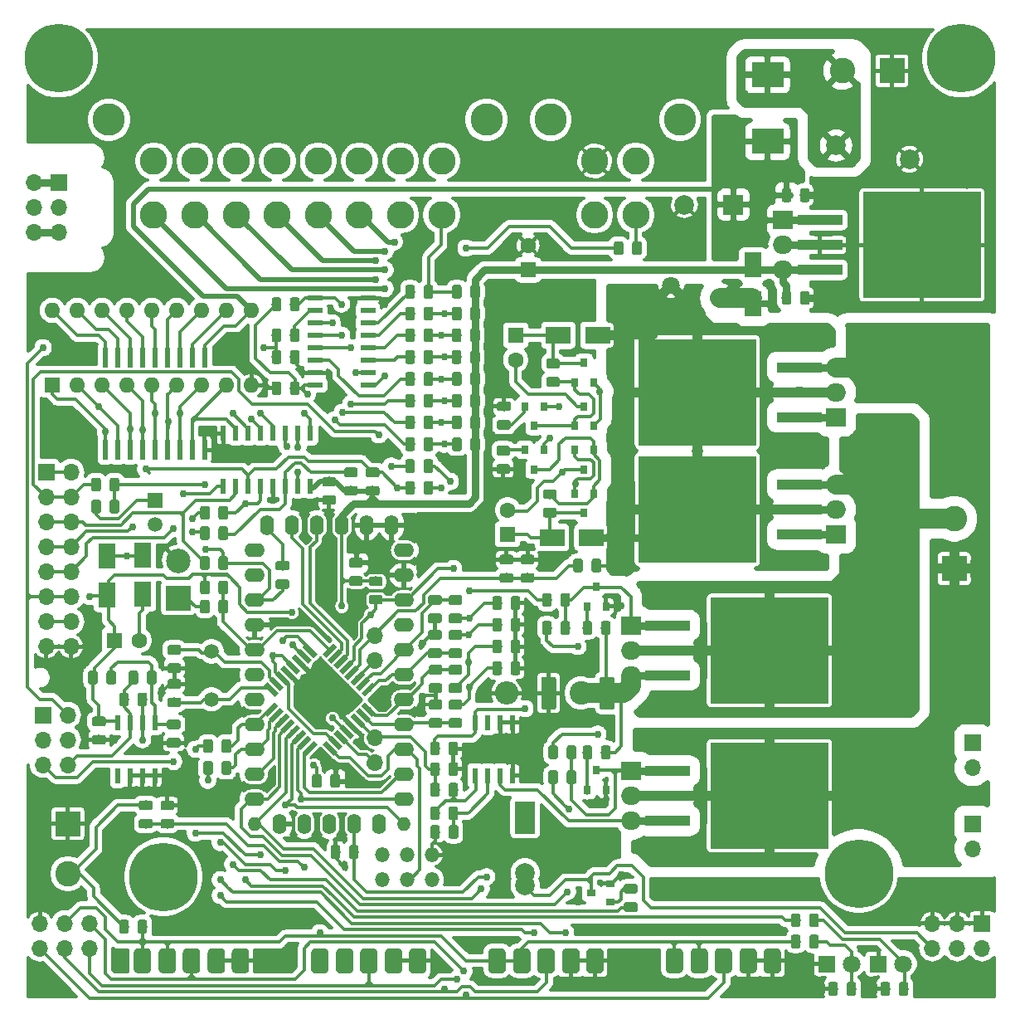
<source format=gbr>
G04 #@! TF.GenerationSoftware,KiCad,Pcbnew,(5.1.0)-1*
G04 #@! TF.CreationDate,2020-05-11T20:58:43-03:00*
G04 #@! TF.ProjectId,EAR ECU Integrated_CPU_01,45415220-4543-4552-9049-6e7465677261,01*
G04 #@! TF.SameCoordinates,Original*
G04 #@! TF.FileFunction,Copper,L1,Top*
G04 #@! TF.FilePolarity,Positive*
%FSLAX46Y46*%
G04 Gerber Fmt 4.6, Leading zero omitted, Abs format (unit mm)*
G04 Created by KiCad (PCBNEW (5.1.0)-1) date 2020-05-11 20:58:43*
%MOMM*%
%LPD*%
G04 APERTURE LIST*
%ADD10C,0.100000*%
%ADD11C,1.778000*%
%ADD12C,2.000000*%
%ADD13R,2.000000X2.000000*%
%ADD14O,1.700000X1.700000*%
%ADD15R,1.700000X1.700000*%
%ADD16C,2.600000*%
%ADD17R,2.600000X2.600000*%
%ADD18O,1.600000X1.600000*%
%ADD19R,1.600000X1.600000*%
%ADD20O,1.400000X1.400000*%
%ADD21O,2.100000X1.400000*%
%ADD22C,1.500000*%
%ADD23O,1.400000X2.100000*%
%ADD24O,1.500000X1.500000*%
%ADD25C,1.800000*%
%ADD26R,1.800000X1.800000*%
%ADD27C,0.550000*%
%ADD28O,2.400000X2.400000*%
%ADD29C,2.400000*%
%ADD30C,2.499360*%
%ADD31R,2.499360X2.499360*%
%ADD32O,2.000000X1.905000*%
%ADD33R,2.000000X1.905000*%
%ADD34R,12.000000X10.800000*%
%ADD35R,4.600000X1.100000*%
%ADD36C,1.600000*%
%ADD37C,2.800000*%
%ADD38C,3.300000*%
%ADD39C,0.800000*%
%ADD40C,7.000000*%
%ADD41R,0.600000X1.500000*%
%ADD42R,0.600000X1.550000*%
%ADD43C,0.975000*%
%ADD44R,1.800000X2.500000*%
%ADD45R,1.500000X1.500000*%
%ADD46R,1.500000X0.600000*%
%ADD47R,0.800000X0.900000*%
%ADD48R,0.600000X2.000000*%
%ADD49C,1.525000*%
%ADD50R,0.900000X0.800000*%
%ADD51R,2.500000X1.800000*%
%ADD52R,3.300000X2.500000*%
%ADD53C,0.762000*%
%ADD54C,0.635000*%
%ADD55C,0.762000*%
%ADD56C,0.304800*%
%ADD57C,0.508000*%
%ADD58C,2.032000*%
%ADD59C,0.254000*%
G04 APERTURE END LIST*
D10*
G36*
X101690569Y-134939640D02*
G01*
X101733718Y-134946041D01*
X101776032Y-134956640D01*
X101817103Y-134971336D01*
X101856536Y-134989986D01*
X101893951Y-135012412D01*
X101928988Y-135038397D01*
X101961309Y-135067691D01*
X101990603Y-135100012D01*
X102016588Y-135135049D01*
X102039014Y-135172464D01*
X102057664Y-135211897D01*
X102072360Y-135252968D01*
X102082959Y-135295282D01*
X102089360Y-135338431D01*
X102091500Y-135382000D01*
X102091500Y-137033000D01*
X102089360Y-137076569D01*
X102082959Y-137119718D01*
X102072360Y-137162032D01*
X102057664Y-137203103D01*
X102039014Y-137242536D01*
X102016588Y-137279951D01*
X101990603Y-137314988D01*
X101961309Y-137347309D01*
X101928988Y-137376603D01*
X101893951Y-137402588D01*
X101856536Y-137425014D01*
X101817103Y-137443664D01*
X101776032Y-137458360D01*
X101733718Y-137468959D01*
X101690569Y-137475360D01*
X101647000Y-137477500D01*
X100758000Y-137477500D01*
X100714431Y-137475360D01*
X100671282Y-137468959D01*
X100628968Y-137458360D01*
X100587897Y-137443664D01*
X100548464Y-137425014D01*
X100511049Y-137402588D01*
X100476012Y-137376603D01*
X100443691Y-137347309D01*
X100414397Y-137314988D01*
X100388412Y-137279951D01*
X100365986Y-137242536D01*
X100347336Y-137203103D01*
X100332640Y-137162032D01*
X100322041Y-137119718D01*
X100315640Y-137076569D01*
X100313500Y-137033000D01*
X100313500Y-135382000D01*
X100315640Y-135338431D01*
X100322041Y-135295282D01*
X100332640Y-135252968D01*
X100347336Y-135211897D01*
X100365986Y-135172464D01*
X100388412Y-135135049D01*
X100414397Y-135100012D01*
X100443691Y-135067691D01*
X100476012Y-135038397D01*
X100511049Y-135012412D01*
X100548464Y-134989986D01*
X100587897Y-134971336D01*
X100628968Y-134956640D01*
X100671282Y-134946041D01*
X100714431Y-134939640D01*
X100758000Y-134937500D01*
X101647000Y-134937500D01*
X101690569Y-134939640D01*
X101690569Y-134939640D01*
G37*
D11*
X101202500Y-136207500D03*
D10*
G36*
X96690569Y-134939640D02*
G01*
X96733718Y-134946041D01*
X96776032Y-134956640D01*
X96817103Y-134971336D01*
X96856536Y-134989986D01*
X96893951Y-135012412D01*
X96928988Y-135038397D01*
X96961309Y-135067691D01*
X96990603Y-135100012D01*
X97016588Y-135135049D01*
X97039014Y-135172464D01*
X97057664Y-135211897D01*
X97072360Y-135252968D01*
X97082959Y-135295282D01*
X97089360Y-135338431D01*
X97091500Y-135382000D01*
X97091500Y-137033000D01*
X97089360Y-137076569D01*
X97082959Y-137119718D01*
X97072360Y-137162032D01*
X97057664Y-137203103D01*
X97039014Y-137242536D01*
X97016588Y-137279951D01*
X96990603Y-137314988D01*
X96961309Y-137347309D01*
X96928988Y-137376603D01*
X96893951Y-137402588D01*
X96856536Y-137425014D01*
X96817103Y-137443664D01*
X96776032Y-137458360D01*
X96733718Y-137468959D01*
X96690569Y-137475360D01*
X96647000Y-137477500D01*
X95758000Y-137477500D01*
X95714431Y-137475360D01*
X95671282Y-137468959D01*
X95628968Y-137458360D01*
X95587897Y-137443664D01*
X95548464Y-137425014D01*
X95511049Y-137402588D01*
X95476012Y-137376603D01*
X95443691Y-137347309D01*
X95414397Y-137314988D01*
X95388412Y-137279951D01*
X95365986Y-137242536D01*
X95347336Y-137203103D01*
X95332640Y-137162032D01*
X95322041Y-137119718D01*
X95315640Y-137076569D01*
X95313500Y-137033000D01*
X95313500Y-135382000D01*
X95315640Y-135338431D01*
X95322041Y-135295282D01*
X95332640Y-135252968D01*
X95347336Y-135211897D01*
X95365986Y-135172464D01*
X95388412Y-135135049D01*
X95414397Y-135100012D01*
X95443691Y-135067691D01*
X95476012Y-135038397D01*
X95511049Y-135012412D01*
X95548464Y-134989986D01*
X95587897Y-134971336D01*
X95628968Y-134956640D01*
X95671282Y-134946041D01*
X95714431Y-134939640D01*
X95758000Y-134937500D01*
X96647000Y-134937500D01*
X96690569Y-134939640D01*
X96690569Y-134939640D01*
G37*
D11*
X96202500Y-136207500D03*
D10*
G36*
X104150569Y-134939640D02*
G01*
X104193718Y-134946041D01*
X104236032Y-134956640D01*
X104277103Y-134971336D01*
X104316536Y-134989986D01*
X104353951Y-135012412D01*
X104388988Y-135038397D01*
X104421309Y-135067691D01*
X104450603Y-135100012D01*
X104476588Y-135135049D01*
X104499014Y-135172464D01*
X104517664Y-135211897D01*
X104532360Y-135252968D01*
X104542959Y-135295282D01*
X104549360Y-135338431D01*
X104551500Y-135382000D01*
X104551500Y-137033000D01*
X104549360Y-137076569D01*
X104542959Y-137119718D01*
X104532360Y-137162032D01*
X104517664Y-137203103D01*
X104499014Y-137242536D01*
X104476588Y-137279951D01*
X104450603Y-137314988D01*
X104421309Y-137347309D01*
X104388988Y-137376603D01*
X104353951Y-137402588D01*
X104316536Y-137425014D01*
X104277103Y-137443664D01*
X104236032Y-137458360D01*
X104193718Y-137468959D01*
X104150569Y-137475360D01*
X104107000Y-137477500D01*
X103218000Y-137477500D01*
X103174431Y-137475360D01*
X103131282Y-137468959D01*
X103088968Y-137458360D01*
X103047897Y-137443664D01*
X103008464Y-137425014D01*
X102971049Y-137402588D01*
X102936012Y-137376603D01*
X102903691Y-137347309D01*
X102874397Y-137314988D01*
X102848412Y-137279951D01*
X102825986Y-137242536D01*
X102807336Y-137203103D01*
X102792640Y-137162032D01*
X102782041Y-137119718D01*
X102775640Y-137076569D01*
X102773500Y-137033000D01*
X102773500Y-135382000D01*
X102775640Y-135338431D01*
X102782041Y-135295282D01*
X102792640Y-135252968D01*
X102807336Y-135211897D01*
X102825986Y-135172464D01*
X102848412Y-135135049D01*
X102874397Y-135100012D01*
X102903691Y-135067691D01*
X102936012Y-135038397D01*
X102971049Y-135012412D01*
X103008464Y-134989986D01*
X103047897Y-134971336D01*
X103088968Y-134956640D01*
X103131282Y-134946041D01*
X103174431Y-134939640D01*
X103218000Y-134937500D01*
X104107000Y-134937500D01*
X104150569Y-134939640D01*
X104150569Y-134939640D01*
G37*
D11*
X103662500Y-136207500D03*
D10*
G36*
X99150569Y-134939640D02*
G01*
X99193718Y-134946041D01*
X99236032Y-134956640D01*
X99277103Y-134971336D01*
X99316536Y-134989986D01*
X99353951Y-135012412D01*
X99388988Y-135038397D01*
X99421309Y-135067691D01*
X99450603Y-135100012D01*
X99476588Y-135135049D01*
X99499014Y-135172464D01*
X99517664Y-135211897D01*
X99532360Y-135252968D01*
X99542959Y-135295282D01*
X99549360Y-135338431D01*
X99551500Y-135382000D01*
X99551500Y-137033000D01*
X99549360Y-137076569D01*
X99542959Y-137119718D01*
X99532360Y-137162032D01*
X99517664Y-137203103D01*
X99499014Y-137242536D01*
X99476588Y-137279951D01*
X99450603Y-137314988D01*
X99421309Y-137347309D01*
X99388988Y-137376603D01*
X99353951Y-137402588D01*
X99316536Y-137425014D01*
X99277103Y-137443664D01*
X99236032Y-137458360D01*
X99193718Y-137468959D01*
X99150569Y-137475360D01*
X99107000Y-137477500D01*
X98218000Y-137477500D01*
X98174431Y-137475360D01*
X98131282Y-137468959D01*
X98088968Y-137458360D01*
X98047897Y-137443664D01*
X98008464Y-137425014D01*
X97971049Y-137402588D01*
X97936012Y-137376603D01*
X97903691Y-137347309D01*
X97874397Y-137314988D01*
X97848412Y-137279951D01*
X97825986Y-137242536D01*
X97807336Y-137203103D01*
X97792640Y-137162032D01*
X97782041Y-137119718D01*
X97775640Y-137076569D01*
X97773500Y-137033000D01*
X97773500Y-135382000D01*
X97775640Y-135338431D01*
X97782041Y-135295282D01*
X97792640Y-135252968D01*
X97807336Y-135211897D01*
X97825986Y-135172464D01*
X97848412Y-135135049D01*
X97874397Y-135100012D01*
X97903691Y-135067691D01*
X97936012Y-135038397D01*
X97971049Y-135012412D01*
X98008464Y-134989986D01*
X98047897Y-134971336D01*
X98088968Y-134956640D01*
X98131282Y-134946041D01*
X98174431Y-134939640D01*
X98218000Y-134937500D01*
X99107000Y-134937500D01*
X99150569Y-134939640D01*
X99150569Y-134939640D01*
G37*
D11*
X98662500Y-136207500D03*
D10*
G36*
X94150569Y-134939640D02*
G01*
X94193718Y-134946041D01*
X94236032Y-134956640D01*
X94277103Y-134971336D01*
X94316536Y-134989986D01*
X94353951Y-135012412D01*
X94388988Y-135038397D01*
X94421309Y-135067691D01*
X94450603Y-135100012D01*
X94476588Y-135135049D01*
X94499014Y-135172464D01*
X94517664Y-135211897D01*
X94532360Y-135252968D01*
X94542959Y-135295282D01*
X94549360Y-135338431D01*
X94551500Y-135382000D01*
X94551500Y-137033000D01*
X94549360Y-137076569D01*
X94542959Y-137119718D01*
X94532360Y-137162032D01*
X94517664Y-137203103D01*
X94499014Y-137242536D01*
X94476588Y-137279951D01*
X94450603Y-137314988D01*
X94421309Y-137347309D01*
X94388988Y-137376603D01*
X94353951Y-137402588D01*
X94316536Y-137425014D01*
X94277103Y-137443664D01*
X94236032Y-137458360D01*
X94193718Y-137468959D01*
X94150569Y-137475360D01*
X94107000Y-137477500D01*
X93218000Y-137477500D01*
X93174431Y-137475360D01*
X93131282Y-137468959D01*
X93088968Y-137458360D01*
X93047897Y-137443664D01*
X93008464Y-137425014D01*
X92971049Y-137402588D01*
X92936012Y-137376603D01*
X92903691Y-137347309D01*
X92874397Y-137314988D01*
X92848412Y-137279951D01*
X92825986Y-137242536D01*
X92807336Y-137203103D01*
X92792640Y-137162032D01*
X92782041Y-137119718D01*
X92775640Y-137076569D01*
X92773500Y-137033000D01*
X92773500Y-135382000D01*
X92775640Y-135338431D01*
X92782041Y-135295282D01*
X92792640Y-135252968D01*
X92807336Y-135211897D01*
X92825986Y-135172464D01*
X92848412Y-135135049D01*
X92874397Y-135100012D01*
X92903691Y-135067691D01*
X92936012Y-135038397D01*
X92971049Y-135012412D01*
X93008464Y-134989986D01*
X93047897Y-134971336D01*
X93088968Y-134956640D01*
X93131282Y-134946041D01*
X93174431Y-134939640D01*
X93218000Y-134937500D01*
X94107000Y-134937500D01*
X94150569Y-134939640D01*
X94150569Y-134939640D01*
G37*
D11*
X93662500Y-136207500D03*
D10*
G36*
X119788069Y-134939640D02*
G01*
X119831218Y-134946041D01*
X119873532Y-134956640D01*
X119914603Y-134971336D01*
X119954036Y-134989986D01*
X119991451Y-135012412D01*
X120026488Y-135038397D01*
X120058809Y-135067691D01*
X120088103Y-135100012D01*
X120114088Y-135135049D01*
X120136514Y-135172464D01*
X120155164Y-135211897D01*
X120169860Y-135252968D01*
X120180459Y-135295282D01*
X120186860Y-135338431D01*
X120189000Y-135382000D01*
X120189000Y-137033000D01*
X120186860Y-137076569D01*
X120180459Y-137119718D01*
X120169860Y-137162032D01*
X120155164Y-137203103D01*
X120136514Y-137242536D01*
X120114088Y-137279951D01*
X120088103Y-137314988D01*
X120058809Y-137347309D01*
X120026488Y-137376603D01*
X119991451Y-137402588D01*
X119954036Y-137425014D01*
X119914603Y-137443664D01*
X119873532Y-137458360D01*
X119831218Y-137468959D01*
X119788069Y-137475360D01*
X119744500Y-137477500D01*
X118855500Y-137477500D01*
X118811931Y-137475360D01*
X118768782Y-137468959D01*
X118726468Y-137458360D01*
X118685397Y-137443664D01*
X118645964Y-137425014D01*
X118608549Y-137402588D01*
X118573512Y-137376603D01*
X118541191Y-137347309D01*
X118511897Y-137314988D01*
X118485912Y-137279951D01*
X118463486Y-137242536D01*
X118444836Y-137203103D01*
X118430140Y-137162032D01*
X118419541Y-137119718D01*
X118413140Y-137076569D01*
X118411000Y-137033000D01*
X118411000Y-135382000D01*
X118413140Y-135338431D01*
X118419541Y-135295282D01*
X118430140Y-135252968D01*
X118444836Y-135211897D01*
X118463486Y-135172464D01*
X118485912Y-135135049D01*
X118511897Y-135100012D01*
X118541191Y-135067691D01*
X118573512Y-135038397D01*
X118608549Y-135012412D01*
X118645964Y-134989986D01*
X118685397Y-134971336D01*
X118726468Y-134956640D01*
X118768782Y-134946041D01*
X118811931Y-134939640D01*
X118855500Y-134937500D01*
X119744500Y-134937500D01*
X119788069Y-134939640D01*
X119788069Y-134939640D01*
G37*
D11*
X119300000Y-136207500D03*
D10*
G36*
X114788069Y-134939640D02*
G01*
X114831218Y-134946041D01*
X114873532Y-134956640D01*
X114914603Y-134971336D01*
X114954036Y-134989986D01*
X114991451Y-135012412D01*
X115026488Y-135038397D01*
X115058809Y-135067691D01*
X115088103Y-135100012D01*
X115114088Y-135135049D01*
X115136514Y-135172464D01*
X115155164Y-135211897D01*
X115169860Y-135252968D01*
X115180459Y-135295282D01*
X115186860Y-135338431D01*
X115189000Y-135382000D01*
X115189000Y-137033000D01*
X115186860Y-137076569D01*
X115180459Y-137119718D01*
X115169860Y-137162032D01*
X115155164Y-137203103D01*
X115136514Y-137242536D01*
X115114088Y-137279951D01*
X115088103Y-137314988D01*
X115058809Y-137347309D01*
X115026488Y-137376603D01*
X114991451Y-137402588D01*
X114954036Y-137425014D01*
X114914603Y-137443664D01*
X114873532Y-137458360D01*
X114831218Y-137468959D01*
X114788069Y-137475360D01*
X114744500Y-137477500D01*
X113855500Y-137477500D01*
X113811931Y-137475360D01*
X113768782Y-137468959D01*
X113726468Y-137458360D01*
X113685397Y-137443664D01*
X113645964Y-137425014D01*
X113608549Y-137402588D01*
X113573512Y-137376603D01*
X113541191Y-137347309D01*
X113511897Y-137314988D01*
X113485912Y-137279951D01*
X113463486Y-137242536D01*
X113444836Y-137203103D01*
X113430140Y-137162032D01*
X113419541Y-137119718D01*
X113413140Y-137076569D01*
X113411000Y-137033000D01*
X113411000Y-135382000D01*
X113413140Y-135338431D01*
X113419541Y-135295282D01*
X113430140Y-135252968D01*
X113444836Y-135211897D01*
X113463486Y-135172464D01*
X113485912Y-135135049D01*
X113511897Y-135100012D01*
X113541191Y-135067691D01*
X113573512Y-135038397D01*
X113608549Y-135012412D01*
X113645964Y-134989986D01*
X113685397Y-134971336D01*
X113726468Y-134956640D01*
X113768782Y-134946041D01*
X113811931Y-134939640D01*
X113855500Y-134937500D01*
X114744500Y-134937500D01*
X114788069Y-134939640D01*
X114788069Y-134939640D01*
G37*
D11*
X114300000Y-136207500D03*
D10*
G36*
X122248069Y-134939640D02*
G01*
X122291218Y-134946041D01*
X122333532Y-134956640D01*
X122374603Y-134971336D01*
X122414036Y-134989986D01*
X122451451Y-135012412D01*
X122486488Y-135038397D01*
X122518809Y-135067691D01*
X122548103Y-135100012D01*
X122574088Y-135135049D01*
X122596514Y-135172464D01*
X122615164Y-135211897D01*
X122629860Y-135252968D01*
X122640459Y-135295282D01*
X122646860Y-135338431D01*
X122649000Y-135382000D01*
X122649000Y-137033000D01*
X122646860Y-137076569D01*
X122640459Y-137119718D01*
X122629860Y-137162032D01*
X122615164Y-137203103D01*
X122596514Y-137242536D01*
X122574088Y-137279951D01*
X122548103Y-137314988D01*
X122518809Y-137347309D01*
X122486488Y-137376603D01*
X122451451Y-137402588D01*
X122414036Y-137425014D01*
X122374603Y-137443664D01*
X122333532Y-137458360D01*
X122291218Y-137468959D01*
X122248069Y-137475360D01*
X122204500Y-137477500D01*
X121315500Y-137477500D01*
X121271931Y-137475360D01*
X121228782Y-137468959D01*
X121186468Y-137458360D01*
X121145397Y-137443664D01*
X121105964Y-137425014D01*
X121068549Y-137402588D01*
X121033512Y-137376603D01*
X121001191Y-137347309D01*
X120971897Y-137314988D01*
X120945912Y-137279951D01*
X120923486Y-137242536D01*
X120904836Y-137203103D01*
X120890140Y-137162032D01*
X120879541Y-137119718D01*
X120873140Y-137076569D01*
X120871000Y-137033000D01*
X120871000Y-135382000D01*
X120873140Y-135338431D01*
X120879541Y-135295282D01*
X120890140Y-135252968D01*
X120904836Y-135211897D01*
X120923486Y-135172464D01*
X120945912Y-135135049D01*
X120971897Y-135100012D01*
X121001191Y-135067691D01*
X121033512Y-135038397D01*
X121068549Y-135012412D01*
X121105964Y-134989986D01*
X121145397Y-134971336D01*
X121186468Y-134956640D01*
X121228782Y-134946041D01*
X121271931Y-134939640D01*
X121315500Y-134937500D01*
X122204500Y-134937500D01*
X122248069Y-134939640D01*
X122248069Y-134939640D01*
G37*
D11*
X121760000Y-136207500D03*
D10*
G36*
X117248069Y-134939640D02*
G01*
X117291218Y-134946041D01*
X117333532Y-134956640D01*
X117374603Y-134971336D01*
X117414036Y-134989986D01*
X117451451Y-135012412D01*
X117486488Y-135038397D01*
X117518809Y-135067691D01*
X117548103Y-135100012D01*
X117574088Y-135135049D01*
X117596514Y-135172464D01*
X117615164Y-135211897D01*
X117629860Y-135252968D01*
X117640459Y-135295282D01*
X117646860Y-135338431D01*
X117649000Y-135382000D01*
X117649000Y-137033000D01*
X117646860Y-137076569D01*
X117640459Y-137119718D01*
X117629860Y-137162032D01*
X117615164Y-137203103D01*
X117596514Y-137242536D01*
X117574088Y-137279951D01*
X117548103Y-137314988D01*
X117518809Y-137347309D01*
X117486488Y-137376603D01*
X117451451Y-137402588D01*
X117414036Y-137425014D01*
X117374603Y-137443664D01*
X117333532Y-137458360D01*
X117291218Y-137468959D01*
X117248069Y-137475360D01*
X117204500Y-137477500D01*
X116315500Y-137477500D01*
X116271931Y-137475360D01*
X116228782Y-137468959D01*
X116186468Y-137458360D01*
X116145397Y-137443664D01*
X116105964Y-137425014D01*
X116068549Y-137402588D01*
X116033512Y-137376603D01*
X116001191Y-137347309D01*
X115971897Y-137314988D01*
X115945912Y-137279951D01*
X115923486Y-137242536D01*
X115904836Y-137203103D01*
X115890140Y-137162032D01*
X115879541Y-137119718D01*
X115873140Y-137076569D01*
X115871000Y-137033000D01*
X115871000Y-135382000D01*
X115873140Y-135338431D01*
X115879541Y-135295282D01*
X115890140Y-135252968D01*
X115904836Y-135211897D01*
X115923486Y-135172464D01*
X115945912Y-135135049D01*
X115971897Y-135100012D01*
X116001191Y-135067691D01*
X116033512Y-135038397D01*
X116068549Y-135012412D01*
X116105964Y-134989986D01*
X116145397Y-134971336D01*
X116186468Y-134956640D01*
X116228782Y-134946041D01*
X116271931Y-134939640D01*
X116315500Y-134937500D01*
X117204500Y-134937500D01*
X117248069Y-134939640D01*
X117248069Y-134939640D01*
G37*
D11*
X116760000Y-136207500D03*
D10*
G36*
X112248069Y-134939640D02*
G01*
X112291218Y-134946041D01*
X112333532Y-134956640D01*
X112374603Y-134971336D01*
X112414036Y-134989986D01*
X112451451Y-135012412D01*
X112486488Y-135038397D01*
X112518809Y-135067691D01*
X112548103Y-135100012D01*
X112574088Y-135135049D01*
X112596514Y-135172464D01*
X112615164Y-135211897D01*
X112629860Y-135252968D01*
X112640459Y-135295282D01*
X112646860Y-135338431D01*
X112649000Y-135382000D01*
X112649000Y-137033000D01*
X112646860Y-137076569D01*
X112640459Y-137119718D01*
X112629860Y-137162032D01*
X112615164Y-137203103D01*
X112596514Y-137242536D01*
X112574088Y-137279951D01*
X112548103Y-137314988D01*
X112518809Y-137347309D01*
X112486488Y-137376603D01*
X112451451Y-137402588D01*
X112414036Y-137425014D01*
X112374603Y-137443664D01*
X112333532Y-137458360D01*
X112291218Y-137468959D01*
X112248069Y-137475360D01*
X112204500Y-137477500D01*
X111315500Y-137477500D01*
X111271931Y-137475360D01*
X111228782Y-137468959D01*
X111186468Y-137458360D01*
X111145397Y-137443664D01*
X111105964Y-137425014D01*
X111068549Y-137402588D01*
X111033512Y-137376603D01*
X111001191Y-137347309D01*
X110971897Y-137314988D01*
X110945912Y-137279951D01*
X110923486Y-137242536D01*
X110904836Y-137203103D01*
X110890140Y-137162032D01*
X110879541Y-137119718D01*
X110873140Y-137076569D01*
X110871000Y-137033000D01*
X110871000Y-135382000D01*
X110873140Y-135338431D01*
X110879541Y-135295282D01*
X110890140Y-135252968D01*
X110904836Y-135211897D01*
X110923486Y-135172464D01*
X110945912Y-135135049D01*
X110971897Y-135100012D01*
X111001191Y-135067691D01*
X111033512Y-135038397D01*
X111068549Y-135012412D01*
X111105964Y-134989986D01*
X111145397Y-134971336D01*
X111186468Y-134956640D01*
X111228782Y-134946041D01*
X111271931Y-134939640D01*
X111315500Y-134937500D01*
X112204500Y-134937500D01*
X112248069Y-134939640D01*
X112248069Y-134939640D01*
G37*
D11*
X111760000Y-136207500D03*
D10*
G36*
X137885569Y-134939640D02*
G01*
X137928718Y-134946041D01*
X137971032Y-134956640D01*
X138012103Y-134971336D01*
X138051536Y-134989986D01*
X138088951Y-135012412D01*
X138123988Y-135038397D01*
X138156309Y-135067691D01*
X138185603Y-135100012D01*
X138211588Y-135135049D01*
X138234014Y-135172464D01*
X138252664Y-135211897D01*
X138267360Y-135252968D01*
X138277959Y-135295282D01*
X138284360Y-135338431D01*
X138286500Y-135382000D01*
X138286500Y-137033000D01*
X138284360Y-137076569D01*
X138277959Y-137119718D01*
X138267360Y-137162032D01*
X138252664Y-137203103D01*
X138234014Y-137242536D01*
X138211588Y-137279951D01*
X138185603Y-137314988D01*
X138156309Y-137347309D01*
X138123988Y-137376603D01*
X138088951Y-137402588D01*
X138051536Y-137425014D01*
X138012103Y-137443664D01*
X137971032Y-137458360D01*
X137928718Y-137468959D01*
X137885569Y-137475360D01*
X137842000Y-137477500D01*
X136953000Y-137477500D01*
X136909431Y-137475360D01*
X136866282Y-137468959D01*
X136823968Y-137458360D01*
X136782897Y-137443664D01*
X136743464Y-137425014D01*
X136706049Y-137402588D01*
X136671012Y-137376603D01*
X136638691Y-137347309D01*
X136609397Y-137314988D01*
X136583412Y-137279951D01*
X136560986Y-137242536D01*
X136542336Y-137203103D01*
X136527640Y-137162032D01*
X136517041Y-137119718D01*
X136510640Y-137076569D01*
X136508500Y-137033000D01*
X136508500Y-135382000D01*
X136510640Y-135338431D01*
X136517041Y-135295282D01*
X136527640Y-135252968D01*
X136542336Y-135211897D01*
X136560986Y-135172464D01*
X136583412Y-135135049D01*
X136609397Y-135100012D01*
X136638691Y-135067691D01*
X136671012Y-135038397D01*
X136706049Y-135012412D01*
X136743464Y-134989986D01*
X136782897Y-134971336D01*
X136823968Y-134956640D01*
X136866282Y-134946041D01*
X136909431Y-134939640D01*
X136953000Y-134937500D01*
X137842000Y-134937500D01*
X137885569Y-134939640D01*
X137885569Y-134939640D01*
G37*
D11*
X137397500Y-136207500D03*
D10*
G36*
X132885569Y-134939640D02*
G01*
X132928718Y-134946041D01*
X132971032Y-134956640D01*
X133012103Y-134971336D01*
X133051536Y-134989986D01*
X133088951Y-135012412D01*
X133123988Y-135038397D01*
X133156309Y-135067691D01*
X133185603Y-135100012D01*
X133211588Y-135135049D01*
X133234014Y-135172464D01*
X133252664Y-135211897D01*
X133267360Y-135252968D01*
X133277959Y-135295282D01*
X133284360Y-135338431D01*
X133286500Y-135382000D01*
X133286500Y-137033000D01*
X133284360Y-137076569D01*
X133277959Y-137119718D01*
X133267360Y-137162032D01*
X133252664Y-137203103D01*
X133234014Y-137242536D01*
X133211588Y-137279951D01*
X133185603Y-137314988D01*
X133156309Y-137347309D01*
X133123988Y-137376603D01*
X133088951Y-137402588D01*
X133051536Y-137425014D01*
X133012103Y-137443664D01*
X132971032Y-137458360D01*
X132928718Y-137468959D01*
X132885569Y-137475360D01*
X132842000Y-137477500D01*
X131953000Y-137477500D01*
X131909431Y-137475360D01*
X131866282Y-137468959D01*
X131823968Y-137458360D01*
X131782897Y-137443664D01*
X131743464Y-137425014D01*
X131706049Y-137402588D01*
X131671012Y-137376603D01*
X131638691Y-137347309D01*
X131609397Y-137314988D01*
X131583412Y-137279951D01*
X131560986Y-137242536D01*
X131542336Y-137203103D01*
X131527640Y-137162032D01*
X131517041Y-137119718D01*
X131510640Y-137076569D01*
X131508500Y-137033000D01*
X131508500Y-135382000D01*
X131510640Y-135338431D01*
X131517041Y-135295282D01*
X131527640Y-135252968D01*
X131542336Y-135211897D01*
X131560986Y-135172464D01*
X131583412Y-135135049D01*
X131609397Y-135100012D01*
X131638691Y-135067691D01*
X131671012Y-135038397D01*
X131706049Y-135012412D01*
X131743464Y-134989986D01*
X131782897Y-134971336D01*
X131823968Y-134956640D01*
X131866282Y-134946041D01*
X131909431Y-134939640D01*
X131953000Y-134937500D01*
X132842000Y-134937500D01*
X132885569Y-134939640D01*
X132885569Y-134939640D01*
G37*
D11*
X132397500Y-136207500D03*
D10*
G36*
X140345569Y-134939640D02*
G01*
X140388718Y-134946041D01*
X140431032Y-134956640D01*
X140472103Y-134971336D01*
X140511536Y-134989986D01*
X140548951Y-135012412D01*
X140583988Y-135038397D01*
X140616309Y-135067691D01*
X140645603Y-135100012D01*
X140671588Y-135135049D01*
X140694014Y-135172464D01*
X140712664Y-135211897D01*
X140727360Y-135252968D01*
X140737959Y-135295282D01*
X140744360Y-135338431D01*
X140746500Y-135382000D01*
X140746500Y-137033000D01*
X140744360Y-137076569D01*
X140737959Y-137119718D01*
X140727360Y-137162032D01*
X140712664Y-137203103D01*
X140694014Y-137242536D01*
X140671588Y-137279951D01*
X140645603Y-137314988D01*
X140616309Y-137347309D01*
X140583988Y-137376603D01*
X140548951Y-137402588D01*
X140511536Y-137425014D01*
X140472103Y-137443664D01*
X140431032Y-137458360D01*
X140388718Y-137468959D01*
X140345569Y-137475360D01*
X140302000Y-137477500D01*
X139413000Y-137477500D01*
X139369431Y-137475360D01*
X139326282Y-137468959D01*
X139283968Y-137458360D01*
X139242897Y-137443664D01*
X139203464Y-137425014D01*
X139166049Y-137402588D01*
X139131012Y-137376603D01*
X139098691Y-137347309D01*
X139069397Y-137314988D01*
X139043412Y-137279951D01*
X139020986Y-137242536D01*
X139002336Y-137203103D01*
X138987640Y-137162032D01*
X138977041Y-137119718D01*
X138970640Y-137076569D01*
X138968500Y-137033000D01*
X138968500Y-135382000D01*
X138970640Y-135338431D01*
X138977041Y-135295282D01*
X138987640Y-135252968D01*
X139002336Y-135211897D01*
X139020986Y-135172464D01*
X139043412Y-135135049D01*
X139069397Y-135100012D01*
X139098691Y-135067691D01*
X139131012Y-135038397D01*
X139166049Y-135012412D01*
X139203464Y-134989986D01*
X139242897Y-134971336D01*
X139283968Y-134956640D01*
X139326282Y-134946041D01*
X139369431Y-134939640D01*
X139413000Y-134937500D01*
X140302000Y-134937500D01*
X140345569Y-134939640D01*
X140345569Y-134939640D01*
G37*
D11*
X139857500Y-136207500D03*
D10*
G36*
X135345569Y-134939640D02*
G01*
X135388718Y-134946041D01*
X135431032Y-134956640D01*
X135472103Y-134971336D01*
X135511536Y-134989986D01*
X135548951Y-135012412D01*
X135583988Y-135038397D01*
X135616309Y-135067691D01*
X135645603Y-135100012D01*
X135671588Y-135135049D01*
X135694014Y-135172464D01*
X135712664Y-135211897D01*
X135727360Y-135252968D01*
X135737959Y-135295282D01*
X135744360Y-135338431D01*
X135746500Y-135382000D01*
X135746500Y-137033000D01*
X135744360Y-137076569D01*
X135737959Y-137119718D01*
X135727360Y-137162032D01*
X135712664Y-137203103D01*
X135694014Y-137242536D01*
X135671588Y-137279951D01*
X135645603Y-137314988D01*
X135616309Y-137347309D01*
X135583988Y-137376603D01*
X135548951Y-137402588D01*
X135511536Y-137425014D01*
X135472103Y-137443664D01*
X135431032Y-137458360D01*
X135388718Y-137468959D01*
X135345569Y-137475360D01*
X135302000Y-137477500D01*
X134413000Y-137477500D01*
X134369431Y-137475360D01*
X134326282Y-137468959D01*
X134283968Y-137458360D01*
X134242897Y-137443664D01*
X134203464Y-137425014D01*
X134166049Y-137402588D01*
X134131012Y-137376603D01*
X134098691Y-137347309D01*
X134069397Y-137314988D01*
X134043412Y-137279951D01*
X134020986Y-137242536D01*
X134002336Y-137203103D01*
X133987640Y-137162032D01*
X133977041Y-137119718D01*
X133970640Y-137076569D01*
X133968500Y-137033000D01*
X133968500Y-135382000D01*
X133970640Y-135338431D01*
X133977041Y-135295282D01*
X133987640Y-135252968D01*
X134002336Y-135211897D01*
X134020986Y-135172464D01*
X134043412Y-135135049D01*
X134069397Y-135100012D01*
X134098691Y-135067691D01*
X134131012Y-135038397D01*
X134166049Y-135012412D01*
X134203464Y-134989986D01*
X134242897Y-134971336D01*
X134283968Y-134956640D01*
X134326282Y-134946041D01*
X134369431Y-134939640D01*
X134413000Y-134937500D01*
X135302000Y-134937500D01*
X135345569Y-134939640D01*
X135345569Y-134939640D01*
G37*
D11*
X134857500Y-136207500D03*
D10*
G36*
X130345569Y-134939640D02*
G01*
X130388718Y-134946041D01*
X130431032Y-134956640D01*
X130472103Y-134971336D01*
X130511536Y-134989986D01*
X130548951Y-135012412D01*
X130583988Y-135038397D01*
X130616309Y-135067691D01*
X130645603Y-135100012D01*
X130671588Y-135135049D01*
X130694014Y-135172464D01*
X130712664Y-135211897D01*
X130727360Y-135252968D01*
X130737959Y-135295282D01*
X130744360Y-135338431D01*
X130746500Y-135382000D01*
X130746500Y-137033000D01*
X130744360Y-137076569D01*
X130737959Y-137119718D01*
X130727360Y-137162032D01*
X130712664Y-137203103D01*
X130694014Y-137242536D01*
X130671588Y-137279951D01*
X130645603Y-137314988D01*
X130616309Y-137347309D01*
X130583988Y-137376603D01*
X130548951Y-137402588D01*
X130511536Y-137425014D01*
X130472103Y-137443664D01*
X130431032Y-137458360D01*
X130388718Y-137468959D01*
X130345569Y-137475360D01*
X130302000Y-137477500D01*
X129413000Y-137477500D01*
X129369431Y-137475360D01*
X129326282Y-137468959D01*
X129283968Y-137458360D01*
X129242897Y-137443664D01*
X129203464Y-137425014D01*
X129166049Y-137402588D01*
X129131012Y-137376603D01*
X129098691Y-137347309D01*
X129069397Y-137314988D01*
X129043412Y-137279951D01*
X129020986Y-137242536D01*
X129002336Y-137203103D01*
X128987640Y-137162032D01*
X128977041Y-137119718D01*
X128970640Y-137076569D01*
X128968500Y-137033000D01*
X128968500Y-135382000D01*
X128970640Y-135338431D01*
X128977041Y-135295282D01*
X128987640Y-135252968D01*
X129002336Y-135211897D01*
X129020986Y-135172464D01*
X129043412Y-135135049D01*
X129069397Y-135100012D01*
X129098691Y-135067691D01*
X129131012Y-135038397D01*
X129166049Y-135012412D01*
X129203464Y-134989986D01*
X129242897Y-134971336D01*
X129283968Y-134956640D01*
X129326282Y-134946041D01*
X129369431Y-134939640D01*
X129413000Y-134937500D01*
X130302000Y-134937500D01*
X130345569Y-134939640D01*
X130345569Y-134939640D01*
G37*
D11*
X129857500Y-136207500D03*
D10*
G36*
X155983069Y-134939640D02*
G01*
X156026218Y-134946041D01*
X156068532Y-134956640D01*
X156109603Y-134971336D01*
X156149036Y-134989986D01*
X156186451Y-135012412D01*
X156221488Y-135038397D01*
X156253809Y-135067691D01*
X156283103Y-135100012D01*
X156309088Y-135135049D01*
X156331514Y-135172464D01*
X156350164Y-135211897D01*
X156364860Y-135252968D01*
X156375459Y-135295282D01*
X156381860Y-135338431D01*
X156384000Y-135382000D01*
X156384000Y-137033000D01*
X156381860Y-137076569D01*
X156375459Y-137119718D01*
X156364860Y-137162032D01*
X156350164Y-137203103D01*
X156331514Y-137242536D01*
X156309088Y-137279951D01*
X156283103Y-137314988D01*
X156253809Y-137347309D01*
X156221488Y-137376603D01*
X156186451Y-137402588D01*
X156149036Y-137425014D01*
X156109603Y-137443664D01*
X156068532Y-137458360D01*
X156026218Y-137468959D01*
X155983069Y-137475360D01*
X155939500Y-137477500D01*
X155050500Y-137477500D01*
X155006931Y-137475360D01*
X154963782Y-137468959D01*
X154921468Y-137458360D01*
X154880397Y-137443664D01*
X154840964Y-137425014D01*
X154803549Y-137402588D01*
X154768512Y-137376603D01*
X154736191Y-137347309D01*
X154706897Y-137314988D01*
X154680912Y-137279951D01*
X154658486Y-137242536D01*
X154639836Y-137203103D01*
X154625140Y-137162032D01*
X154614541Y-137119718D01*
X154608140Y-137076569D01*
X154606000Y-137033000D01*
X154606000Y-135382000D01*
X154608140Y-135338431D01*
X154614541Y-135295282D01*
X154625140Y-135252968D01*
X154639836Y-135211897D01*
X154658486Y-135172464D01*
X154680912Y-135135049D01*
X154706897Y-135100012D01*
X154736191Y-135067691D01*
X154768512Y-135038397D01*
X154803549Y-135012412D01*
X154840964Y-134989986D01*
X154880397Y-134971336D01*
X154921468Y-134956640D01*
X154963782Y-134946041D01*
X155006931Y-134939640D01*
X155050500Y-134937500D01*
X155939500Y-134937500D01*
X155983069Y-134939640D01*
X155983069Y-134939640D01*
G37*
D11*
X155495000Y-136207500D03*
D10*
G36*
X150983069Y-134939640D02*
G01*
X151026218Y-134946041D01*
X151068532Y-134956640D01*
X151109603Y-134971336D01*
X151149036Y-134989986D01*
X151186451Y-135012412D01*
X151221488Y-135038397D01*
X151253809Y-135067691D01*
X151283103Y-135100012D01*
X151309088Y-135135049D01*
X151331514Y-135172464D01*
X151350164Y-135211897D01*
X151364860Y-135252968D01*
X151375459Y-135295282D01*
X151381860Y-135338431D01*
X151384000Y-135382000D01*
X151384000Y-137033000D01*
X151381860Y-137076569D01*
X151375459Y-137119718D01*
X151364860Y-137162032D01*
X151350164Y-137203103D01*
X151331514Y-137242536D01*
X151309088Y-137279951D01*
X151283103Y-137314988D01*
X151253809Y-137347309D01*
X151221488Y-137376603D01*
X151186451Y-137402588D01*
X151149036Y-137425014D01*
X151109603Y-137443664D01*
X151068532Y-137458360D01*
X151026218Y-137468959D01*
X150983069Y-137475360D01*
X150939500Y-137477500D01*
X150050500Y-137477500D01*
X150006931Y-137475360D01*
X149963782Y-137468959D01*
X149921468Y-137458360D01*
X149880397Y-137443664D01*
X149840964Y-137425014D01*
X149803549Y-137402588D01*
X149768512Y-137376603D01*
X149736191Y-137347309D01*
X149706897Y-137314988D01*
X149680912Y-137279951D01*
X149658486Y-137242536D01*
X149639836Y-137203103D01*
X149625140Y-137162032D01*
X149614541Y-137119718D01*
X149608140Y-137076569D01*
X149606000Y-137033000D01*
X149606000Y-135382000D01*
X149608140Y-135338431D01*
X149614541Y-135295282D01*
X149625140Y-135252968D01*
X149639836Y-135211897D01*
X149658486Y-135172464D01*
X149680912Y-135135049D01*
X149706897Y-135100012D01*
X149736191Y-135067691D01*
X149768512Y-135038397D01*
X149803549Y-135012412D01*
X149840964Y-134989986D01*
X149880397Y-134971336D01*
X149921468Y-134956640D01*
X149963782Y-134946041D01*
X150006931Y-134939640D01*
X150050500Y-134937500D01*
X150939500Y-134937500D01*
X150983069Y-134939640D01*
X150983069Y-134939640D01*
G37*
D11*
X150495000Y-136207500D03*
D10*
G36*
X158443069Y-134939640D02*
G01*
X158486218Y-134946041D01*
X158528532Y-134956640D01*
X158569603Y-134971336D01*
X158609036Y-134989986D01*
X158646451Y-135012412D01*
X158681488Y-135038397D01*
X158713809Y-135067691D01*
X158743103Y-135100012D01*
X158769088Y-135135049D01*
X158791514Y-135172464D01*
X158810164Y-135211897D01*
X158824860Y-135252968D01*
X158835459Y-135295282D01*
X158841860Y-135338431D01*
X158844000Y-135382000D01*
X158844000Y-137033000D01*
X158841860Y-137076569D01*
X158835459Y-137119718D01*
X158824860Y-137162032D01*
X158810164Y-137203103D01*
X158791514Y-137242536D01*
X158769088Y-137279951D01*
X158743103Y-137314988D01*
X158713809Y-137347309D01*
X158681488Y-137376603D01*
X158646451Y-137402588D01*
X158609036Y-137425014D01*
X158569603Y-137443664D01*
X158528532Y-137458360D01*
X158486218Y-137468959D01*
X158443069Y-137475360D01*
X158399500Y-137477500D01*
X157510500Y-137477500D01*
X157466931Y-137475360D01*
X157423782Y-137468959D01*
X157381468Y-137458360D01*
X157340397Y-137443664D01*
X157300964Y-137425014D01*
X157263549Y-137402588D01*
X157228512Y-137376603D01*
X157196191Y-137347309D01*
X157166897Y-137314988D01*
X157140912Y-137279951D01*
X157118486Y-137242536D01*
X157099836Y-137203103D01*
X157085140Y-137162032D01*
X157074541Y-137119718D01*
X157068140Y-137076569D01*
X157066000Y-137033000D01*
X157066000Y-135382000D01*
X157068140Y-135338431D01*
X157074541Y-135295282D01*
X157085140Y-135252968D01*
X157099836Y-135211897D01*
X157118486Y-135172464D01*
X157140912Y-135135049D01*
X157166897Y-135100012D01*
X157196191Y-135067691D01*
X157228512Y-135038397D01*
X157263549Y-135012412D01*
X157300964Y-134989986D01*
X157340397Y-134971336D01*
X157381468Y-134956640D01*
X157423782Y-134946041D01*
X157466931Y-134939640D01*
X157510500Y-134937500D01*
X158399500Y-134937500D01*
X158443069Y-134939640D01*
X158443069Y-134939640D01*
G37*
D11*
X157955000Y-136207500D03*
D10*
G36*
X153443069Y-134939640D02*
G01*
X153486218Y-134946041D01*
X153528532Y-134956640D01*
X153569603Y-134971336D01*
X153609036Y-134989986D01*
X153646451Y-135012412D01*
X153681488Y-135038397D01*
X153713809Y-135067691D01*
X153743103Y-135100012D01*
X153769088Y-135135049D01*
X153791514Y-135172464D01*
X153810164Y-135211897D01*
X153824860Y-135252968D01*
X153835459Y-135295282D01*
X153841860Y-135338431D01*
X153844000Y-135382000D01*
X153844000Y-137033000D01*
X153841860Y-137076569D01*
X153835459Y-137119718D01*
X153824860Y-137162032D01*
X153810164Y-137203103D01*
X153791514Y-137242536D01*
X153769088Y-137279951D01*
X153743103Y-137314988D01*
X153713809Y-137347309D01*
X153681488Y-137376603D01*
X153646451Y-137402588D01*
X153609036Y-137425014D01*
X153569603Y-137443664D01*
X153528532Y-137458360D01*
X153486218Y-137468959D01*
X153443069Y-137475360D01*
X153399500Y-137477500D01*
X152510500Y-137477500D01*
X152466931Y-137475360D01*
X152423782Y-137468959D01*
X152381468Y-137458360D01*
X152340397Y-137443664D01*
X152300964Y-137425014D01*
X152263549Y-137402588D01*
X152228512Y-137376603D01*
X152196191Y-137347309D01*
X152166897Y-137314988D01*
X152140912Y-137279951D01*
X152118486Y-137242536D01*
X152099836Y-137203103D01*
X152085140Y-137162032D01*
X152074541Y-137119718D01*
X152068140Y-137076569D01*
X152066000Y-137033000D01*
X152066000Y-135382000D01*
X152068140Y-135338431D01*
X152074541Y-135295282D01*
X152085140Y-135252968D01*
X152099836Y-135211897D01*
X152118486Y-135172464D01*
X152140912Y-135135049D01*
X152166897Y-135100012D01*
X152196191Y-135067691D01*
X152228512Y-135038397D01*
X152263549Y-135012412D01*
X152300964Y-134989986D01*
X152340397Y-134971336D01*
X152381468Y-134956640D01*
X152423782Y-134946041D01*
X152466931Y-134939640D01*
X152510500Y-134937500D01*
X153399500Y-134937500D01*
X153443069Y-134939640D01*
X153443069Y-134939640D01*
G37*
D11*
X152955000Y-136207500D03*
D10*
G36*
X148443069Y-134939640D02*
G01*
X148486218Y-134946041D01*
X148528532Y-134956640D01*
X148569603Y-134971336D01*
X148609036Y-134989986D01*
X148646451Y-135012412D01*
X148681488Y-135038397D01*
X148713809Y-135067691D01*
X148743103Y-135100012D01*
X148769088Y-135135049D01*
X148791514Y-135172464D01*
X148810164Y-135211897D01*
X148824860Y-135252968D01*
X148835459Y-135295282D01*
X148841860Y-135338431D01*
X148844000Y-135382000D01*
X148844000Y-137033000D01*
X148841860Y-137076569D01*
X148835459Y-137119718D01*
X148824860Y-137162032D01*
X148810164Y-137203103D01*
X148791514Y-137242536D01*
X148769088Y-137279951D01*
X148743103Y-137314988D01*
X148713809Y-137347309D01*
X148681488Y-137376603D01*
X148646451Y-137402588D01*
X148609036Y-137425014D01*
X148569603Y-137443664D01*
X148528532Y-137458360D01*
X148486218Y-137468959D01*
X148443069Y-137475360D01*
X148399500Y-137477500D01*
X147510500Y-137477500D01*
X147466931Y-137475360D01*
X147423782Y-137468959D01*
X147381468Y-137458360D01*
X147340397Y-137443664D01*
X147300964Y-137425014D01*
X147263549Y-137402588D01*
X147228512Y-137376603D01*
X147196191Y-137347309D01*
X147166897Y-137314988D01*
X147140912Y-137279951D01*
X147118486Y-137242536D01*
X147099836Y-137203103D01*
X147085140Y-137162032D01*
X147074541Y-137119718D01*
X147068140Y-137076569D01*
X147066000Y-137033000D01*
X147066000Y-135382000D01*
X147068140Y-135338431D01*
X147074541Y-135295282D01*
X147085140Y-135252968D01*
X147099836Y-135211897D01*
X147118486Y-135172464D01*
X147140912Y-135135049D01*
X147166897Y-135100012D01*
X147196191Y-135067691D01*
X147228512Y-135038397D01*
X147263549Y-135012412D01*
X147300964Y-134989986D01*
X147340397Y-134971336D01*
X147381468Y-134956640D01*
X147423782Y-134946041D01*
X147466931Y-134939640D01*
X147510500Y-134937500D01*
X148399500Y-134937500D01*
X148443069Y-134939640D01*
X148443069Y-134939640D01*
G37*
D11*
X147955000Y-136207500D03*
D12*
X132715000Y-127237500D03*
D13*
X132715000Y-122237500D03*
D12*
X132715000Y-128507500D03*
D13*
X132715000Y-120967500D03*
D14*
X178435000Y-116522500D03*
D15*
X178435000Y-113982500D03*
D14*
X178435000Y-124777500D03*
D15*
X178435000Y-122237500D03*
D16*
X165100000Y-45402500D03*
D17*
X170180000Y-45402500D03*
D16*
X176530000Y-91122500D03*
D17*
X176530000Y-96202500D03*
D16*
X86042500Y-127317500D03*
D17*
X86042500Y-122237500D03*
D18*
X84455000Y-69850000D03*
X104775000Y-77470000D03*
X86995000Y-69850000D03*
X102235000Y-77470000D03*
X89535000Y-69850000D03*
X99695000Y-77470000D03*
X92075000Y-69850000D03*
X97155000Y-77470000D03*
X94615000Y-69850000D03*
X94615000Y-77470000D03*
X97155000Y-69850000D03*
X92075000Y-77470000D03*
X99695000Y-69850000D03*
X89535000Y-77470000D03*
X102235000Y-69850000D03*
X86995000Y-77470000D03*
X104775000Y-69850000D03*
D19*
X84455000Y-77470000D03*
D20*
X105092500Y-122237500D03*
D21*
X105092500Y-119697500D03*
X105092500Y-117157500D03*
X105092500Y-114617500D03*
X105092500Y-112077500D03*
X105092500Y-109537500D03*
X105092500Y-106997500D03*
X105092500Y-104457500D03*
X105092500Y-101917500D03*
X105092500Y-99377500D03*
X105092500Y-96837500D03*
X105092500Y-94297500D03*
D22*
X100711000Y-109517500D03*
X100711000Y-104637500D03*
D23*
X119062500Y-91757500D03*
X116522500Y-91757500D03*
X113982500Y-91757500D03*
X111442500Y-91757500D03*
X108902500Y-91757500D03*
X106362500Y-91757500D03*
D24*
X123190000Y-125412500D03*
X123190000Y-127952500D03*
X120650000Y-125412500D03*
X120650000Y-127952500D03*
X118110000Y-125412500D03*
X118110000Y-127952500D03*
D23*
X107632500Y-122237500D03*
X110172500Y-122237500D03*
X112712500Y-122237500D03*
X115252500Y-122237500D03*
X117792500Y-122237500D03*
D25*
X171323000Y-136525000D03*
D26*
X168783000Y-136525000D03*
D25*
X166052500Y-136525000D03*
D26*
X163512500Y-136525000D03*
D27*
X112785305Y-104552397D03*
D10*
G36*
X112414074Y-105312537D02*
G01*
X112025165Y-104923628D01*
X113156536Y-103792257D01*
X113545445Y-104181166D01*
X112414074Y-105312537D01*
X112414074Y-105312537D01*
G37*
D27*
X113350990Y-105118083D03*
D10*
G36*
X112979759Y-105878223D02*
G01*
X112590850Y-105489314D01*
X113722221Y-104357943D01*
X114111130Y-104746852D01*
X112979759Y-105878223D01*
X112979759Y-105878223D01*
G37*
D27*
X113916676Y-105683768D03*
D10*
G36*
X113545445Y-106443908D02*
G01*
X113156536Y-106054999D01*
X114287907Y-104923628D01*
X114676816Y-105312537D01*
X113545445Y-106443908D01*
X113545445Y-106443908D01*
G37*
D27*
X114482361Y-106249453D03*
D10*
G36*
X114111130Y-107009593D02*
G01*
X113722221Y-106620684D01*
X114853592Y-105489313D01*
X115242501Y-105878222D01*
X114111130Y-107009593D01*
X114111130Y-107009593D01*
G37*
D27*
X115048047Y-106815139D03*
D10*
G36*
X114676816Y-107575279D02*
G01*
X114287907Y-107186370D01*
X115419278Y-106054999D01*
X115808187Y-106443908D01*
X114676816Y-107575279D01*
X114676816Y-107575279D01*
G37*
D27*
X115613732Y-107380824D03*
D10*
G36*
X115242501Y-108140964D02*
G01*
X114853592Y-107752055D01*
X115984963Y-106620684D01*
X116373872Y-107009593D01*
X115242501Y-108140964D01*
X115242501Y-108140964D01*
G37*
D27*
X116179417Y-107946510D03*
D10*
G36*
X115808186Y-108706650D02*
G01*
X115419277Y-108317741D01*
X116550648Y-107186370D01*
X116939557Y-107575279D01*
X115808186Y-108706650D01*
X115808186Y-108706650D01*
G37*
D27*
X116745103Y-108512195D03*
D10*
G36*
X116373872Y-109272335D02*
G01*
X115984963Y-108883426D01*
X117116334Y-107752055D01*
X117505243Y-108140964D01*
X116373872Y-109272335D01*
X116373872Y-109272335D01*
G37*
D27*
X116745103Y-110562805D03*
D10*
G36*
X115984963Y-110191574D02*
G01*
X116373872Y-109802665D01*
X117505243Y-110934036D01*
X117116334Y-111322945D01*
X115984963Y-110191574D01*
X115984963Y-110191574D01*
G37*
D27*
X116179417Y-111128490D03*
D10*
G36*
X115419277Y-110757259D02*
G01*
X115808186Y-110368350D01*
X116939557Y-111499721D01*
X116550648Y-111888630D01*
X115419277Y-110757259D01*
X115419277Y-110757259D01*
G37*
D27*
X115613732Y-111694176D03*
D10*
G36*
X114853592Y-111322945D02*
G01*
X115242501Y-110934036D01*
X116373872Y-112065407D01*
X115984963Y-112454316D01*
X114853592Y-111322945D01*
X114853592Y-111322945D01*
G37*
D27*
X115048047Y-112259861D03*
D10*
G36*
X114287907Y-111888630D02*
G01*
X114676816Y-111499721D01*
X115808187Y-112631092D01*
X115419278Y-113020001D01*
X114287907Y-111888630D01*
X114287907Y-111888630D01*
G37*
D27*
X114482361Y-112825547D03*
D10*
G36*
X113722221Y-112454316D02*
G01*
X114111130Y-112065407D01*
X115242501Y-113196778D01*
X114853592Y-113585687D01*
X113722221Y-112454316D01*
X113722221Y-112454316D01*
G37*
D27*
X113916676Y-113391232D03*
D10*
G36*
X113156536Y-113020001D02*
G01*
X113545445Y-112631092D01*
X114676816Y-113762463D01*
X114287907Y-114151372D01*
X113156536Y-113020001D01*
X113156536Y-113020001D01*
G37*
D27*
X113350990Y-113956917D03*
D10*
G36*
X112590850Y-113585686D02*
G01*
X112979759Y-113196777D01*
X114111130Y-114328148D01*
X113722221Y-114717057D01*
X112590850Y-113585686D01*
X112590850Y-113585686D01*
G37*
D27*
X112785305Y-114522603D03*
D10*
G36*
X112025165Y-114151372D02*
G01*
X112414074Y-113762463D01*
X113545445Y-114893834D01*
X113156536Y-115282743D01*
X112025165Y-114151372D01*
X112025165Y-114151372D01*
G37*
D27*
X110734695Y-114522603D03*
D10*
G36*
X110363464Y-115282743D02*
G01*
X109974555Y-114893834D01*
X111105926Y-113762463D01*
X111494835Y-114151372D01*
X110363464Y-115282743D01*
X110363464Y-115282743D01*
G37*
D27*
X110169010Y-113956917D03*
D10*
G36*
X109797779Y-114717057D02*
G01*
X109408870Y-114328148D01*
X110540241Y-113196777D01*
X110929150Y-113585686D01*
X109797779Y-114717057D01*
X109797779Y-114717057D01*
G37*
D27*
X109603324Y-113391232D03*
D10*
G36*
X109232093Y-114151372D02*
G01*
X108843184Y-113762463D01*
X109974555Y-112631092D01*
X110363464Y-113020001D01*
X109232093Y-114151372D01*
X109232093Y-114151372D01*
G37*
D27*
X109037639Y-112825547D03*
D10*
G36*
X108666408Y-113585687D02*
G01*
X108277499Y-113196778D01*
X109408870Y-112065407D01*
X109797779Y-112454316D01*
X108666408Y-113585687D01*
X108666408Y-113585687D01*
G37*
D27*
X108471953Y-112259861D03*
D10*
G36*
X108100722Y-113020001D02*
G01*
X107711813Y-112631092D01*
X108843184Y-111499721D01*
X109232093Y-111888630D01*
X108100722Y-113020001D01*
X108100722Y-113020001D01*
G37*
D27*
X107906268Y-111694176D03*
D10*
G36*
X107535037Y-112454316D02*
G01*
X107146128Y-112065407D01*
X108277499Y-110934036D01*
X108666408Y-111322945D01*
X107535037Y-112454316D01*
X107535037Y-112454316D01*
G37*
D27*
X107340583Y-111128490D03*
D10*
G36*
X106969352Y-111888630D02*
G01*
X106580443Y-111499721D01*
X107711814Y-110368350D01*
X108100723Y-110757259D01*
X106969352Y-111888630D01*
X106969352Y-111888630D01*
G37*
D27*
X106774897Y-110562805D03*
D10*
G36*
X106403666Y-111322945D02*
G01*
X106014757Y-110934036D01*
X107146128Y-109802665D01*
X107535037Y-110191574D01*
X106403666Y-111322945D01*
X106403666Y-111322945D01*
G37*
D27*
X106774897Y-108512195D03*
D10*
G36*
X106014757Y-108140964D02*
G01*
X106403666Y-107752055D01*
X107535037Y-108883426D01*
X107146128Y-109272335D01*
X106014757Y-108140964D01*
X106014757Y-108140964D01*
G37*
D27*
X107340583Y-107946510D03*
D10*
G36*
X106580443Y-107575279D02*
G01*
X106969352Y-107186370D01*
X108100723Y-108317741D01*
X107711814Y-108706650D01*
X106580443Y-107575279D01*
X106580443Y-107575279D01*
G37*
D27*
X107906268Y-107380824D03*
D10*
G36*
X107146128Y-107009593D02*
G01*
X107535037Y-106620684D01*
X108666408Y-107752055D01*
X108277499Y-108140964D01*
X107146128Y-107009593D01*
X107146128Y-107009593D01*
G37*
D27*
X108471953Y-106815139D03*
D10*
G36*
X107711813Y-106443908D02*
G01*
X108100722Y-106054999D01*
X109232093Y-107186370D01*
X108843184Y-107575279D01*
X107711813Y-106443908D01*
X107711813Y-106443908D01*
G37*
D27*
X109037639Y-106249453D03*
D10*
G36*
X108277499Y-105878222D02*
G01*
X108666408Y-105489313D01*
X109797779Y-106620684D01*
X109408870Y-107009593D01*
X108277499Y-105878222D01*
X108277499Y-105878222D01*
G37*
D27*
X109603324Y-105683768D03*
D10*
G36*
X108843184Y-105312537D02*
G01*
X109232093Y-104923628D01*
X110363464Y-106054999D01*
X109974555Y-106443908D01*
X108843184Y-105312537D01*
X108843184Y-105312537D01*
G37*
D27*
X110169010Y-105118083D03*
D10*
G36*
X109408870Y-104746852D02*
G01*
X109797779Y-104357943D01*
X110929150Y-105489314D01*
X110540241Y-105878223D01*
X109408870Y-104746852D01*
X109408870Y-104746852D01*
G37*
D27*
X110734695Y-104552397D03*
D10*
G36*
X109974555Y-104181166D02*
G01*
X110363464Y-103792257D01*
X111494835Y-104923628D01*
X111105926Y-105312537D01*
X109974555Y-104181166D01*
X109974555Y-104181166D01*
G37*
D14*
X117411500Y-116009500D03*
X117411500Y-113469500D03*
X117411500Y-105595500D03*
X117411500Y-103055500D03*
D28*
X130810000Y-108902500D03*
D29*
X138430000Y-108902500D03*
D30*
X97282000Y-95377000D03*
D31*
X97282000Y-99187000D03*
D32*
X159067500Y-63182500D03*
X159067500Y-65722500D03*
D33*
X159067500Y-60642500D03*
D34*
X173228000Y-63182500D03*
D35*
X162817500Y-65722500D03*
X162817500Y-63182500D03*
X162817500Y-60642500D03*
D32*
X143510000Y-104540000D03*
X143510000Y-107080000D03*
D33*
X143510000Y-102000000D03*
D34*
X157670500Y-104540000D03*
D35*
X147260000Y-107080000D03*
X147260000Y-104540000D03*
X147260000Y-102000000D03*
D32*
X164465000Y-90170000D03*
X164465000Y-87630000D03*
D33*
X164465000Y-92710000D03*
D34*
X150304500Y-90170000D03*
D35*
X160715000Y-87630000D03*
X160715000Y-90170000D03*
X160715000Y-92710000D03*
D32*
X143510000Y-119380000D03*
X143510000Y-121920000D03*
D33*
X143510000Y-116840000D03*
D34*
X157670500Y-119380000D03*
D35*
X147260000Y-121920000D03*
X147260000Y-119380000D03*
X147260000Y-116840000D03*
D32*
X164462500Y-78187500D03*
X164462500Y-75647500D03*
D33*
X164462500Y-80727500D03*
D34*
X150302000Y-78187500D03*
D35*
X160712500Y-75647500D03*
X160712500Y-78187500D03*
X160712500Y-80727500D03*
D14*
X86042500Y-116205000D03*
X83502500Y-116205000D03*
X86042500Y-113665000D03*
X83502500Y-113665000D03*
X86042500Y-111125000D03*
D15*
X83502500Y-111125000D03*
D14*
X82550000Y-61912500D03*
X85090000Y-61912500D03*
X82550000Y-59372500D03*
X85090000Y-59372500D03*
X82550000Y-56832500D03*
D15*
X85090000Y-56832500D03*
D36*
X133032500Y-63222500D03*
D19*
X133032500Y-65722500D03*
D37*
X124210000Y-60110000D03*
X120010000Y-60110000D03*
X115810000Y-60110000D03*
X111610000Y-60110000D03*
X107410000Y-60110000D03*
X103210000Y-60110000D03*
X99010000Y-60110000D03*
X94810000Y-60110000D03*
X124210000Y-54610000D03*
X120010000Y-54610000D03*
X115810000Y-54610000D03*
X111610000Y-54610000D03*
X107410000Y-54610000D03*
X103210000Y-54610000D03*
X99010000Y-54610000D03*
X94810000Y-54610000D03*
D38*
X90237500Y-50410000D03*
X128774000Y-50410000D03*
D39*
X83233845Y-45988655D03*
X85090000Y-46757500D03*
X86946155Y-45988655D03*
X87715000Y-44132500D03*
X86946155Y-42276345D03*
X85090000Y-41507500D03*
X83233845Y-42276345D03*
X82465000Y-44132500D03*
D40*
X85090000Y-44132500D03*
D39*
X175416345Y-45988655D03*
X177272500Y-46757500D03*
X179128655Y-45988655D03*
X179897500Y-44132500D03*
X179128655Y-42276345D03*
X177272500Y-41507500D03*
X175416345Y-42276345D03*
X174647500Y-44132500D03*
D40*
X177272500Y-44132500D03*
D39*
X93923845Y-129491155D03*
X95780000Y-130260000D03*
X97636155Y-129491155D03*
X98405000Y-127635000D03*
X97636155Y-125778845D03*
X95780000Y-125010000D03*
X93923845Y-125778845D03*
X93155000Y-127635000D03*
D40*
X95780000Y-127635000D03*
D39*
X164936345Y-129173655D03*
X166792500Y-129942500D03*
X168648655Y-129173655D03*
X169417500Y-127317500D03*
X168648655Y-125461345D03*
X166792500Y-124692500D03*
X164936345Y-125461345D03*
X164167500Y-127317500D03*
D40*
X166792500Y-127317500D03*
D41*
X110807500Y-87790000D03*
X109537500Y-87790000D03*
X108267500Y-87790000D03*
X106997500Y-87790000D03*
X105727500Y-87790000D03*
X104457500Y-87790000D03*
X103187500Y-87790000D03*
X101917500Y-87790000D03*
X101917500Y-82390000D03*
X103187500Y-82390000D03*
X104457500Y-82390000D03*
X105727500Y-82390000D03*
X106997500Y-82390000D03*
X108267500Y-82390000D03*
X109537500Y-82390000D03*
X110807500Y-82390000D03*
D42*
X91122500Y-111917500D03*
X92392500Y-111917500D03*
X93662500Y-111917500D03*
X94932500Y-111917500D03*
X94932500Y-117317500D03*
X93662500Y-117317500D03*
X92392500Y-117317500D03*
X91122500Y-117317500D03*
D14*
X86360000Y-104140000D03*
X83820000Y-104140000D03*
X86360000Y-101600000D03*
X83820000Y-101600000D03*
X86360000Y-99060000D03*
X83820000Y-99060000D03*
X86360000Y-96520000D03*
X83820000Y-96520000D03*
X86360000Y-93980000D03*
X83820000Y-93980000D03*
X86360000Y-91440000D03*
X83820000Y-91440000D03*
X86360000Y-88900000D03*
X83820000Y-88900000D03*
X86360000Y-86360000D03*
D15*
X83820000Y-86360000D03*
D10*
G36*
X117637642Y-87763674D02*
G01*
X117661303Y-87767184D01*
X117684507Y-87772996D01*
X117707029Y-87781054D01*
X117728653Y-87791282D01*
X117749170Y-87803579D01*
X117768383Y-87817829D01*
X117786107Y-87833893D01*
X117802171Y-87851617D01*
X117816421Y-87870830D01*
X117828718Y-87891347D01*
X117838946Y-87912971D01*
X117847004Y-87935493D01*
X117852816Y-87958697D01*
X117856326Y-87982358D01*
X117857500Y-88006250D01*
X117857500Y-88493750D01*
X117856326Y-88517642D01*
X117852816Y-88541303D01*
X117847004Y-88564507D01*
X117838946Y-88587029D01*
X117828718Y-88608653D01*
X117816421Y-88629170D01*
X117802171Y-88648383D01*
X117786107Y-88666107D01*
X117768383Y-88682171D01*
X117749170Y-88696421D01*
X117728653Y-88708718D01*
X117707029Y-88718946D01*
X117684507Y-88727004D01*
X117661303Y-88732816D01*
X117637642Y-88736326D01*
X117613750Y-88737500D01*
X116701250Y-88737500D01*
X116677358Y-88736326D01*
X116653697Y-88732816D01*
X116630493Y-88727004D01*
X116607971Y-88718946D01*
X116586347Y-88708718D01*
X116565830Y-88696421D01*
X116546617Y-88682171D01*
X116528893Y-88666107D01*
X116512829Y-88648383D01*
X116498579Y-88629170D01*
X116486282Y-88608653D01*
X116476054Y-88587029D01*
X116467996Y-88564507D01*
X116462184Y-88541303D01*
X116458674Y-88517642D01*
X116457500Y-88493750D01*
X116457500Y-88006250D01*
X116458674Y-87982358D01*
X116462184Y-87958697D01*
X116467996Y-87935493D01*
X116476054Y-87912971D01*
X116486282Y-87891347D01*
X116498579Y-87870830D01*
X116512829Y-87851617D01*
X116528893Y-87833893D01*
X116546617Y-87817829D01*
X116565830Y-87803579D01*
X116586347Y-87791282D01*
X116607971Y-87781054D01*
X116630493Y-87772996D01*
X116653697Y-87767184D01*
X116677358Y-87763674D01*
X116701250Y-87762500D01*
X117613750Y-87762500D01*
X117637642Y-87763674D01*
X117637642Y-87763674D01*
G37*
D43*
X117157500Y-88250000D03*
D10*
G36*
X117637642Y-85888674D02*
G01*
X117661303Y-85892184D01*
X117684507Y-85897996D01*
X117707029Y-85906054D01*
X117728653Y-85916282D01*
X117749170Y-85928579D01*
X117768383Y-85942829D01*
X117786107Y-85958893D01*
X117802171Y-85976617D01*
X117816421Y-85995830D01*
X117828718Y-86016347D01*
X117838946Y-86037971D01*
X117847004Y-86060493D01*
X117852816Y-86083697D01*
X117856326Y-86107358D01*
X117857500Y-86131250D01*
X117857500Y-86618750D01*
X117856326Y-86642642D01*
X117852816Y-86666303D01*
X117847004Y-86689507D01*
X117838946Y-86712029D01*
X117828718Y-86733653D01*
X117816421Y-86754170D01*
X117802171Y-86773383D01*
X117786107Y-86791107D01*
X117768383Y-86807171D01*
X117749170Y-86821421D01*
X117728653Y-86833718D01*
X117707029Y-86843946D01*
X117684507Y-86852004D01*
X117661303Y-86857816D01*
X117637642Y-86861326D01*
X117613750Y-86862500D01*
X116701250Y-86862500D01*
X116677358Y-86861326D01*
X116653697Y-86857816D01*
X116630493Y-86852004D01*
X116607971Y-86843946D01*
X116586347Y-86833718D01*
X116565830Y-86821421D01*
X116546617Y-86807171D01*
X116528893Y-86791107D01*
X116512829Y-86773383D01*
X116498579Y-86754170D01*
X116486282Y-86733653D01*
X116476054Y-86712029D01*
X116467996Y-86689507D01*
X116462184Y-86666303D01*
X116458674Y-86642642D01*
X116457500Y-86618750D01*
X116457500Y-86131250D01*
X116458674Y-86107358D01*
X116462184Y-86083697D01*
X116467996Y-86060493D01*
X116476054Y-86037971D01*
X116486282Y-86016347D01*
X116498579Y-85995830D01*
X116512829Y-85976617D01*
X116528893Y-85958893D01*
X116546617Y-85942829D01*
X116565830Y-85928579D01*
X116586347Y-85916282D01*
X116607971Y-85906054D01*
X116630493Y-85897996D01*
X116653697Y-85892184D01*
X116677358Y-85888674D01*
X116701250Y-85887500D01*
X117613750Y-85887500D01*
X117637642Y-85888674D01*
X117637642Y-85888674D01*
G37*
D43*
X117157500Y-86375000D03*
D10*
G36*
X115415142Y-87763674D02*
G01*
X115438803Y-87767184D01*
X115462007Y-87772996D01*
X115484529Y-87781054D01*
X115506153Y-87791282D01*
X115526670Y-87803579D01*
X115545883Y-87817829D01*
X115563607Y-87833893D01*
X115579671Y-87851617D01*
X115593921Y-87870830D01*
X115606218Y-87891347D01*
X115616446Y-87912971D01*
X115624504Y-87935493D01*
X115630316Y-87958697D01*
X115633826Y-87982358D01*
X115635000Y-88006250D01*
X115635000Y-88493750D01*
X115633826Y-88517642D01*
X115630316Y-88541303D01*
X115624504Y-88564507D01*
X115616446Y-88587029D01*
X115606218Y-88608653D01*
X115593921Y-88629170D01*
X115579671Y-88648383D01*
X115563607Y-88666107D01*
X115545883Y-88682171D01*
X115526670Y-88696421D01*
X115506153Y-88708718D01*
X115484529Y-88718946D01*
X115462007Y-88727004D01*
X115438803Y-88732816D01*
X115415142Y-88736326D01*
X115391250Y-88737500D01*
X114478750Y-88737500D01*
X114454858Y-88736326D01*
X114431197Y-88732816D01*
X114407993Y-88727004D01*
X114385471Y-88718946D01*
X114363847Y-88708718D01*
X114343330Y-88696421D01*
X114324117Y-88682171D01*
X114306393Y-88666107D01*
X114290329Y-88648383D01*
X114276079Y-88629170D01*
X114263782Y-88608653D01*
X114253554Y-88587029D01*
X114245496Y-88564507D01*
X114239684Y-88541303D01*
X114236174Y-88517642D01*
X114235000Y-88493750D01*
X114235000Y-88006250D01*
X114236174Y-87982358D01*
X114239684Y-87958697D01*
X114245496Y-87935493D01*
X114253554Y-87912971D01*
X114263782Y-87891347D01*
X114276079Y-87870830D01*
X114290329Y-87851617D01*
X114306393Y-87833893D01*
X114324117Y-87817829D01*
X114343330Y-87803579D01*
X114363847Y-87791282D01*
X114385471Y-87781054D01*
X114407993Y-87772996D01*
X114431197Y-87767184D01*
X114454858Y-87763674D01*
X114478750Y-87762500D01*
X115391250Y-87762500D01*
X115415142Y-87763674D01*
X115415142Y-87763674D01*
G37*
D43*
X114935000Y-88250000D03*
D10*
G36*
X115415142Y-85888674D02*
G01*
X115438803Y-85892184D01*
X115462007Y-85897996D01*
X115484529Y-85906054D01*
X115506153Y-85916282D01*
X115526670Y-85928579D01*
X115545883Y-85942829D01*
X115563607Y-85958893D01*
X115579671Y-85976617D01*
X115593921Y-85995830D01*
X115606218Y-86016347D01*
X115616446Y-86037971D01*
X115624504Y-86060493D01*
X115630316Y-86083697D01*
X115633826Y-86107358D01*
X115635000Y-86131250D01*
X115635000Y-86618750D01*
X115633826Y-86642642D01*
X115630316Y-86666303D01*
X115624504Y-86689507D01*
X115616446Y-86712029D01*
X115606218Y-86733653D01*
X115593921Y-86754170D01*
X115579671Y-86773383D01*
X115563607Y-86791107D01*
X115545883Y-86807171D01*
X115526670Y-86821421D01*
X115506153Y-86833718D01*
X115484529Y-86843946D01*
X115462007Y-86852004D01*
X115438803Y-86857816D01*
X115415142Y-86861326D01*
X115391250Y-86862500D01*
X114478750Y-86862500D01*
X114454858Y-86861326D01*
X114431197Y-86857816D01*
X114407993Y-86852004D01*
X114385471Y-86843946D01*
X114363847Y-86833718D01*
X114343330Y-86821421D01*
X114324117Y-86807171D01*
X114306393Y-86791107D01*
X114290329Y-86773383D01*
X114276079Y-86754170D01*
X114263782Y-86733653D01*
X114253554Y-86712029D01*
X114245496Y-86689507D01*
X114239684Y-86666303D01*
X114236174Y-86642642D01*
X114235000Y-86618750D01*
X114235000Y-86131250D01*
X114236174Y-86107358D01*
X114239684Y-86083697D01*
X114245496Y-86060493D01*
X114253554Y-86037971D01*
X114263782Y-86016347D01*
X114276079Y-85995830D01*
X114290329Y-85976617D01*
X114306393Y-85958893D01*
X114324117Y-85942829D01*
X114343330Y-85928579D01*
X114363847Y-85916282D01*
X114385471Y-85906054D01*
X114407993Y-85897996D01*
X114431197Y-85892184D01*
X114454858Y-85888674D01*
X114478750Y-85887500D01*
X115391250Y-85887500D01*
X115415142Y-85888674D01*
X115415142Y-85888674D01*
G37*
D43*
X114935000Y-86375000D03*
D10*
G36*
X93915142Y-108838674D02*
G01*
X93938803Y-108842184D01*
X93962007Y-108847996D01*
X93984529Y-108856054D01*
X94006153Y-108866282D01*
X94026670Y-108878579D01*
X94045883Y-108892829D01*
X94063607Y-108908893D01*
X94079671Y-108926617D01*
X94093921Y-108945830D01*
X94106218Y-108966347D01*
X94116446Y-108987971D01*
X94124504Y-109010493D01*
X94130316Y-109033697D01*
X94133826Y-109057358D01*
X94135000Y-109081250D01*
X94135000Y-109993750D01*
X94133826Y-110017642D01*
X94130316Y-110041303D01*
X94124504Y-110064507D01*
X94116446Y-110087029D01*
X94106218Y-110108653D01*
X94093921Y-110129170D01*
X94079671Y-110148383D01*
X94063607Y-110166107D01*
X94045883Y-110182171D01*
X94026670Y-110196421D01*
X94006153Y-110208718D01*
X93984529Y-110218946D01*
X93962007Y-110227004D01*
X93938803Y-110232816D01*
X93915142Y-110236326D01*
X93891250Y-110237500D01*
X93403750Y-110237500D01*
X93379858Y-110236326D01*
X93356197Y-110232816D01*
X93332993Y-110227004D01*
X93310471Y-110218946D01*
X93288847Y-110208718D01*
X93268330Y-110196421D01*
X93249117Y-110182171D01*
X93231393Y-110166107D01*
X93215329Y-110148383D01*
X93201079Y-110129170D01*
X93188782Y-110108653D01*
X93178554Y-110087029D01*
X93170496Y-110064507D01*
X93164684Y-110041303D01*
X93161174Y-110017642D01*
X93160000Y-109993750D01*
X93160000Y-109081250D01*
X93161174Y-109057358D01*
X93164684Y-109033697D01*
X93170496Y-109010493D01*
X93178554Y-108987971D01*
X93188782Y-108966347D01*
X93201079Y-108945830D01*
X93215329Y-108926617D01*
X93231393Y-108908893D01*
X93249117Y-108892829D01*
X93268330Y-108878579D01*
X93288847Y-108866282D01*
X93310471Y-108856054D01*
X93332993Y-108847996D01*
X93356197Y-108842184D01*
X93379858Y-108838674D01*
X93403750Y-108837500D01*
X93891250Y-108837500D01*
X93915142Y-108838674D01*
X93915142Y-108838674D01*
G37*
D43*
X93647500Y-109537500D03*
D10*
G36*
X92040142Y-108838674D02*
G01*
X92063803Y-108842184D01*
X92087007Y-108847996D01*
X92109529Y-108856054D01*
X92131153Y-108866282D01*
X92151670Y-108878579D01*
X92170883Y-108892829D01*
X92188607Y-108908893D01*
X92204671Y-108926617D01*
X92218921Y-108945830D01*
X92231218Y-108966347D01*
X92241446Y-108987971D01*
X92249504Y-109010493D01*
X92255316Y-109033697D01*
X92258826Y-109057358D01*
X92260000Y-109081250D01*
X92260000Y-109993750D01*
X92258826Y-110017642D01*
X92255316Y-110041303D01*
X92249504Y-110064507D01*
X92241446Y-110087029D01*
X92231218Y-110108653D01*
X92218921Y-110129170D01*
X92204671Y-110148383D01*
X92188607Y-110166107D01*
X92170883Y-110182171D01*
X92151670Y-110196421D01*
X92131153Y-110208718D01*
X92109529Y-110218946D01*
X92087007Y-110227004D01*
X92063803Y-110232816D01*
X92040142Y-110236326D01*
X92016250Y-110237500D01*
X91528750Y-110237500D01*
X91504858Y-110236326D01*
X91481197Y-110232816D01*
X91457993Y-110227004D01*
X91435471Y-110218946D01*
X91413847Y-110208718D01*
X91393330Y-110196421D01*
X91374117Y-110182171D01*
X91356393Y-110166107D01*
X91340329Y-110148383D01*
X91326079Y-110129170D01*
X91313782Y-110108653D01*
X91303554Y-110087029D01*
X91295496Y-110064507D01*
X91289684Y-110041303D01*
X91286174Y-110017642D01*
X91285000Y-109993750D01*
X91285000Y-109081250D01*
X91286174Y-109057358D01*
X91289684Y-109033697D01*
X91295496Y-109010493D01*
X91303554Y-108987971D01*
X91313782Y-108966347D01*
X91326079Y-108945830D01*
X91340329Y-108926617D01*
X91356393Y-108908893D01*
X91374117Y-108892829D01*
X91393330Y-108878579D01*
X91413847Y-108866282D01*
X91435471Y-108856054D01*
X91457993Y-108847996D01*
X91481197Y-108842184D01*
X91504858Y-108838674D01*
X91528750Y-108837500D01*
X92016250Y-108837500D01*
X92040142Y-108838674D01*
X92040142Y-108838674D01*
G37*
D43*
X91772500Y-109537500D03*
D10*
G36*
X94867642Y-106616174D02*
G01*
X94891303Y-106619684D01*
X94914507Y-106625496D01*
X94937029Y-106633554D01*
X94958653Y-106643782D01*
X94979170Y-106656079D01*
X94998383Y-106670329D01*
X95016107Y-106686393D01*
X95032171Y-106704117D01*
X95046421Y-106723330D01*
X95058718Y-106743847D01*
X95068946Y-106765471D01*
X95077004Y-106787993D01*
X95082816Y-106811197D01*
X95086326Y-106834858D01*
X95087500Y-106858750D01*
X95087500Y-107771250D01*
X95086326Y-107795142D01*
X95082816Y-107818803D01*
X95077004Y-107842007D01*
X95068946Y-107864529D01*
X95058718Y-107886153D01*
X95046421Y-107906670D01*
X95032171Y-107925883D01*
X95016107Y-107943607D01*
X94998383Y-107959671D01*
X94979170Y-107973921D01*
X94958653Y-107986218D01*
X94937029Y-107996446D01*
X94914507Y-108004504D01*
X94891303Y-108010316D01*
X94867642Y-108013826D01*
X94843750Y-108015000D01*
X94356250Y-108015000D01*
X94332358Y-108013826D01*
X94308697Y-108010316D01*
X94285493Y-108004504D01*
X94262971Y-107996446D01*
X94241347Y-107986218D01*
X94220830Y-107973921D01*
X94201617Y-107959671D01*
X94183893Y-107943607D01*
X94167829Y-107925883D01*
X94153579Y-107906670D01*
X94141282Y-107886153D01*
X94131054Y-107864529D01*
X94122996Y-107842007D01*
X94117184Y-107818803D01*
X94113674Y-107795142D01*
X94112500Y-107771250D01*
X94112500Y-106858750D01*
X94113674Y-106834858D01*
X94117184Y-106811197D01*
X94122996Y-106787993D01*
X94131054Y-106765471D01*
X94141282Y-106743847D01*
X94153579Y-106723330D01*
X94167829Y-106704117D01*
X94183893Y-106686393D01*
X94201617Y-106670329D01*
X94220830Y-106656079D01*
X94241347Y-106643782D01*
X94262971Y-106633554D01*
X94285493Y-106625496D01*
X94308697Y-106619684D01*
X94332358Y-106616174D01*
X94356250Y-106615000D01*
X94843750Y-106615000D01*
X94867642Y-106616174D01*
X94867642Y-106616174D01*
G37*
D43*
X94600000Y-107315000D03*
D10*
G36*
X92992642Y-106616174D02*
G01*
X93016303Y-106619684D01*
X93039507Y-106625496D01*
X93062029Y-106633554D01*
X93083653Y-106643782D01*
X93104170Y-106656079D01*
X93123383Y-106670329D01*
X93141107Y-106686393D01*
X93157171Y-106704117D01*
X93171421Y-106723330D01*
X93183718Y-106743847D01*
X93193946Y-106765471D01*
X93202004Y-106787993D01*
X93207816Y-106811197D01*
X93211326Y-106834858D01*
X93212500Y-106858750D01*
X93212500Y-107771250D01*
X93211326Y-107795142D01*
X93207816Y-107818803D01*
X93202004Y-107842007D01*
X93193946Y-107864529D01*
X93183718Y-107886153D01*
X93171421Y-107906670D01*
X93157171Y-107925883D01*
X93141107Y-107943607D01*
X93123383Y-107959671D01*
X93104170Y-107973921D01*
X93083653Y-107986218D01*
X93062029Y-107996446D01*
X93039507Y-108004504D01*
X93016303Y-108010316D01*
X92992642Y-108013826D01*
X92968750Y-108015000D01*
X92481250Y-108015000D01*
X92457358Y-108013826D01*
X92433697Y-108010316D01*
X92410493Y-108004504D01*
X92387971Y-107996446D01*
X92366347Y-107986218D01*
X92345830Y-107973921D01*
X92326617Y-107959671D01*
X92308893Y-107943607D01*
X92292829Y-107925883D01*
X92278579Y-107906670D01*
X92266282Y-107886153D01*
X92256054Y-107864529D01*
X92247996Y-107842007D01*
X92242184Y-107818803D01*
X92238674Y-107795142D01*
X92237500Y-107771250D01*
X92237500Y-106858750D01*
X92238674Y-106834858D01*
X92242184Y-106811197D01*
X92247996Y-106787993D01*
X92256054Y-106765471D01*
X92266282Y-106743847D01*
X92278579Y-106723330D01*
X92292829Y-106704117D01*
X92308893Y-106686393D01*
X92326617Y-106670329D01*
X92345830Y-106656079D01*
X92366347Y-106643782D01*
X92387971Y-106633554D01*
X92410493Y-106625496D01*
X92433697Y-106619684D01*
X92457358Y-106616174D01*
X92481250Y-106615000D01*
X92968750Y-106615000D01*
X92992642Y-106616174D01*
X92992642Y-106616174D01*
G37*
D43*
X92725000Y-107315000D03*
D10*
G36*
X88865142Y-106616174D02*
G01*
X88888803Y-106619684D01*
X88912007Y-106625496D01*
X88934529Y-106633554D01*
X88956153Y-106643782D01*
X88976670Y-106656079D01*
X88995883Y-106670329D01*
X89013607Y-106686393D01*
X89029671Y-106704117D01*
X89043921Y-106723330D01*
X89056218Y-106743847D01*
X89066446Y-106765471D01*
X89074504Y-106787993D01*
X89080316Y-106811197D01*
X89083826Y-106834858D01*
X89085000Y-106858750D01*
X89085000Y-107771250D01*
X89083826Y-107795142D01*
X89080316Y-107818803D01*
X89074504Y-107842007D01*
X89066446Y-107864529D01*
X89056218Y-107886153D01*
X89043921Y-107906670D01*
X89029671Y-107925883D01*
X89013607Y-107943607D01*
X88995883Y-107959671D01*
X88976670Y-107973921D01*
X88956153Y-107986218D01*
X88934529Y-107996446D01*
X88912007Y-108004504D01*
X88888803Y-108010316D01*
X88865142Y-108013826D01*
X88841250Y-108015000D01*
X88353750Y-108015000D01*
X88329858Y-108013826D01*
X88306197Y-108010316D01*
X88282993Y-108004504D01*
X88260471Y-107996446D01*
X88238847Y-107986218D01*
X88218330Y-107973921D01*
X88199117Y-107959671D01*
X88181393Y-107943607D01*
X88165329Y-107925883D01*
X88151079Y-107906670D01*
X88138782Y-107886153D01*
X88128554Y-107864529D01*
X88120496Y-107842007D01*
X88114684Y-107818803D01*
X88111174Y-107795142D01*
X88110000Y-107771250D01*
X88110000Y-106858750D01*
X88111174Y-106834858D01*
X88114684Y-106811197D01*
X88120496Y-106787993D01*
X88128554Y-106765471D01*
X88138782Y-106743847D01*
X88151079Y-106723330D01*
X88165329Y-106704117D01*
X88181393Y-106686393D01*
X88199117Y-106670329D01*
X88218330Y-106656079D01*
X88238847Y-106643782D01*
X88260471Y-106633554D01*
X88282993Y-106625496D01*
X88306197Y-106619684D01*
X88329858Y-106616174D01*
X88353750Y-106615000D01*
X88841250Y-106615000D01*
X88865142Y-106616174D01*
X88865142Y-106616174D01*
G37*
D43*
X88597500Y-107315000D03*
D10*
G36*
X90740142Y-106616174D02*
G01*
X90763803Y-106619684D01*
X90787007Y-106625496D01*
X90809529Y-106633554D01*
X90831153Y-106643782D01*
X90851670Y-106656079D01*
X90870883Y-106670329D01*
X90888607Y-106686393D01*
X90904671Y-106704117D01*
X90918921Y-106723330D01*
X90931218Y-106743847D01*
X90941446Y-106765471D01*
X90949504Y-106787993D01*
X90955316Y-106811197D01*
X90958826Y-106834858D01*
X90960000Y-106858750D01*
X90960000Y-107771250D01*
X90958826Y-107795142D01*
X90955316Y-107818803D01*
X90949504Y-107842007D01*
X90941446Y-107864529D01*
X90931218Y-107886153D01*
X90918921Y-107906670D01*
X90904671Y-107925883D01*
X90888607Y-107943607D01*
X90870883Y-107959671D01*
X90851670Y-107973921D01*
X90831153Y-107986218D01*
X90809529Y-107996446D01*
X90787007Y-108004504D01*
X90763803Y-108010316D01*
X90740142Y-108013826D01*
X90716250Y-108015000D01*
X90228750Y-108015000D01*
X90204858Y-108013826D01*
X90181197Y-108010316D01*
X90157993Y-108004504D01*
X90135471Y-107996446D01*
X90113847Y-107986218D01*
X90093330Y-107973921D01*
X90074117Y-107959671D01*
X90056393Y-107943607D01*
X90040329Y-107925883D01*
X90026079Y-107906670D01*
X90013782Y-107886153D01*
X90003554Y-107864529D01*
X89995496Y-107842007D01*
X89989684Y-107818803D01*
X89986174Y-107795142D01*
X89985000Y-107771250D01*
X89985000Y-106858750D01*
X89986174Y-106834858D01*
X89989684Y-106811197D01*
X89995496Y-106787993D01*
X90003554Y-106765471D01*
X90013782Y-106743847D01*
X90026079Y-106723330D01*
X90040329Y-106704117D01*
X90056393Y-106686393D01*
X90074117Y-106670329D01*
X90093330Y-106656079D01*
X90113847Y-106643782D01*
X90135471Y-106633554D01*
X90157993Y-106625496D01*
X90181197Y-106619684D01*
X90204858Y-106616174D01*
X90228750Y-106615000D01*
X90716250Y-106615000D01*
X90740142Y-106616174D01*
X90740142Y-106616174D01*
G37*
D43*
X90472500Y-107315000D03*
D10*
G36*
X97317642Y-113481174D02*
G01*
X97341303Y-113484684D01*
X97364507Y-113490496D01*
X97387029Y-113498554D01*
X97408653Y-113508782D01*
X97429170Y-113521079D01*
X97448383Y-113535329D01*
X97466107Y-113551393D01*
X97482171Y-113569117D01*
X97496421Y-113588330D01*
X97508718Y-113608847D01*
X97518946Y-113630471D01*
X97527004Y-113652993D01*
X97532816Y-113676197D01*
X97536326Y-113699858D01*
X97537500Y-113723750D01*
X97537500Y-114211250D01*
X97536326Y-114235142D01*
X97532816Y-114258803D01*
X97527004Y-114282007D01*
X97518946Y-114304529D01*
X97508718Y-114326153D01*
X97496421Y-114346670D01*
X97482171Y-114365883D01*
X97466107Y-114383607D01*
X97448383Y-114399671D01*
X97429170Y-114413921D01*
X97408653Y-114426218D01*
X97387029Y-114436446D01*
X97364507Y-114444504D01*
X97341303Y-114450316D01*
X97317642Y-114453826D01*
X97293750Y-114455000D01*
X96381250Y-114455000D01*
X96357358Y-114453826D01*
X96333697Y-114450316D01*
X96310493Y-114444504D01*
X96287971Y-114436446D01*
X96266347Y-114426218D01*
X96245830Y-114413921D01*
X96226617Y-114399671D01*
X96208893Y-114383607D01*
X96192829Y-114365883D01*
X96178579Y-114346670D01*
X96166282Y-114326153D01*
X96156054Y-114304529D01*
X96147996Y-114282007D01*
X96142184Y-114258803D01*
X96138674Y-114235142D01*
X96137500Y-114211250D01*
X96137500Y-113723750D01*
X96138674Y-113699858D01*
X96142184Y-113676197D01*
X96147996Y-113652993D01*
X96156054Y-113630471D01*
X96166282Y-113608847D01*
X96178579Y-113588330D01*
X96192829Y-113569117D01*
X96208893Y-113551393D01*
X96226617Y-113535329D01*
X96245830Y-113521079D01*
X96266347Y-113508782D01*
X96287971Y-113498554D01*
X96310493Y-113490496D01*
X96333697Y-113484684D01*
X96357358Y-113481174D01*
X96381250Y-113480000D01*
X97293750Y-113480000D01*
X97317642Y-113481174D01*
X97317642Y-113481174D01*
G37*
D43*
X96837500Y-113967500D03*
D10*
G36*
X97317642Y-111606174D02*
G01*
X97341303Y-111609684D01*
X97364507Y-111615496D01*
X97387029Y-111623554D01*
X97408653Y-111633782D01*
X97429170Y-111646079D01*
X97448383Y-111660329D01*
X97466107Y-111676393D01*
X97482171Y-111694117D01*
X97496421Y-111713330D01*
X97508718Y-111733847D01*
X97518946Y-111755471D01*
X97527004Y-111777993D01*
X97532816Y-111801197D01*
X97536326Y-111824858D01*
X97537500Y-111848750D01*
X97537500Y-112336250D01*
X97536326Y-112360142D01*
X97532816Y-112383803D01*
X97527004Y-112407007D01*
X97518946Y-112429529D01*
X97508718Y-112451153D01*
X97496421Y-112471670D01*
X97482171Y-112490883D01*
X97466107Y-112508607D01*
X97448383Y-112524671D01*
X97429170Y-112538921D01*
X97408653Y-112551218D01*
X97387029Y-112561446D01*
X97364507Y-112569504D01*
X97341303Y-112575316D01*
X97317642Y-112578826D01*
X97293750Y-112580000D01*
X96381250Y-112580000D01*
X96357358Y-112578826D01*
X96333697Y-112575316D01*
X96310493Y-112569504D01*
X96287971Y-112561446D01*
X96266347Y-112551218D01*
X96245830Y-112538921D01*
X96226617Y-112524671D01*
X96208893Y-112508607D01*
X96192829Y-112490883D01*
X96178579Y-112471670D01*
X96166282Y-112451153D01*
X96156054Y-112429529D01*
X96147996Y-112407007D01*
X96142184Y-112383803D01*
X96138674Y-112360142D01*
X96137500Y-112336250D01*
X96137500Y-111848750D01*
X96138674Y-111824858D01*
X96142184Y-111801197D01*
X96147996Y-111777993D01*
X96156054Y-111755471D01*
X96166282Y-111733847D01*
X96178579Y-111713330D01*
X96192829Y-111694117D01*
X96208893Y-111676393D01*
X96226617Y-111660329D01*
X96245830Y-111646079D01*
X96266347Y-111633782D01*
X96287971Y-111623554D01*
X96310493Y-111615496D01*
X96333697Y-111609684D01*
X96357358Y-111606174D01*
X96381250Y-111605000D01*
X97293750Y-111605000D01*
X97317642Y-111606174D01*
X97317642Y-111606174D01*
G37*
D43*
X96837500Y-112092500D03*
D10*
G36*
X89182642Y-89153674D02*
G01*
X89206303Y-89157184D01*
X89229507Y-89162996D01*
X89252029Y-89171054D01*
X89273653Y-89181282D01*
X89294170Y-89193579D01*
X89313383Y-89207829D01*
X89331107Y-89223893D01*
X89347171Y-89241617D01*
X89361421Y-89260830D01*
X89373718Y-89281347D01*
X89383946Y-89302971D01*
X89392004Y-89325493D01*
X89397816Y-89348697D01*
X89401326Y-89372358D01*
X89402500Y-89396250D01*
X89402500Y-90308750D01*
X89401326Y-90332642D01*
X89397816Y-90356303D01*
X89392004Y-90379507D01*
X89383946Y-90402029D01*
X89373718Y-90423653D01*
X89361421Y-90444170D01*
X89347171Y-90463383D01*
X89331107Y-90481107D01*
X89313383Y-90497171D01*
X89294170Y-90511421D01*
X89273653Y-90523718D01*
X89252029Y-90533946D01*
X89229507Y-90542004D01*
X89206303Y-90547816D01*
X89182642Y-90551326D01*
X89158750Y-90552500D01*
X88671250Y-90552500D01*
X88647358Y-90551326D01*
X88623697Y-90547816D01*
X88600493Y-90542004D01*
X88577971Y-90533946D01*
X88556347Y-90523718D01*
X88535830Y-90511421D01*
X88516617Y-90497171D01*
X88498893Y-90481107D01*
X88482829Y-90463383D01*
X88468579Y-90444170D01*
X88456282Y-90423653D01*
X88446054Y-90402029D01*
X88437996Y-90379507D01*
X88432184Y-90356303D01*
X88428674Y-90332642D01*
X88427500Y-90308750D01*
X88427500Y-89396250D01*
X88428674Y-89372358D01*
X88432184Y-89348697D01*
X88437996Y-89325493D01*
X88446054Y-89302971D01*
X88456282Y-89281347D01*
X88468579Y-89260830D01*
X88482829Y-89241617D01*
X88498893Y-89223893D01*
X88516617Y-89207829D01*
X88535830Y-89193579D01*
X88556347Y-89181282D01*
X88577971Y-89171054D01*
X88600493Y-89162996D01*
X88623697Y-89157184D01*
X88647358Y-89153674D01*
X88671250Y-89152500D01*
X89158750Y-89152500D01*
X89182642Y-89153674D01*
X89182642Y-89153674D01*
G37*
D43*
X88915000Y-89852500D03*
D10*
G36*
X91057642Y-89153674D02*
G01*
X91081303Y-89157184D01*
X91104507Y-89162996D01*
X91127029Y-89171054D01*
X91148653Y-89181282D01*
X91169170Y-89193579D01*
X91188383Y-89207829D01*
X91206107Y-89223893D01*
X91222171Y-89241617D01*
X91236421Y-89260830D01*
X91248718Y-89281347D01*
X91258946Y-89302971D01*
X91267004Y-89325493D01*
X91272816Y-89348697D01*
X91276326Y-89372358D01*
X91277500Y-89396250D01*
X91277500Y-90308750D01*
X91276326Y-90332642D01*
X91272816Y-90356303D01*
X91267004Y-90379507D01*
X91258946Y-90402029D01*
X91248718Y-90423653D01*
X91236421Y-90444170D01*
X91222171Y-90463383D01*
X91206107Y-90481107D01*
X91188383Y-90497171D01*
X91169170Y-90511421D01*
X91148653Y-90523718D01*
X91127029Y-90533946D01*
X91104507Y-90542004D01*
X91081303Y-90547816D01*
X91057642Y-90551326D01*
X91033750Y-90552500D01*
X90546250Y-90552500D01*
X90522358Y-90551326D01*
X90498697Y-90547816D01*
X90475493Y-90542004D01*
X90452971Y-90533946D01*
X90431347Y-90523718D01*
X90410830Y-90511421D01*
X90391617Y-90497171D01*
X90373893Y-90481107D01*
X90357829Y-90463383D01*
X90343579Y-90444170D01*
X90331282Y-90423653D01*
X90321054Y-90402029D01*
X90312996Y-90379507D01*
X90307184Y-90356303D01*
X90303674Y-90332642D01*
X90302500Y-90308750D01*
X90302500Y-89396250D01*
X90303674Y-89372358D01*
X90307184Y-89348697D01*
X90312996Y-89325493D01*
X90321054Y-89302971D01*
X90331282Y-89281347D01*
X90343579Y-89260830D01*
X90357829Y-89241617D01*
X90373893Y-89223893D01*
X90391617Y-89207829D01*
X90410830Y-89193579D01*
X90431347Y-89181282D01*
X90452971Y-89171054D01*
X90475493Y-89162996D01*
X90498697Y-89157184D01*
X90522358Y-89153674D01*
X90546250Y-89152500D01*
X91033750Y-89152500D01*
X91057642Y-89153674D01*
X91057642Y-89153674D01*
G37*
D43*
X90790000Y-89852500D03*
D44*
X93662500Y-98837500D03*
X93662500Y-94837500D03*
X90043000Y-94901000D03*
X90043000Y-98901000D03*
D10*
G36*
X89697642Y-113163674D02*
G01*
X89721303Y-113167184D01*
X89744507Y-113172996D01*
X89767029Y-113181054D01*
X89788653Y-113191282D01*
X89809170Y-113203579D01*
X89828383Y-113217829D01*
X89846107Y-113233893D01*
X89862171Y-113251617D01*
X89876421Y-113270830D01*
X89888718Y-113291347D01*
X89898946Y-113312971D01*
X89907004Y-113335493D01*
X89912816Y-113358697D01*
X89916326Y-113382358D01*
X89917500Y-113406250D01*
X89917500Y-113893750D01*
X89916326Y-113917642D01*
X89912816Y-113941303D01*
X89907004Y-113964507D01*
X89898946Y-113987029D01*
X89888718Y-114008653D01*
X89876421Y-114029170D01*
X89862171Y-114048383D01*
X89846107Y-114066107D01*
X89828383Y-114082171D01*
X89809170Y-114096421D01*
X89788653Y-114108718D01*
X89767029Y-114118946D01*
X89744507Y-114127004D01*
X89721303Y-114132816D01*
X89697642Y-114136326D01*
X89673750Y-114137500D01*
X88761250Y-114137500D01*
X88737358Y-114136326D01*
X88713697Y-114132816D01*
X88690493Y-114127004D01*
X88667971Y-114118946D01*
X88646347Y-114108718D01*
X88625830Y-114096421D01*
X88606617Y-114082171D01*
X88588893Y-114066107D01*
X88572829Y-114048383D01*
X88558579Y-114029170D01*
X88546282Y-114008653D01*
X88536054Y-113987029D01*
X88527996Y-113964507D01*
X88522184Y-113941303D01*
X88518674Y-113917642D01*
X88517500Y-113893750D01*
X88517500Y-113406250D01*
X88518674Y-113382358D01*
X88522184Y-113358697D01*
X88527996Y-113335493D01*
X88536054Y-113312971D01*
X88546282Y-113291347D01*
X88558579Y-113270830D01*
X88572829Y-113251617D01*
X88588893Y-113233893D01*
X88606617Y-113217829D01*
X88625830Y-113203579D01*
X88646347Y-113191282D01*
X88667971Y-113181054D01*
X88690493Y-113172996D01*
X88713697Y-113167184D01*
X88737358Y-113163674D01*
X88761250Y-113162500D01*
X89673750Y-113162500D01*
X89697642Y-113163674D01*
X89697642Y-113163674D01*
G37*
D43*
X89217500Y-113650000D03*
D10*
G36*
X89697642Y-111288674D02*
G01*
X89721303Y-111292184D01*
X89744507Y-111297996D01*
X89767029Y-111306054D01*
X89788653Y-111316282D01*
X89809170Y-111328579D01*
X89828383Y-111342829D01*
X89846107Y-111358893D01*
X89862171Y-111376617D01*
X89876421Y-111395830D01*
X89888718Y-111416347D01*
X89898946Y-111437971D01*
X89907004Y-111460493D01*
X89912816Y-111483697D01*
X89916326Y-111507358D01*
X89917500Y-111531250D01*
X89917500Y-112018750D01*
X89916326Y-112042642D01*
X89912816Y-112066303D01*
X89907004Y-112089507D01*
X89898946Y-112112029D01*
X89888718Y-112133653D01*
X89876421Y-112154170D01*
X89862171Y-112173383D01*
X89846107Y-112191107D01*
X89828383Y-112207171D01*
X89809170Y-112221421D01*
X89788653Y-112233718D01*
X89767029Y-112243946D01*
X89744507Y-112252004D01*
X89721303Y-112257816D01*
X89697642Y-112261326D01*
X89673750Y-112262500D01*
X88761250Y-112262500D01*
X88737358Y-112261326D01*
X88713697Y-112257816D01*
X88690493Y-112252004D01*
X88667971Y-112243946D01*
X88646347Y-112233718D01*
X88625830Y-112221421D01*
X88606617Y-112207171D01*
X88588893Y-112191107D01*
X88572829Y-112173383D01*
X88558579Y-112154170D01*
X88546282Y-112133653D01*
X88536054Y-112112029D01*
X88527996Y-112089507D01*
X88522184Y-112066303D01*
X88518674Y-112042642D01*
X88517500Y-112018750D01*
X88517500Y-111531250D01*
X88518674Y-111507358D01*
X88522184Y-111483697D01*
X88527996Y-111460493D01*
X88536054Y-111437971D01*
X88546282Y-111416347D01*
X88558579Y-111395830D01*
X88572829Y-111376617D01*
X88588893Y-111358893D01*
X88606617Y-111342829D01*
X88625830Y-111328579D01*
X88646347Y-111316282D01*
X88667971Y-111306054D01*
X88690493Y-111297996D01*
X88713697Y-111292184D01*
X88737358Y-111288674D01*
X88761250Y-111287500D01*
X89673750Y-111287500D01*
X89697642Y-111288674D01*
X89697642Y-111288674D01*
G37*
D43*
X89217500Y-111775000D03*
D36*
X93305000Y-103505000D03*
D19*
X90805000Y-103505000D03*
D22*
X94932500Y-91717500D03*
D45*
X94932500Y-89217500D03*
D14*
X174307500Y-134937500D03*
X174307500Y-132397500D03*
X176847500Y-134937500D03*
X176847500Y-132397500D03*
X179387500Y-134937500D03*
D15*
X179387500Y-132397500D03*
D46*
X111282500Y-77470000D03*
X111282500Y-76200000D03*
X111282500Y-74930000D03*
X111282500Y-73660000D03*
X111282500Y-72390000D03*
X111282500Y-71120000D03*
X111282500Y-69850000D03*
X111282500Y-68580000D03*
X116682500Y-68580000D03*
X116682500Y-69850000D03*
X116682500Y-71120000D03*
X116682500Y-72390000D03*
X116682500Y-73660000D03*
X116682500Y-74930000D03*
X116682500Y-76200000D03*
X116682500Y-77470000D03*
D10*
G36*
X127887642Y-67246174D02*
G01*
X127911303Y-67249684D01*
X127934507Y-67255496D01*
X127957029Y-67263554D01*
X127978653Y-67273782D01*
X127999170Y-67286079D01*
X128018383Y-67300329D01*
X128036107Y-67316393D01*
X128052171Y-67334117D01*
X128066421Y-67353330D01*
X128078718Y-67373847D01*
X128088946Y-67395471D01*
X128097004Y-67417993D01*
X128102816Y-67441197D01*
X128106326Y-67464858D01*
X128107500Y-67488750D01*
X128107500Y-68401250D01*
X128106326Y-68425142D01*
X128102816Y-68448803D01*
X128097004Y-68472007D01*
X128088946Y-68494529D01*
X128078718Y-68516153D01*
X128066421Y-68536670D01*
X128052171Y-68555883D01*
X128036107Y-68573607D01*
X128018383Y-68589671D01*
X127999170Y-68603921D01*
X127978653Y-68616218D01*
X127957029Y-68626446D01*
X127934507Y-68634504D01*
X127911303Y-68640316D01*
X127887642Y-68643826D01*
X127863750Y-68645000D01*
X127376250Y-68645000D01*
X127352358Y-68643826D01*
X127328697Y-68640316D01*
X127305493Y-68634504D01*
X127282971Y-68626446D01*
X127261347Y-68616218D01*
X127240830Y-68603921D01*
X127221617Y-68589671D01*
X127203893Y-68573607D01*
X127187829Y-68555883D01*
X127173579Y-68536670D01*
X127161282Y-68516153D01*
X127151054Y-68494529D01*
X127142996Y-68472007D01*
X127137184Y-68448803D01*
X127133674Y-68425142D01*
X127132500Y-68401250D01*
X127132500Y-67488750D01*
X127133674Y-67464858D01*
X127137184Y-67441197D01*
X127142996Y-67417993D01*
X127151054Y-67395471D01*
X127161282Y-67373847D01*
X127173579Y-67353330D01*
X127187829Y-67334117D01*
X127203893Y-67316393D01*
X127221617Y-67300329D01*
X127240830Y-67286079D01*
X127261347Y-67273782D01*
X127282971Y-67263554D01*
X127305493Y-67255496D01*
X127328697Y-67249684D01*
X127352358Y-67246174D01*
X127376250Y-67245000D01*
X127863750Y-67245000D01*
X127887642Y-67246174D01*
X127887642Y-67246174D01*
G37*
D43*
X127620000Y-67945000D03*
D10*
G36*
X126012642Y-67246174D02*
G01*
X126036303Y-67249684D01*
X126059507Y-67255496D01*
X126082029Y-67263554D01*
X126103653Y-67273782D01*
X126124170Y-67286079D01*
X126143383Y-67300329D01*
X126161107Y-67316393D01*
X126177171Y-67334117D01*
X126191421Y-67353330D01*
X126203718Y-67373847D01*
X126213946Y-67395471D01*
X126222004Y-67417993D01*
X126227816Y-67441197D01*
X126231326Y-67464858D01*
X126232500Y-67488750D01*
X126232500Y-68401250D01*
X126231326Y-68425142D01*
X126227816Y-68448803D01*
X126222004Y-68472007D01*
X126213946Y-68494529D01*
X126203718Y-68516153D01*
X126191421Y-68536670D01*
X126177171Y-68555883D01*
X126161107Y-68573607D01*
X126143383Y-68589671D01*
X126124170Y-68603921D01*
X126103653Y-68616218D01*
X126082029Y-68626446D01*
X126059507Y-68634504D01*
X126036303Y-68640316D01*
X126012642Y-68643826D01*
X125988750Y-68645000D01*
X125501250Y-68645000D01*
X125477358Y-68643826D01*
X125453697Y-68640316D01*
X125430493Y-68634504D01*
X125407971Y-68626446D01*
X125386347Y-68616218D01*
X125365830Y-68603921D01*
X125346617Y-68589671D01*
X125328893Y-68573607D01*
X125312829Y-68555883D01*
X125298579Y-68536670D01*
X125286282Y-68516153D01*
X125276054Y-68494529D01*
X125267996Y-68472007D01*
X125262184Y-68448803D01*
X125258674Y-68425142D01*
X125257500Y-68401250D01*
X125257500Y-67488750D01*
X125258674Y-67464858D01*
X125262184Y-67441197D01*
X125267996Y-67417993D01*
X125276054Y-67395471D01*
X125286282Y-67373847D01*
X125298579Y-67353330D01*
X125312829Y-67334117D01*
X125328893Y-67316393D01*
X125346617Y-67300329D01*
X125365830Y-67286079D01*
X125386347Y-67273782D01*
X125407971Y-67263554D01*
X125430493Y-67255496D01*
X125453697Y-67249684D01*
X125477358Y-67246174D01*
X125501250Y-67245000D01*
X125988750Y-67245000D01*
X126012642Y-67246174D01*
X126012642Y-67246174D01*
G37*
D43*
X125745000Y-67945000D03*
D10*
G36*
X127887642Y-69468674D02*
G01*
X127911303Y-69472184D01*
X127934507Y-69477996D01*
X127957029Y-69486054D01*
X127978653Y-69496282D01*
X127999170Y-69508579D01*
X128018383Y-69522829D01*
X128036107Y-69538893D01*
X128052171Y-69556617D01*
X128066421Y-69575830D01*
X128078718Y-69596347D01*
X128088946Y-69617971D01*
X128097004Y-69640493D01*
X128102816Y-69663697D01*
X128106326Y-69687358D01*
X128107500Y-69711250D01*
X128107500Y-70623750D01*
X128106326Y-70647642D01*
X128102816Y-70671303D01*
X128097004Y-70694507D01*
X128088946Y-70717029D01*
X128078718Y-70738653D01*
X128066421Y-70759170D01*
X128052171Y-70778383D01*
X128036107Y-70796107D01*
X128018383Y-70812171D01*
X127999170Y-70826421D01*
X127978653Y-70838718D01*
X127957029Y-70848946D01*
X127934507Y-70857004D01*
X127911303Y-70862816D01*
X127887642Y-70866326D01*
X127863750Y-70867500D01*
X127376250Y-70867500D01*
X127352358Y-70866326D01*
X127328697Y-70862816D01*
X127305493Y-70857004D01*
X127282971Y-70848946D01*
X127261347Y-70838718D01*
X127240830Y-70826421D01*
X127221617Y-70812171D01*
X127203893Y-70796107D01*
X127187829Y-70778383D01*
X127173579Y-70759170D01*
X127161282Y-70738653D01*
X127151054Y-70717029D01*
X127142996Y-70694507D01*
X127137184Y-70671303D01*
X127133674Y-70647642D01*
X127132500Y-70623750D01*
X127132500Y-69711250D01*
X127133674Y-69687358D01*
X127137184Y-69663697D01*
X127142996Y-69640493D01*
X127151054Y-69617971D01*
X127161282Y-69596347D01*
X127173579Y-69575830D01*
X127187829Y-69556617D01*
X127203893Y-69538893D01*
X127221617Y-69522829D01*
X127240830Y-69508579D01*
X127261347Y-69496282D01*
X127282971Y-69486054D01*
X127305493Y-69477996D01*
X127328697Y-69472184D01*
X127352358Y-69468674D01*
X127376250Y-69467500D01*
X127863750Y-69467500D01*
X127887642Y-69468674D01*
X127887642Y-69468674D01*
G37*
D43*
X127620000Y-70167500D03*
D10*
G36*
X126012642Y-69468674D02*
G01*
X126036303Y-69472184D01*
X126059507Y-69477996D01*
X126082029Y-69486054D01*
X126103653Y-69496282D01*
X126124170Y-69508579D01*
X126143383Y-69522829D01*
X126161107Y-69538893D01*
X126177171Y-69556617D01*
X126191421Y-69575830D01*
X126203718Y-69596347D01*
X126213946Y-69617971D01*
X126222004Y-69640493D01*
X126227816Y-69663697D01*
X126231326Y-69687358D01*
X126232500Y-69711250D01*
X126232500Y-70623750D01*
X126231326Y-70647642D01*
X126227816Y-70671303D01*
X126222004Y-70694507D01*
X126213946Y-70717029D01*
X126203718Y-70738653D01*
X126191421Y-70759170D01*
X126177171Y-70778383D01*
X126161107Y-70796107D01*
X126143383Y-70812171D01*
X126124170Y-70826421D01*
X126103653Y-70838718D01*
X126082029Y-70848946D01*
X126059507Y-70857004D01*
X126036303Y-70862816D01*
X126012642Y-70866326D01*
X125988750Y-70867500D01*
X125501250Y-70867500D01*
X125477358Y-70866326D01*
X125453697Y-70862816D01*
X125430493Y-70857004D01*
X125407971Y-70848946D01*
X125386347Y-70838718D01*
X125365830Y-70826421D01*
X125346617Y-70812171D01*
X125328893Y-70796107D01*
X125312829Y-70778383D01*
X125298579Y-70759170D01*
X125286282Y-70738653D01*
X125276054Y-70717029D01*
X125267996Y-70694507D01*
X125262184Y-70671303D01*
X125258674Y-70647642D01*
X125257500Y-70623750D01*
X125257500Y-69711250D01*
X125258674Y-69687358D01*
X125262184Y-69663697D01*
X125267996Y-69640493D01*
X125276054Y-69617971D01*
X125286282Y-69596347D01*
X125298579Y-69575830D01*
X125312829Y-69556617D01*
X125328893Y-69538893D01*
X125346617Y-69522829D01*
X125365830Y-69508579D01*
X125386347Y-69496282D01*
X125407971Y-69486054D01*
X125430493Y-69477996D01*
X125453697Y-69472184D01*
X125477358Y-69468674D01*
X125501250Y-69467500D01*
X125988750Y-69467500D01*
X126012642Y-69468674D01*
X126012642Y-69468674D01*
G37*
D43*
X125745000Y-70167500D03*
D10*
G36*
X127872642Y-71691174D02*
G01*
X127896303Y-71694684D01*
X127919507Y-71700496D01*
X127942029Y-71708554D01*
X127963653Y-71718782D01*
X127984170Y-71731079D01*
X128003383Y-71745329D01*
X128021107Y-71761393D01*
X128037171Y-71779117D01*
X128051421Y-71798330D01*
X128063718Y-71818847D01*
X128073946Y-71840471D01*
X128082004Y-71862993D01*
X128087816Y-71886197D01*
X128091326Y-71909858D01*
X128092500Y-71933750D01*
X128092500Y-72846250D01*
X128091326Y-72870142D01*
X128087816Y-72893803D01*
X128082004Y-72917007D01*
X128073946Y-72939529D01*
X128063718Y-72961153D01*
X128051421Y-72981670D01*
X128037171Y-73000883D01*
X128021107Y-73018607D01*
X128003383Y-73034671D01*
X127984170Y-73048921D01*
X127963653Y-73061218D01*
X127942029Y-73071446D01*
X127919507Y-73079504D01*
X127896303Y-73085316D01*
X127872642Y-73088826D01*
X127848750Y-73090000D01*
X127361250Y-73090000D01*
X127337358Y-73088826D01*
X127313697Y-73085316D01*
X127290493Y-73079504D01*
X127267971Y-73071446D01*
X127246347Y-73061218D01*
X127225830Y-73048921D01*
X127206617Y-73034671D01*
X127188893Y-73018607D01*
X127172829Y-73000883D01*
X127158579Y-72981670D01*
X127146282Y-72961153D01*
X127136054Y-72939529D01*
X127127996Y-72917007D01*
X127122184Y-72893803D01*
X127118674Y-72870142D01*
X127117500Y-72846250D01*
X127117500Y-71933750D01*
X127118674Y-71909858D01*
X127122184Y-71886197D01*
X127127996Y-71862993D01*
X127136054Y-71840471D01*
X127146282Y-71818847D01*
X127158579Y-71798330D01*
X127172829Y-71779117D01*
X127188893Y-71761393D01*
X127206617Y-71745329D01*
X127225830Y-71731079D01*
X127246347Y-71718782D01*
X127267971Y-71708554D01*
X127290493Y-71700496D01*
X127313697Y-71694684D01*
X127337358Y-71691174D01*
X127361250Y-71690000D01*
X127848750Y-71690000D01*
X127872642Y-71691174D01*
X127872642Y-71691174D01*
G37*
D43*
X127605000Y-72390000D03*
D10*
G36*
X125997642Y-71691174D02*
G01*
X126021303Y-71694684D01*
X126044507Y-71700496D01*
X126067029Y-71708554D01*
X126088653Y-71718782D01*
X126109170Y-71731079D01*
X126128383Y-71745329D01*
X126146107Y-71761393D01*
X126162171Y-71779117D01*
X126176421Y-71798330D01*
X126188718Y-71818847D01*
X126198946Y-71840471D01*
X126207004Y-71862993D01*
X126212816Y-71886197D01*
X126216326Y-71909858D01*
X126217500Y-71933750D01*
X126217500Y-72846250D01*
X126216326Y-72870142D01*
X126212816Y-72893803D01*
X126207004Y-72917007D01*
X126198946Y-72939529D01*
X126188718Y-72961153D01*
X126176421Y-72981670D01*
X126162171Y-73000883D01*
X126146107Y-73018607D01*
X126128383Y-73034671D01*
X126109170Y-73048921D01*
X126088653Y-73061218D01*
X126067029Y-73071446D01*
X126044507Y-73079504D01*
X126021303Y-73085316D01*
X125997642Y-73088826D01*
X125973750Y-73090000D01*
X125486250Y-73090000D01*
X125462358Y-73088826D01*
X125438697Y-73085316D01*
X125415493Y-73079504D01*
X125392971Y-73071446D01*
X125371347Y-73061218D01*
X125350830Y-73048921D01*
X125331617Y-73034671D01*
X125313893Y-73018607D01*
X125297829Y-73000883D01*
X125283579Y-72981670D01*
X125271282Y-72961153D01*
X125261054Y-72939529D01*
X125252996Y-72917007D01*
X125247184Y-72893803D01*
X125243674Y-72870142D01*
X125242500Y-72846250D01*
X125242500Y-71933750D01*
X125243674Y-71909858D01*
X125247184Y-71886197D01*
X125252996Y-71862993D01*
X125261054Y-71840471D01*
X125271282Y-71818847D01*
X125283579Y-71798330D01*
X125297829Y-71779117D01*
X125313893Y-71761393D01*
X125331617Y-71745329D01*
X125350830Y-71731079D01*
X125371347Y-71718782D01*
X125392971Y-71708554D01*
X125415493Y-71700496D01*
X125438697Y-71694684D01*
X125462358Y-71691174D01*
X125486250Y-71690000D01*
X125973750Y-71690000D01*
X125997642Y-71691174D01*
X125997642Y-71691174D01*
G37*
D43*
X125730000Y-72390000D03*
D10*
G36*
X127872642Y-73913674D02*
G01*
X127896303Y-73917184D01*
X127919507Y-73922996D01*
X127942029Y-73931054D01*
X127963653Y-73941282D01*
X127984170Y-73953579D01*
X128003383Y-73967829D01*
X128021107Y-73983893D01*
X128037171Y-74001617D01*
X128051421Y-74020830D01*
X128063718Y-74041347D01*
X128073946Y-74062971D01*
X128082004Y-74085493D01*
X128087816Y-74108697D01*
X128091326Y-74132358D01*
X128092500Y-74156250D01*
X128092500Y-75068750D01*
X128091326Y-75092642D01*
X128087816Y-75116303D01*
X128082004Y-75139507D01*
X128073946Y-75162029D01*
X128063718Y-75183653D01*
X128051421Y-75204170D01*
X128037171Y-75223383D01*
X128021107Y-75241107D01*
X128003383Y-75257171D01*
X127984170Y-75271421D01*
X127963653Y-75283718D01*
X127942029Y-75293946D01*
X127919507Y-75302004D01*
X127896303Y-75307816D01*
X127872642Y-75311326D01*
X127848750Y-75312500D01*
X127361250Y-75312500D01*
X127337358Y-75311326D01*
X127313697Y-75307816D01*
X127290493Y-75302004D01*
X127267971Y-75293946D01*
X127246347Y-75283718D01*
X127225830Y-75271421D01*
X127206617Y-75257171D01*
X127188893Y-75241107D01*
X127172829Y-75223383D01*
X127158579Y-75204170D01*
X127146282Y-75183653D01*
X127136054Y-75162029D01*
X127127996Y-75139507D01*
X127122184Y-75116303D01*
X127118674Y-75092642D01*
X127117500Y-75068750D01*
X127117500Y-74156250D01*
X127118674Y-74132358D01*
X127122184Y-74108697D01*
X127127996Y-74085493D01*
X127136054Y-74062971D01*
X127146282Y-74041347D01*
X127158579Y-74020830D01*
X127172829Y-74001617D01*
X127188893Y-73983893D01*
X127206617Y-73967829D01*
X127225830Y-73953579D01*
X127246347Y-73941282D01*
X127267971Y-73931054D01*
X127290493Y-73922996D01*
X127313697Y-73917184D01*
X127337358Y-73913674D01*
X127361250Y-73912500D01*
X127848750Y-73912500D01*
X127872642Y-73913674D01*
X127872642Y-73913674D01*
G37*
D43*
X127605000Y-74612500D03*
D10*
G36*
X125997642Y-73913674D02*
G01*
X126021303Y-73917184D01*
X126044507Y-73922996D01*
X126067029Y-73931054D01*
X126088653Y-73941282D01*
X126109170Y-73953579D01*
X126128383Y-73967829D01*
X126146107Y-73983893D01*
X126162171Y-74001617D01*
X126176421Y-74020830D01*
X126188718Y-74041347D01*
X126198946Y-74062971D01*
X126207004Y-74085493D01*
X126212816Y-74108697D01*
X126216326Y-74132358D01*
X126217500Y-74156250D01*
X126217500Y-75068750D01*
X126216326Y-75092642D01*
X126212816Y-75116303D01*
X126207004Y-75139507D01*
X126198946Y-75162029D01*
X126188718Y-75183653D01*
X126176421Y-75204170D01*
X126162171Y-75223383D01*
X126146107Y-75241107D01*
X126128383Y-75257171D01*
X126109170Y-75271421D01*
X126088653Y-75283718D01*
X126067029Y-75293946D01*
X126044507Y-75302004D01*
X126021303Y-75307816D01*
X125997642Y-75311326D01*
X125973750Y-75312500D01*
X125486250Y-75312500D01*
X125462358Y-75311326D01*
X125438697Y-75307816D01*
X125415493Y-75302004D01*
X125392971Y-75293946D01*
X125371347Y-75283718D01*
X125350830Y-75271421D01*
X125331617Y-75257171D01*
X125313893Y-75241107D01*
X125297829Y-75223383D01*
X125283579Y-75204170D01*
X125271282Y-75183653D01*
X125261054Y-75162029D01*
X125252996Y-75139507D01*
X125247184Y-75116303D01*
X125243674Y-75092642D01*
X125242500Y-75068750D01*
X125242500Y-74156250D01*
X125243674Y-74132358D01*
X125247184Y-74108697D01*
X125252996Y-74085493D01*
X125261054Y-74062971D01*
X125271282Y-74041347D01*
X125283579Y-74020830D01*
X125297829Y-74001617D01*
X125313893Y-73983893D01*
X125331617Y-73967829D01*
X125350830Y-73953579D01*
X125371347Y-73941282D01*
X125392971Y-73931054D01*
X125415493Y-73922996D01*
X125438697Y-73917184D01*
X125462358Y-73913674D01*
X125486250Y-73912500D01*
X125973750Y-73912500D01*
X125997642Y-73913674D01*
X125997642Y-73913674D01*
G37*
D43*
X125730000Y-74612500D03*
D10*
G36*
X127887642Y-76136174D02*
G01*
X127911303Y-76139684D01*
X127934507Y-76145496D01*
X127957029Y-76153554D01*
X127978653Y-76163782D01*
X127999170Y-76176079D01*
X128018383Y-76190329D01*
X128036107Y-76206393D01*
X128052171Y-76224117D01*
X128066421Y-76243330D01*
X128078718Y-76263847D01*
X128088946Y-76285471D01*
X128097004Y-76307993D01*
X128102816Y-76331197D01*
X128106326Y-76354858D01*
X128107500Y-76378750D01*
X128107500Y-77291250D01*
X128106326Y-77315142D01*
X128102816Y-77338803D01*
X128097004Y-77362007D01*
X128088946Y-77384529D01*
X128078718Y-77406153D01*
X128066421Y-77426670D01*
X128052171Y-77445883D01*
X128036107Y-77463607D01*
X128018383Y-77479671D01*
X127999170Y-77493921D01*
X127978653Y-77506218D01*
X127957029Y-77516446D01*
X127934507Y-77524504D01*
X127911303Y-77530316D01*
X127887642Y-77533826D01*
X127863750Y-77535000D01*
X127376250Y-77535000D01*
X127352358Y-77533826D01*
X127328697Y-77530316D01*
X127305493Y-77524504D01*
X127282971Y-77516446D01*
X127261347Y-77506218D01*
X127240830Y-77493921D01*
X127221617Y-77479671D01*
X127203893Y-77463607D01*
X127187829Y-77445883D01*
X127173579Y-77426670D01*
X127161282Y-77406153D01*
X127151054Y-77384529D01*
X127142996Y-77362007D01*
X127137184Y-77338803D01*
X127133674Y-77315142D01*
X127132500Y-77291250D01*
X127132500Y-76378750D01*
X127133674Y-76354858D01*
X127137184Y-76331197D01*
X127142996Y-76307993D01*
X127151054Y-76285471D01*
X127161282Y-76263847D01*
X127173579Y-76243330D01*
X127187829Y-76224117D01*
X127203893Y-76206393D01*
X127221617Y-76190329D01*
X127240830Y-76176079D01*
X127261347Y-76163782D01*
X127282971Y-76153554D01*
X127305493Y-76145496D01*
X127328697Y-76139684D01*
X127352358Y-76136174D01*
X127376250Y-76135000D01*
X127863750Y-76135000D01*
X127887642Y-76136174D01*
X127887642Y-76136174D01*
G37*
D43*
X127620000Y-76835000D03*
D10*
G36*
X126012642Y-76136174D02*
G01*
X126036303Y-76139684D01*
X126059507Y-76145496D01*
X126082029Y-76153554D01*
X126103653Y-76163782D01*
X126124170Y-76176079D01*
X126143383Y-76190329D01*
X126161107Y-76206393D01*
X126177171Y-76224117D01*
X126191421Y-76243330D01*
X126203718Y-76263847D01*
X126213946Y-76285471D01*
X126222004Y-76307993D01*
X126227816Y-76331197D01*
X126231326Y-76354858D01*
X126232500Y-76378750D01*
X126232500Y-77291250D01*
X126231326Y-77315142D01*
X126227816Y-77338803D01*
X126222004Y-77362007D01*
X126213946Y-77384529D01*
X126203718Y-77406153D01*
X126191421Y-77426670D01*
X126177171Y-77445883D01*
X126161107Y-77463607D01*
X126143383Y-77479671D01*
X126124170Y-77493921D01*
X126103653Y-77506218D01*
X126082029Y-77516446D01*
X126059507Y-77524504D01*
X126036303Y-77530316D01*
X126012642Y-77533826D01*
X125988750Y-77535000D01*
X125501250Y-77535000D01*
X125477358Y-77533826D01*
X125453697Y-77530316D01*
X125430493Y-77524504D01*
X125407971Y-77516446D01*
X125386347Y-77506218D01*
X125365830Y-77493921D01*
X125346617Y-77479671D01*
X125328893Y-77463607D01*
X125312829Y-77445883D01*
X125298579Y-77426670D01*
X125286282Y-77406153D01*
X125276054Y-77384529D01*
X125267996Y-77362007D01*
X125262184Y-77338803D01*
X125258674Y-77315142D01*
X125257500Y-77291250D01*
X125257500Y-76378750D01*
X125258674Y-76354858D01*
X125262184Y-76331197D01*
X125267996Y-76307993D01*
X125276054Y-76285471D01*
X125286282Y-76263847D01*
X125298579Y-76243330D01*
X125312829Y-76224117D01*
X125328893Y-76206393D01*
X125346617Y-76190329D01*
X125365830Y-76176079D01*
X125386347Y-76163782D01*
X125407971Y-76153554D01*
X125430493Y-76145496D01*
X125453697Y-76139684D01*
X125477358Y-76136174D01*
X125501250Y-76135000D01*
X125988750Y-76135000D01*
X126012642Y-76136174D01*
X126012642Y-76136174D01*
G37*
D43*
X125745000Y-76835000D03*
D10*
G36*
X127887642Y-78358674D02*
G01*
X127911303Y-78362184D01*
X127934507Y-78367996D01*
X127957029Y-78376054D01*
X127978653Y-78386282D01*
X127999170Y-78398579D01*
X128018383Y-78412829D01*
X128036107Y-78428893D01*
X128052171Y-78446617D01*
X128066421Y-78465830D01*
X128078718Y-78486347D01*
X128088946Y-78507971D01*
X128097004Y-78530493D01*
X128102816Y-78553697D01*
X128106326Y-78577358D01*
X128107500Y-78601250D01*
X128107500Y-79513750D01*
X128106326Y-79537642D01*
X128102816Y-79561303D01*
X128097004Y-79584507D01*
X128088946Y-79607029D01*
X128078718Y-79628653D01*
X128066421Y-79649170D01*
X128052171Y-79668383D01*
X128036107Y-79686107D01*
X128018383Y-79702171D01*
X127999170Y-79716421D01*
X127978653Y-79728718D01*
X127957029Y-79738946D01*
X127934507Y-79747004D01*
X127911303Y-79752816D01*
X127887642Y-79756326D01*
X127863750Y-79757500D01*
X127376250Y-79757500D01*
X127352358Y-79756326D01*
X127328697Y-79752816D01*
X127305493Y-79747004D01*
X127282971Y-79738946D01*
X127261347Y-79728718D01*
X127240830Y-79716421D01*
X127221617Y-79702171D01*
X127203893Y-79686107D01*
X127187829Y-79668383D01*
X127173579Y-79649170D01*
X127161282Y-79628653D01*
X127151054Y-79607029D01*
X127142996Y-79584507D01*
X127137184Y-79561303D01*
X127133674Y-79537642D01*
X127132500Y-79513750D01*
X127132500Y-78601250D01*
X127133674Y-78577358D01*
X127137184Y-78553697D01*
X127142996Y-78530493D01*
X127151054Y-78507971D01*
X127161282Y-78486347D01*
X127173579Y-78465830D01*
X127187829Y-78446617D01*
X127203893Y-78428893D01*
X127221617Y-78412829D01*
X127240830Y-78398579D01*
X127261347Y-78386282D01*
X127282971Y-78376054D01*
X127305493Y-78367996D01*
X127328697Y-78362184D01*
X127352358Y-78358674D01*
X127376250Y-78357500D01*
X127863750Y-78357500D01*
X127887642Y-78358674D01*
X127887642Y-78358674D01*
G37*
D43*
X127620000Y-79057500D03*
D10*
G36*
X126012642Y-78358674D02*
G01*
X126036303Y-78362184D01*
X126059507Y-78367996D01*
X126082029Y-78376054D01*
X126103653Y-78386282D01*
X126124170Y-78398579D01*
X126143383Y-78412829D01*
X126161107Y-78428893D01*
X126177171Y-78446617D01*
X126191421Y-78465830D01*
X126203718Y-78486347D01*
X126213946Y-78507971D01*
X126222004Y-78530493D01*
X126227816Y-78553697D01*
X126231326Y-78577358D01*
X126232500Y-78601250D01*
X126232500Y-79513750D01*
X126231326Y-79537642D01*
X126227816Y-79561303D01*
X126222004Y-79584507D01*
X126213946Y-79607029D01*
X126203718Y-79628653D01*
X126191421Y-79649170D01*
X126177171Y-79668383D01*
X126161107Y-79686107D01*
X126143383Y-79702171D01*
X126124170Y-79716421D01*
X126103653Y-79728718D01*
X126082029Y-79738946D01*
X126059507Y-79747004D01*
X126036303Y-79752816D01*
X126012642Y-79756326D01*
X125988750Y-79757500D01*
X125501250Y-79757500D01*
X125477358Y-79756326D01*
X125453697Y-79752816D01*
X125430493Y-79747004D01*
X125407971Y-79738946D01*
X125386347Y-79728718D01*
X125365830Y-79716421D01*
X125346617Y-79702171D01*
X125328893Y-79686107D01*
X125312829Y-79668383D01*
X125298579Y-79649170D01*
X125286282Y-79628653D01*
X125276054Y-79607029D01*
X125267996Y-79584507D01*
X125262184Y-79561303D01*
X125258674Y-79537642D01*
X125257500Y-79513750D01*
X125257500Y-78601250D01*
X125258674Y-78577358D01*
X125262184Y-78553697D01*
X125267996Y-78530493D01*
X125276054Y-78507971D01*
X125286282Y-78486347D01*
X125298579Y-78465830D01*
X125312829Y-78446617D01*
X125328893Y-78428893D01*
X125346617Y-78412829D01*
X125365830Y-78398579D01*
X125386347Y-78386282D01*
X125407971Y-78376054D01*
X125430493Y-78367996D01*
X125453697Y-78362184D01*
X125477358Y-78358674D01*
X125501250Y-78357500D01*
X125988750Y-78357500D01*
X126012642Y-78358674D01*
X126012642Y-78358674D01*
G37*
D43*
X125745000Y-79057500D03*
D10*
G36*
X127887642Y-80581174D02*
G01*
X127911303Y-80584684D01*
X127934507Y-80590496D01*
X127957029Y-80598554D01*
X127978653Y-80608782D01*
X127999170Y-80621079D01*
X128018383Y-80635329D01*
X128036107Y-80651393D01*
X128052171Y-80669117D01*
X128066421Y-80688330D01*
X128078718Y-80708847D01*
X128088946Y-80730471D01*
X128097004Y-80752993D01*
X128102816Y-80776197D01*
X128106326Y-80799858D01*
X128107500Y-80823750D01*
X128107500Y-81736250D01*
X128106326Y-81760142D01*
X128102816Y-81783803D01*
X128097004Y-81807007D01*
X128088946Y-81829529D01*
X128078718Y-81851153D01*
X128066421Y-81871670D01*
X128052171Y-81890883D01*
X128036107Y-81908607D01*
X128018383Y-81924671D01*
X127999170Y-81938921D01*
X127978653Y-81951218D01*
X127957029Y-81961446D01*
X127934507Y-81969504D01*
X127911303Y-81975316D01*
X127887642Y-81978826D01*
X127863750Y-81980000D01*
X127376250Y-81980000D01*
X127352358Y-81978826D01*
X127328697Y-81975316D01*
X127305493Y-81969504D01*
X127282971Y-81961446D01*
X127261347Y-81951218D01*
X127240830Y-81938921D01*
X127221617Y-81924671D01*
X127203893Y-81908607D01*
X127187829Y-81890883D01*
X127173579Y-81871670D01*
X127161282Y-81851153D01*
X127151054Y-81829529D01*
X127142996Y-81807007D01*
X127137184Y-81783803D01*
X127133674Y-81760142D01*
X127132500Y-81736250D01*
X127132500Y-80823750D01*
X127133674Y-80799858D01*
X127137184Y-80776197D01*
X127142996Y-80752993D01*
X127151054Y-80730471D01*
X127161282Y-80708847D01*
X127173579Y-80688330D01*
X127187829Y-80669117D01*
X127203893Y-80651393D01*
X127221617Y-80635329D01*
X127240830Y-80621079D01*
X127261347Y-80608782D01*
X127282971Y-80598554D01*
X127305493Y-80590496D01*
X127328697Y-80584684D01*
X127352358Y-80581174D01*
X127376250Y-80580000D01*
X127863750Y-80580000D01*
X127887642Y-80581174D01*
X127887642Y-80581174D01*
G37*
D43*
X127620000Y-81280000D03*
D10*
G36*
X126012642Y-80581174D02*
G01*
X126036303Y-80584684D01*
X126059507Y-80590496D01*
X126082029Y-80598554D01*
X126103653Y-80608782D01*
X126124170Y-80621079D01*
X126143383Y-80635329D01*
X126161107Y-80651393D01*
X126177171Y-80669117D01*
X126191421Y-80688330D01*
X126203718Y-80708847D01*
X126213946Y-80730471D01*
X126222004Y-80752993D01*
X126227816Y-80776197D01*
X126231326Y-80799858D01*
X126232500Y-80823750D01*
X126232500Y-81736250D01*
X126231326Y-81760142D01*
X126227816Y-81783803D01*
X126222004Y-81807007D01*
X126213946Y-81829529D01*
X126203718Y-81851153D01*
X126191421Y-81871670D01*
X126177171Y-81890883D01*
X126161107Y-81908607D01*
X126143383Y-81924671D01*
X126124170Y-81938921D01*
X126103653Y-81951218D01*
X126082029Y-81961446D01*
X126059507Y-81969504D01*
X126036303Y-81975316D01*
X126012642Y-81978826D01*
X125988750Y-81980000D01*
X125501250Y-81980000D01*
X125477358Y-81978826D01*
X125453697Y-81975316D01*
X125430493Y-81969504D01*
X125407971Y-81961446D01*
X125386347Y-81951218D01*
X125365830Y-81938921D01*
X125346617Y-81924671D01*
X125328893Y-81908607D01*
X125312829Y-81890883D01*
X125298579Y-81871670D01*
X125286282Y-81851153D01*
X125276054Y-81829529D01*
X125267996Y-81807007D01*
X125262184Y-81783803D01*
X125258674Y-81760142D01*
X125257500Y-81736250D01*
X125257500Y-80823750D01*
X125258674Y-80799858D01*
X125262184Y-80776197D01*
X125267996Y-80752993D01*
X125276054Y-80730471D01*
X125286282Y-80708847D01*
X125298579Y-80688330D01*
X125312829Y-80669117D01*
X125328893Y-80651393D01*
X125346617Y-80635329D01*
X125365830Y-80621079D01*
X125386347Y-80608782D01*
X125407971Y-80598554D01*
X125430493Y-80590496D01*
X125453697Y-80584684D01*
X125477358Y-80581174D01*
X125501250Y-80580000D01*
X125988750Y-80580000D01*
X126012642Y-80581174D01*
X126012642Y-80581174D01*
G37*
D43*
X125745000Y-81280000D03*
D10*
G36*
X127887642Y-82803674D02*
G01*
X127911303Y-82807184D01*
X127934507Y-82812996D01*
X127957029Y-82821054D01*
X127978653Y-82831282D01*
X127999170Y-82843579D01*
X128018383Y-82857829D01*
X128036107Y-82873893D01*
X128052171Y-82891617D01*
X128066421Y-82910830D01*
X128078718Y-82931347D01*
X128088946Y-82952971D01*
X128097004Y-82975493D01*
X128102816Y-82998697D01*
X128106326Y-83022358D01*
X128107500Y-83046250D01*
X128107500Y-83958750D01*
X128106326Y-83982642D01*
X128102816Y-84006303D01*
X128097004Y-84029507D01*
X128088946Y-84052029D01*
X128078718Y-84073653D01*
X128066421Y-84094170D01*
X128052171Y-84113383D01*
X128036107Y-84131107D01*
X128018383Y-84147171D01*
X127999170Y-84161421D01*
X127978653Y-84173718D01*
X127957029Y-84183946D01*
X127934507Y-84192004D01*
X127911303Y-84197816D01*
X127887642Y-84201326D01*
X127863750Y-84202500D01*
X127376250Y-84202500D01*
X127352358Y-84201326D01*
X127328697Y-84197816D01*
X127305493Y-84192004D01*
X127282971Y-84183946D01*
X127261347Y-84173718D01*
X127240830Y-84161421D01*
X127221617Y-84147171D01*
X127203893Y-84131107D01*
X127187829Y-84113383D01*
X127173579Y-84094170D01*
X127161282Y-84073653D01*
X127151054Y-84052029D01*
X127142996Y-84029507D01*
X127137184Y-84006303D01*
X127133674Y-83982642D01*
X127132500Y-83958750D01*
X127132500Y-83046250D01*
X127133674Y-83022358D01*
X127137184Y-82998697D01*
X127142996Y-82975493D01*
X127151054Y-82952971D01*
X127161282Y-82931347D01*
X127173579Y-82910830D01*
X127187829Y-82891617D01*
X127203893Y-82873893D01*
X127221617Y-82857829D01*
X127240830Y-82843579D01*
X127261347Y-82831282D01*
X127282971Y-82821054D01*
X127305493Y-82812996D01*
X127328697Y-82807184D01*
X127352358Y-82803674D01*
X127376250Y-82802500D01*
X127863750Y-82802500D01*
X127887642Y-82803674D01*
X127887642Y-82803674D01*
G37*
D43*
X127620000Y-83502500D03*
D10*
G36*
X126012642Y-82803674D02*
G01*
X126036303Y-82807184D01*
X126059507Y-82812996D01*
X126082029Y-82821054D01*
X126103653Y-82831282D01*
X126124170Y-82843579D01*
X126143383Y-82857829D01*
X126161107Y-82873893D01*
X126177171Y-82891617D01*
X126191421Y-82910830D01*
X126203718Y-82931347D01*
X126213946Y-82952971D01*
X126222004Y-82975493D01*
X126227816Y-82998697D01*
X126231326Y-83022358D01*
X126232500Y-83046250D01*
X126232500Y-83958750D01*
X126231326Y-83982642D01*
X126227816Y-84006303D01*
X126222004Y-84029507D01*
X126213946Y-84052029D01*
X126203718Y-84073653D01*
X126191421Y-84094170D01*
X126177171Y-84113383D01*
X126161107Y-84131107D01*
X126143383Y-84147171D01*
X126124170Y-84161421D01*
X126103653Y-84173718D01*
X126082029Y-84183946D01*
X126059507Y-84192004D01*
X126036303Y-84197816D01*
X126012642Y-84201326D01*
X125988750Y-84202500D01*
X125501250Y-84202500D01*
X125477358Y-84201326D01*
X125453697Y-84197816D01*
X125430493Y-84192004D01*
X125407971Y-84183946D01*
X125386347Y-84173718D01*
X125365830Y-84161421D01*
X125346617Y-84147171D01*
X125328893Y-84131107D01*
X125312829Y-84113383D01*
X125298579Y-84094170D01*
X125286282Y-84073653D01*
X125276054Y-84052029D01*
X125267996Y-84029507D01*
X125262184Y-84006303D01*
X125258674Y-83982642D01*
X125257500Y-83958750D01*
X125257500Y-83046250D01*
X125258674Y-83022358D01*
X125262184Y-82998697D01*
X125267996Y-82975493D01*
X125276054Y-82952971D01*
X125286282Y-82931347D01*
X125298579Y-82910830D01*
X125312829Y-82891617D01*
X125328893Y-82873893D01*
X125346617Y-82857829D01*
X125365830Y-82843579D01*
X125386347Y-82831282D01*
X125407971Y-82821054D01*
X125430493Y-82812996D01*
X125453697Y-82807184D01*
X125477358Y-82803674D01*
X125501250Y-82802500D01*
X125988750Y-82802500D01*
X126012642Y-82803674D01*
X126012642Y-82803674D01*
G37*
D43*
X125745000Y-83502500D03*
D10*
G36*
X121250142Y-67246174D02*
G01*
X121273803Y-67249684D01*
X121297007Y-67255496D01*
X121319529Y-67263554D01*
X121341153Y-67273782D01*
X121361670Y-67286079D01*
X121380883Y-67300329D01*
X121398607Y-67316393D01*
X121414671Y-67334117D01*
X121428921Y-67353330D01*
X121441218Y-67373847D01*
X121451446Y-67395471D01*
X121459504Y-67417993D01*
X121465316Y-67441197D01*
X121468826Y-67464858D01*
X121470000Y-67488750D01*
X121470000Y-68401250D01*
X121468826Y-68425142D01*
X121465316Y-68448803D01*
X121459504Y-68472007D01*
X121451446Y-68494529D01*
X121441218Y-68516153D01*
X121428921Y-68536670D01*
X121414671Y-68555883D01*
X121398607Y-68573607D01*
X121380883Y-68589671D01*
X121361670Y-68603921D01*
X121341153Y-68616218D01*
X121319529Y-68626446D01*
X121297007Y-68634504D01*
X121273803Y-68640316D01*
X121250142Y-68643826D01*
X121226250Y-68645000D01*
X120738750Y-68645000D01*
X120714858Y-68643826D01*
X120691197Y-68640316D01*
X120667993Y-68634504D01*
X120645471Y-68626446D01*
X120623847Y-68616218D01*
X120603330Y-68603921D01*
X120584117Y-68589671D01*
X120566393Y-68573607D01*
X120550329Y-68555883D01*
X120536079Y-68536670D01*
X120523782Y-68516153D01*
X120513554Y-68494529D01*
X120505496Y-68472007D01*
X120499684Y-68448803D01*
X120496174Y-68425142D01*
X120495000Y-68401250D01*
X120495000Y-67488750D01*
X120496174Y-67464858D01*
X120499684Y-67441197D01*
X120505496Y-67417993D01*
X120513554Y-67395471D01*
X120523782Y-67373847D01*
X120536079Y-67353330D01*
X120550329Y-67334117D01*
X120566393Y-67316393D01*
X120584117Y-67300329D01*
X120603330Y-67286079D01*
X120623847Y-67273782D01*
X120645471Y-67263554D01*
X120667993Y-67255496D01*
X120691197Y-67249684D01*
X120714858Y-67246174D01*
X120738750Y-67245000D01*
X121226250Y-67245000D01*
X121250142Y-67246174D01*
X121250142Y-67246174D01*
G37*
D43*
X120982500Y-67945000D03*
D10*
G36*
X123125142Y-67246174D02*
G01*
X123148803Y-67249684D01*
X123172007Y-67255496D01*
X123194529Y-67263554D01*
X123216153Y-67273782D01*
X123236670Y-67286079D01*
X123255883Y-67300329D01*
X123273607Y-67316393D01*
X123289671Y-67334117D01*
X123303921Y-67353330D01*
X123316218Y-67373847D01*
X123326446Y-67395471D01*
X123334504Y-67417993D01*
X123340316Y-67441197D01*
X123343826Y-67464858D01*
X123345000Y-67488750D01*
X123345000Y-68401250D01*
X123343826Y-68425142D01*
X123340316Y-68448803D01*
X123334504Y-68472007D01*
X123326446Y-68494529D01*
X123316218Y-68516153D01*
X123303921Y-68536670D01*
X123289671Y-68555883D01*
X123273607Y-68573607D01*
X123255883Y-68589671D01*
X123236670Y-68603921D01*
X123216153Y-68616218D01*
X123194529Y-68626446D01*
X123172007Y-68634504D01*
X123148803Y-68640316D01*
X123125142Y-68643826D01*
X123101250Y-68645000D01*
X122613750Y-68645000D01*
X122589858Y-68643826D01*
X122566197Y-68640316D01*
X122542993Y-68634504D01*
X122520471Y-68626446D01*
X122498847Y-68616218D01*
X122478330Y-68603921D01*
X122459117Y-68589671D01*
X122441393Y-68573607D01*
X122425329Y-68555883D01*
X122411079Y-68536670D01*
X122398782Y-68516153D01*
X122388554Y-68494529D01*
X122380496Y-68472007D01*
X122374684Y-68448803D01*
X122371174Y-68425142D01*
X122370000Y-68401250D01*
X122370000Y-67488750D01*
X122371174Y-67464858D01*
X122374684Y-67441197D01*
X122380496Y-67417993D01*
X122388554Y-67395471D01*
X122398782Y-67373847D01*
X122411079Y-67353330D01*
X122425329Y-67334117D01*
X122441393Y-67316393D01*
X122459117Y-67300329D01*
X122478330Y-67286079D01*
X122498847Y-67273782D01*
X122520471Y-67263554D01*
X122542993Y-67255496D01*
X122566197Y-67249684D01*
X122589858Y-67246174D01*
X122613750Y-67245000D01*
X123101250Y-67245000D01*
X123125142Y-67246174D01*
X123125142Y-67246174D01*
G37*
D43*
X122857500Y-67945000D03*
D10*
G36*
X121250142Y-69468674D02*
G01*
X121273803Y-69472184D01*
X121297007Y-69477996D01*
X121319529Y-69486054D01*
X121341153Y-69496282D01*
X121361670Y-69508579D01*
X121380883Y-69522829D01*
X121398607Y-69538893D01*
X121414671Y-69556617D01*
X121428921Y-69575830D01*
X121441218Y-69596347D01*
X121451446Y-69617971D01*
X121459504Y-69640493D01*
X121465316Y-69663697D01*
X121468826Y-69687358D01*
X121470000Y-69711250D01*
X121470000Y-70623750D01*
X121468826Y-70647642D01*
X121465316Y-70671303D01*
X121459504Y-70694507D01*
X121451446Y-70717029D01*
X121441218Y-70738653D01*
X121428921Y-70759170D01*
X121414671Y-70778383D01*
X121398607Y-70796107D01*
X121380883Y-70812171D01*
X121361670Y-70826421D01*
X121341153Y-70838718D01*
X121319529Y-70848946D01*
X121297007Y-70857004D01*
X121273803Y-70862816D01*
X121250142Y-70866326D01*
X121226250Y-70867500D01*
X120738750Y-70867500D01*
X120714858Y-70866326D01*
X120691197Y-70862816D01*
X120667993Y-70857004D01*
X120645471Y-70848946D01*
X120623847Y-70838718D01*
X120603330Y-70826421D01*
X120584117Y-70812171D01*
X120566393Y-70796107D01*
X120550329Y-70778383D01*
X120536079Y-70759170D01*
X120523782Y-70738653D01*
X120513554Y-70717029D01*
X120505496Y-70694507D01*
X120499684Y-70671303D01*
X120496174Y-70647642D01*
X120495000Y-70623750D01*
X120495000Y-69711250D01*
X120496174Y-69687358D01*
X120499684Y-69663697D01*
X120505496Y-69640493D01*
X120513554Y-69617971D01*
X120523782Y-69596347D01*
X120536079Y-69575830D01*
X120550329Y-69556617D01*
X120566393Y-69538893D01*
X120584117Y-69522829D01*
X120603330Y-69508579D01*
X120623847Y-69496282D01*
X120645471Y-69486054D01*
X120667993Y-69477996D01*
X120691197Y-69472184D01*
X120714858Y-69468674D01*
X120738750Y-69467500D01*
X121226250Y-69467500D01*
X121250142Y-69468674D01*
X121250142Y-69468674D01*
G37*
D43*
X120982500Y-70167500D03*
D10*
G36*
X123125142Y-69468674D02*
G01*
X123148803Y-69472184D01*
X123172007Y-69477996D01*
X123194529Y-69486054D01*
X123216153Y-69496282D01*
X123236670Y-69508579D01*
X123255883Y-69522829D01*
X123273607Y-69538893D01*
X123289671Y-69556617D01*
X123303921Y-69575830D01*
X123316218Y-69596347D01*
X123326446Y-69617971D01*
X123334504Y-69640493D01*
X123340316Y-69663697D01*
X123343826Y-69687358D01*
X123345000Y-69711250D01*
X123345000Y-70623750D01*
X123343826Y-70647642D01*
X123340316Y-70671303D01*
X123334504Y-70694507D01*
X123326446Y-70717029D01*
X123316218Y-70738653D01*
X123303921Y-70759170D01*
X123289671Y-70778383D01*
X123273607Y-70796107D01*
X123255883Y-70812171D01*
X123236670Y-70826421D01*
X123216153Y-70838718D01*
X123194529Y-70848946D01*
X123172007Y-70857004D01*
X123148803Y-70862816D01*
X123125142Y-70866326D01*
X123101250Y-70867500D01*
X122613750Y-70867500D01*
X122589858Y-70866326D01*
X122566197Y-70862816D01*
X122542993Y-70857004D01*
X122520471Y-70848946D01*
X122498847Y-70838718D01*
X122478330Y-70826421D01*
X122459117Y-70812171D01*
X122441393Y-70796107D01*
X122425329Y-70778383D01*
X122411079Y-70759170D01*
X122398782Y-70738653D01*
X122388554Y-70717029D01*
X122380496Y-70694507D01*
X122374684Y-70671303D01*
X122371174Y-70647642D01*
X122370000Y-70623750D01*
X122370000Y-69711250D01*
X122371174Y-69687358D01*
X122374684Y-69663697D01*
X122380496Y-69640493D01*
X122388554Y-69617971D01*
X122398782Y-69596347D01*
X122411079Y-69575830D01*
X122425329Y-69556617D01*
X122441393Y-69538893D01*
X122459117Y-69522829D01*
X122478330Y-69508579D01*
X122498847Y-69496282D01*
X122520471Y-69486054D01*
X122542993Y-69477996D01*
X122566197Y-69472184D01*
X122589858Y-69468674D01*
X122613750Y-69467500D01*
X123101250Y-69467500D01*
X123125142Y-69468674D01*
X123125142Y-69468674D01*
G37*
D43*
X122857500Y-70167500D03*
D10*
G36*
X121250142Y-71691174D02*
G01*
X121273803Y-71694684D01*
X121297007Y-71700496D01*
X121319529Y-71708554D01*
X121341153Y-71718782D01*
X121361670Y-71731079D01*
X121380883Y-71745329D01*
X121398607Y-71761393D01*
X121414671Y-71779117D01*
X121428921Y-71798330D01*
X121441218Y-71818847D01*
X121451446Y-71840471D01*
X121459504Y-71862993D01*
X121465316Y-71886197D01*
X121468826Y-71909858D01*
X121470000Y-71933750D01*
X121470000Y-72846250D01*
X121468826Y-72870142D01*
X121465316Y-72893803D01*
X121459504Y-72917007D01*
X121451446Y-72939529D01*
X121441218Y-72961153D01*
X121428921Y-72981670D01*
X121414671Y-73000883D01*
X121398607Y-73018607D01*
X121380883Y-73034671D01*
X121361670Y-73048921D01*
X121341153Y-73061218D01*
X121319529Y-73071446D01*
X121297007Y-73079504D01*
X121273803Y-73085316D01*
X121250142Y-73088826D01*
X121226250Y-73090000D01*
X120738750Y-73090000D01*
X120714858Y-73088826D01*
X120691197Y-73085316D01*
X120667993Y-73079504D01*
X120645471Y-73071446D01*
X120623847Y-73061218D01*
X120603330Y-73048921D01*
X120584117Y-73034671D01*
X120566393Y-73018607D01*
X120550329Y-73000883D01*
X120536079Y-72981670D01*
X120523782Y-72961153D01*
X120513554Y-72939529D01*
X120505496Y-72917007D01*
X120499684Y-72893803D01*
X120496174Y-72870142D01*
X120495000Y-72846250D01*
X120495000Y-71933750D01*
X120496174Y-71909858D01*
X120499684Y-71886197D01*
X120505496Y-71862993D01*
X120513554Y-71840471D01*
X120523782Y-71818847D01*
X120536079Y-71798330D01*
X120550329Y-71779117D01*
X120566393Y-71761393D01*
X120584117Y-71745329D01*
X120603330Y-71731079D01*
X120623847Y-71718782D01*
X120645471Y-71708554D01*
X120667993Y-71700496D01*
X120691197Y-71694684D01*
X120714858Y-71691174D01*
X120738750Y-71690000D01*
X121226250Y-71690000D01*
X121250142Y-71691174D01*
X121250142Y-71691174D01*
G37*
D43*
X120982500Y-72390000D03*
D10*
G36*
X123125142Y-71691174D02*
G01*
X123148803Y-71694684D01*
X123172007Y-71700496D01*
X123194529Y-71708554D01*
X123216153Y-71718782D01*
X123236670Y-71731079D01*
X123255883Y-71745329D01*
X123273607Y-71761393D01*
X123289671Y-71779117D01*
X123303921Y-71798330D01*
X123316218Y-71818847D01*
X123326446Y-71840471D01*
X123334504Y-71862993D01*
X123340316Y-71886197D01*
X123343826Y-71909858D01*
X123345000Y-71933750D01*
X123345000Y-72846250D01*
X123343826Y-72870142D01*
X123340316Y-72893803D01*
X123334504Y-72917007D01*
X123326446Y-72939529D01*
X123316218Y-72961153D01*
X123303921Y-72981670D01*
X123289671Y-73000883D01*
X123273607Y-73018607D01*
X123255883Y-73034671D01*
X123236670Y-73048921D01*
X123216153Y-73061218D01*
X123194529Y-73071446D01*
X123172007Y-73079504D01*
X123148803Y-73085316D01*
X123125142Y-73088826D01*
X123101250Y-73090000D01*
X122613750Y-73090000D01*
X122589858Y-73088826D01*
X122566197Y-73085316D01*
X122542993Y-73079504D01*
X122520471Y-73071446D01*
X122498847Y-73061218D01*
X122478330Y-73048921D01*
X122459117Y-73034671D01*
X122441393Y-73018607D01*
X122425329Y-73000883D01*
X122411079Y-72981670D01*
X122398782Y-72961153D01*
X122388554Y-72939529D01*
X122380496Y-72917007D01*
X122374684Y-72893803D01*
X122371174Y-72870142D01*
X122370000Y-72846250D01*
X122370000Y-71933750D01*
X122371174Y-71909858D01*
X122374684Y-71886197D01*
X122380496Y-71862993D01*
X122388554Y-71840471D01*
X122398782Y-71818847D01*
X122411079Y-71798330D01*
X122425329Y-71779117D01*
X122441393Y-71761393D01*
X122459117Y-71745329D01*
X122478330Y-71731079D01*
X122498847Y-71718782D01*
X122520471Y-71708554D01*
X122542993Y-71700496D01*
X122566197Y-71694684D01*
X122589858Y-71691174D01*
X122613750Y-71690000D01*
X123101250Y-71690000D01*
X123125142Y-71691174D01*
X123125142Y-71691174D01*
G37*
D43*
X122857500Y-72390000D03*
D10*
G36*
X121250142Y-73913674D02*
G01*
X121273803Y-73917184D01*
X121297007Y-73922996D01*
X121319529Y-73931054D01*
X121341153Y-73941282D01*
X121361670Y-73953579D01*
X121380883Y-73967829D01*
X121398607Y-73983893D01*
X121414671Y-74001617D01*
X121428921Y-74020830D01*
X121441218Y-74041347D01*
X121451446Y-74062971D01*
X121459504Y-74085493D01*
X121465316Y-74108697D01*
X121468826Y-74132358D01*
X121470000Y-74156250D01*
X121470000Y-75068750D01*
X121468826Y-75092642D01*
X121465316Y-75116303D01*
X121459504Y-75139507D01*
X121451446Y-75162029D01*
X121441218Y-75183653D01*
X121428921Y-75204170D01*
X121414671Y-75223383D01*
X121398607Y-75241107D01*
X121380883Y-75257171D01*
X121361670Y-75271421D01*
X121341153Y-75283718D01*
X121319529Y-75293946D01*
X121297007Y-75302004D01*
X121273803Y-75307816D01*
X121250142Y-75311326D01*
X121226250Y-75312500D01*
X120738750Y-75312500D01*
X120714858Y-75311326D01*
X120691197Y-75307816D01*
X120667993Y-75302004D01*
X120645471Y-75293946D01*
X120623847Y-75283718D01*
X120603330Y-75271421D01*
X120584117Y-75257171D01*
X120566393Y-75241107D01*
X120550329Y-75223383D01*
X120536079Y-75204170D01*
X120523782Y-75183653D01*
X120513554Y-75162029D01*
X120505496Y-75139507D01*
X120499684Y-75116303D01*
X120496174Y-75092642D01*
X120495000Y-75068750D01*
X120495000Y-74156250D01*
X120496174Y-74132358D01*
X120499684Y-74108697D01*
X120505496Y-74085493D01*
X120513554Y-74062971D01*
X120523782Y-74041347D01*
X120536079Y-74020830D01*
X120550329Y-74001617D01*
X120566393Y-73983893D01*
X120584117Y-73967829D01*
X120603330Y-73953579D01*
X120623847Y-73941282D01*
X120645471Y-73931054D01*
X120667993Y-73922996D01*
X120691197Y-73917184D01*
X120714858Y-73913674D01*
X120738750Y-73912500D01*
X121226250Y-73912500D01*
X121250142Y-73913674D01*
X121250142Y-73913674D01*
G37*
D43*
X120982500Y-74612500D03*
D10*
G36*
X123125142Y-73913674D02*
G01*
X123148803Y-73917184D01*
X123172007Y-73922996D01*
X123194529Y-73931054D01*
X123216153Y-73941282D01*
X123236670Y-73953579D01*
X123255883Y-73967829D01*
X123273607Y-73983893D01*
X123289671Y-74001617D01*
X123303921Y-74020830D01*
X123316218Y-74041347D01*
X123326446Y-74062971D01*
X123334504Y-74085493D01*
X123340316Y-74108697D01*
X123343826Y-74132358D01*
X123345000Y-74156250D01*
X123345000Y-75068750D01*
X123343826Y-75092642D01*
X123340316Y-75116303D01*
X123334504Y-75139507D01*
X123326446Y-75162029D01*
X123316218Y-75183653D01*
X123303921Y-75204170D01*
X123289671Y-75223383D01*
X123273607Y-75241107D01*
X123255883Y-75257171D01*
X123236670Y-75271421D01*
X123216153Y-75283718D01*
X123194529Y-75293946D01*
X123172007Y-75302004D01*
X123148803Y-75307816D01*
X123125142Y-75311326D01*
X123101250Y-75312500D01*
X122613750Y-75312500D01*
X122589858Y-75311326D01*
X122566197Y-75307816D01*
X122542993Y-75302004D01*
X122520471Y-75293946D01*
X122498847Y-75283718D01*
X122478330Y-75271421D01*
X122459117Y-75257171D01*
X122441393Y-75241107D01*
X122425329Y-75223383D01*
X122411079Y-75204170D01*
X122398782Y-75183653D01*
X122388554Y-75162029D01*
X122380496Y-75139507D01*
X122374684Y-75116303D01*
X122371174Y-75092642D01*
X122370000Y-75068750D01*
X122370000Y-74156250D01*
X122371174Y-74132358D01*
X122374684Y-74108697D01*
X122380496Y-74085493D01*
X122388554Y-74062971D01*
X122398782Y-74041347D01*
X122411079Y-74020830D01*
X122425329Y-74001617D01*
X122441393Y-73983893D01*
X122459117Y-73967829D01*
X122478330Y-73953579D01*
X122498847Y-73941282D01*
X122520471Y-73931054D01*
X122542993Y-73922996D01*
X122566197Y-73917184D01*
X122589858Y-73913674D01*
X122613750Y-73912500D01*
X123101250Y-73912500D01*
X123125142Y-73913674D01*
X123125142Y-73913674D01*
G37*
D43*
X122857500Y-74612500D03*
D10*
G36*
X121250142Y-76136174D02*
G01*
X121273803Y-76139684D01*
X121297007Y-76145496D01*
X121319529Y-76153554D01*
X121341153Y-76163782D01*
X121361670Y-76176079D01*
X121380883Y-76190329D01*
X121398607Y-76206393D01*
X121414671Y-76224117D01*
X121428921Y-76243330D01*
X121441218Y-76263847D01*
X121451446Y-76285471D01*
X121459504Y-76307993D01*
X121465316Y-76331197D01*
X121468826Y-76354858D01*
X121470000Y-76378750D01*
X121470000Y-77291250D01*
X121468826Y-77315142D01*
X121465316Y-77338803D01*
X121459504Y-77362007D01*
X121451446Y-77384529D01*
X121441218Y-77406153D01*
X121428921Y-77426670D01*
X121414671Y-77445883D01*
X121398607Y-77463607D01*
X121380883Y-77479671D01*
X121361670Y-77493921D01*
X121341153Y-77506218D01*
X121319529Y-77516446D01*
X121297007Y-77524504D01*
X121273803Y-77530316D01*
X121250142Y-77533826D01*
X121226250Y-77535000D01*
X120738750Y-77535000D01*
X120714858Y-77533826D01*
X120691197Y-77530316D01*
X120667993Y-77524504D01*
X120645471Y-77516446D01*
X120623847Y-77506218D01*
X120603330Y-77493921D01*
X120584117Y-77479671D01*
X120566393Y-77463607D01*
X120550329Y-77445883D01*
X120536079Y-77426670D01*
X120523782Y-77406153D01*
X120513554Y-77384529D01*
X120505496Y-77362007D01*
X120499684Y-77338803D01*
X120496174Y-77315142D01*
X120495000Y-77291250D01*
X120495000Y-76378750D01*
X120496174Y-76354858D01*
X120499684Y-76331197D01*
X120505496Y-76307993D01*
X120513554Y-76285471D01*
X120523782Y-76263847D01*
X120536079Y-76243330D01*
X120550329Y-76224117D01*
X120566393Y-76206393D01*
X120584117Y-76190329D01*
X120603330Y-76176079D01*
X120623847Y-76163782D01*
X120645471Y-76153554D01*
X120667993Y-76145496D01*
X120691197Y-76139684D01*
X120714858Y-76136174D01*
X120738750Y-76135000D01*
X121226250Y-76135000D01*
X121250142Y-76136174D01*
X121250142Y-76136174D01*
G37*
D43*
X120982500Y-76835000D03*
D10*
G36*
X123125142Y-76136174D02*
G01*
X123148803Y-76139684D01*
X123172007Y-76145496D01*
X123194529Y-76153554D01*
X123216153Y-76163782D01*
X123236670Y-76176079D01*
X123255883Y-76190329D01*
X123273607Y-76206393D01*
X123289671Y-76224117D01*
X123303921Y-76243330D01*
X123316218Y-76263847D01*
X123326446Y-76285471D01*
X123334504Y-76307993D01*
X123340316Y-76331197D01*
X123343826Y-76354858D01*
X123345000Y-76378750D01*
X123345000Y-77291250D01*
X123343826Y-77315142D01*
X123340316Y-77338803D01*
X123334504Y-77362007D01*
X123326446Y-77384529D01*
X123316218Y-77406153D01*
X123303921Y-77426670D01*
X123289671Y-77445883D01*
X123273607Y-77463607D01*
X123255883Y-77479671D01*
X123236670Y-77493921D01*
X123216153Y-77506218D01*
X123194529Y-77516446D01*
X123172007Y-77524504D01*
X123148803Y-77530316D01*
X123125142Y-77533826D01*
X123101250Y-77535000D01*
X122613750Y-77535000D01*
X122589858Y-77533826D01*
X122566197Y-77530316D01*
X122542993Y-77524504D01*
X122520471Y-77516446D01*
X122498847Y-77506218D01*
X122478330Y-77493921D01*
X122459117Y-77479671D01*
X122441393Y-77463607D01*
X122425329Y-77445883D01*
X122411079Y-77426670D01*
X122398782Y-77406153D01*
X122388554Y-77384529D01*
X122380496Y-77362007D01*
X122374684Y-77338803D01*
X122371174Y-77315142D01*
X122370000Y-77291250D01*
X122370000Y-76378750D01*
X122371174Y-76354858D01*
X122374684Y-76331197D01*
X122380496Y-76307993D01*
X122388554Y-76285471D01*
X122398782Y-76263847D01*
X122411079Y-76243330D01*
X122425329Y-76224117D01*
X122441393Y-76206393D01*
X122459117Y-76190329D01*
X122478330Y-76176079D01*
X122498847Y-76163782D01*
X122520471Y-76153554D01*
X122542993Y-76145496D01*
X122566197Y-76139684D01*
X122589858Y-76136174D01*
X122613750Y-76135000D01*
X123101250Y-76135000D01*
X123125142Y-76136174D01*
X123125142Y-76136174D01*
G37*
D43*
X122857500Y-76835000D03*
D10*
G36*
X121250142Y-78358674D02*
G01*
X121273803Y-78362184D01*
X121297007Y-78367996D01*
X121319529Y-78376054D01*
X121341153Y-78386282D01*
X121361670Y-78398579D01*
X121380883Y-78412829D01*
X121398607Y-78428893D01*
X121414671Y-78446617D01*
X121428921Y-78465830D01*
X121441218Y-78486347D01*
X121451446Y-78507971D01*
X121459504Y-78530493D01*
X121465316Y-78553697D01*
X121468826Y-78577358D01*
X121470000Y-78601250D01*
X121470000Y-79513750D01*
X121468826Y-79537642D01*
X121465316Y-79561303D01*
X121459504Y-79584507D01*
X121451446Y-79607029D01*
X121441218Y-79628653D01*
X121428921Y-79649170D01*
X121414671Y-79668383D01*
X121398607Y-79686107D01*
X121380883Y-79702171D01*
X121361670Y-79716421D01*
X121341153Y-79728718D01*
X121319529Y-79738946D01*
X121297007Y-79747004D01*
X121273803Y-79752816D01*
X121250142Y-79756326D01*
X121226250Y-79757500D01*
X120738750Y-79757500D01*
X120714858Y-79756326D01*
X120691197Y-79752816D01*
X120667993Y-79747004D01*
X120645471Y-79738946D01*
X120623847Y-79728718D01*
X120603330Y-79716421D01*
X120584117Y-79702171D01*
X120566393Y-79686107D01*
X120550329Y-79668383D01*
X120536079Y-79649170D01*
X120523782Y-79628653D01*
X120513554Y-79607029D01*
X120505496Y-79584507D01*
X120499684Y-79561303D01*
X120496174Y-79537642D01*
X120495000Y-79513750D01*
X120495000Y-78601250D01*
X120496174Y-78577358D01*
X120499684Y-78553697D01*
X120505496Y-78530493D01*
X120513554Y-78507971D01*
X120523782Y-78486347D01*
X120536079Y-78465830D01*
X120550329Y-78446617D01*
X120566393Y-78428893D01*
X120584117Y-78412829D01*
X120603330Y-78398579D01*
X120623847Y-78386282D01*
X120645471Y-78376054D01*
X120667993Y-78367996D01*
X120691197Y-78362184D01*
X120714858Y-78358674D01*
X120738750Y-78357500D01*
X121226250Y-78357500D01*
X121250142Y-78358674D01*
X121250142Y-78358674D01*
G37*
D43*
X120982500Y-79057500D03*
D10*
G36*
X123125142Y-78358674D02*
G01*
X123148803Y-78362184D01*
X123172007Y-78367996D01*
X123194529Y-78376054D01*
X123216153Y-78386282D01*
X123236670Y-78398579D01*
X123255883Y-78412829D01*
X123273607Y-78428893D01*
X123289671Y-78446617D01*
X123303921Y-78465830D01*
X123316218Y-78486347D01*
X123326446Y-78507971D01*
X123334504Y-78530493D01*
X123340316Y-78553697D01*
X123343826Y-78577358D01*
X123345000Y-78601250D01*
X123345000Y-79513750D01*
X123343826Y-79537642D01*
X123340316Y-79561303D01*
X123334504Y-79584507D01*
X123326446Y-79607029D01*
X123316218Y-79628653D01*
X123303921Y-79649170D01*
X123289671Y-79668383D01*
X123273607Y-79686107D01*
X123255883Y-79702171D01*
X123236670Y-79716421D01*
X123216153Y-79728718D01*
X123194529Y-79738946D01*
X123172007Y-79747004D01*
X123148803Y-79752816D01*
X123125142Y-79756326D01*
X123101250Y-79757500D01*
X122613750Y-79757500D01*
X122589858Y-79756326D01*
X122566197Y-79752816D01*
X122542993Y-79747004D01*
X122520471Y-79738946D01*
X122498847Y-79728718D01*
X122478330Y-79716421D01*
X122459117Y-79702171D01*
X122441393Y-79686107D01*
X122425329Y-79668383D01*
X122411079Y-79649170D01*
X122398782Y-79628653D01*
X122388554Y-79607029D01*
X122380496Y-79584507D01*
X122374684Y-79561303D01*
X122371174Y-79537642D01*
X122370000Y-79513750D01*
X122370000Y-78601250D01*
X122371174Y-78577358D01*
X122374684Y-78553697D01*
X122380496Y-78530493D01*
X122388554Y-78507971D01*
X122398782Y-78486347D01*
X122411079Y-78465830D01*
X122425329Y-78446617D01*
X122441393Y-78428893D01*
X122459117Y-78412829D01*
X122478330Y-78398579D01*
X122498847Y-78386282D01*
X122520471Y-78376054D01*
X122542993Y-78367996D01*
X122566197Y-78362184D01*
X122589858Y-78358674D01*
X122613750Y-78357500D01*
X123101250Y-78357500D01*
X123125142Y-78358674D01*
X123125142Y-78358674D01*
G37*
D43*
X122857500Y-79057500D03*
D10*
G36*
X121250142Y-80581174D02*
G01*
X121273803Y-80584684D01*
X121297007Y-80590496D01*
X121319529Y-80598554D01*
X121341153Y-80608782D01*
X121361670Y-80621079D01*
X121380883Y-80635329D01*
X121398607Y-80651393D01*
X121414671Y-80669117D01*
X121428921Y-80688330D01*
X121441218Y-80708847D01*
X121451446Y-80730471D01*
X121459504Y-80752993D01*
X121465316Y-80776197D01*
X121468826Y-80799858D01*
X121470000Y-80823750D01*
X121470000Y-81736250D01*
X121468826Y-81760142D01*
X121465316Y-81783803D01*
X121459504Y-81807007D01*
X121451446Y-81829529D01*
X121441218Y-81851153D01*
X121428921Y-81871670D01*
X121414671Y-81890883D01*
X121398607Y-81908607D01*
X121380883Y-81924671D01*
X121361670Y-81938921D01*
X121341153Y-81951218D01*
X121319529Y-81961446D01*
X121297007Y-81969504D01*
X121273803Y-81975316D01*
X121250142Y-81978826D01*
X121226250Y-81980000D01*
X120738750Y-81980000D01*
X120714858Y-81978826D01*
X120691197Y-81975316D01*
X120667993Y-81969504D01*
X120645471Y-81961446D01*
X120623847Y-81951218D01*
X120603330Y-81938921D01*
X120584117Y-81924671D01*
X120566393Y-81908607D01*
X120550329Y-81890883D01*
X120536079Y-81871670D01*
X120523782Y-81851153D01*
X120513554Y-81829529D01*
X120505496Y-81807007D01*
X120499684Y-81783803D01*
X120496174Y-81760142D01*
X120495000Y-81736250D01*
X120495000Y-80823750D01*
X120496174Y-80799858D01*
X120499684Y-80776197D01*
X120505496Y-80752993D01*
X120513554Y-80730471D01*
X120523782Y-80708847D01*
X120536079Y-80688330D01*
X120550329Y-80669117D01*
X120566393Y-80651393D01*
X120584117Y-80635329D01*
X120603330Y-80621079D01*
X120623847Y-80608782D01*
X120645471Y-80598554D01*
X120667993Y-80590496D01*
X120691197Y-80584684D01*
X120714858Y-80581174D01*
X120738750Y-80580000D01*
X121226250Y-80580000D01*
X121250142Y-80581174D01*
X121250142Y-80581174D01*
G37*
D43*
X120982500Y-81280000D03*
D10*
G36*
X123125142Y-80581174D02*
G01*
X123148803Y-80584684D01*
X123172007Y-80590496D01*
X123194529Y-80598554D01*
X123216153Y-80608782D01*
X123236670Y-80621079D01*
X123255883Y-80635329D01*
X123273607Y-80651393D01*
X123289671Y-80669117D01*
X123303921Y-80688330D01*
X123316218Y-80708847D01*
X123326446Y-80730471D01*
X123334504Y-80752993D01*
X123340316Y-80776197D01*
X123343826Y-80799858D01*
X123345000Y-80823750D01*
X123345000Y-81736250D01*
X123343826Y-81760142D01*
X123340316Y-81783803D01*
X123334504Y-81807007D01*
X123326446Y-81829529D01*
X123316218Y-81851153D01*
X123303921Y-81871670D01*
X123289671Y-81890883D01*
X123273607Y-81908607D01*
X123255883Y-81924671D01*
X123236670Y-81938921D01*
X123216153Y-81951218D01*
X123194529Y-81961446D01*
X123172007Y-81969504D01*
X123148803Y-81975316D01*
X123125142Y-81978826D01*
X123101250Y-81980000D01*
X122613750Y-81980000D01*
X122589858Y-81978826D01*
X122566197Y-81975316D01*
X122542993Y-81969504D01*
X122520471Y-81961446D01*
X122498847Y-81951218D01*
X122478330Y-81938921D01*
X122459117Y-81924671D01*
X122441393Y-81908607D01*
X122425329Y-81890883D01*
X122411079Y-81871670D01*
X122398782Y-81851153D01*
X122388554Y-81829529D01*
X122380496Y-81807007D01*
X122374684Y-81783803D01*
X122371174Y-81760142D01*
X122370000Y-81736250D01*
X122370000Y-80823750D01*
X122371174Y-80799858D01*
X122374684Y-80776197D01*
X122380496Y-80752993D01*
X122388554Y-80730471D01*
X122398782Y-80708847D01*
X122411079Y-80688330D01*
X122425329Y-80669117D01*
X122441393Y-80651393D01*
X122459117Y-80635329D01*
X122478330Y-80621079D01*
X122498847Y-80608782D01*
X122520471Y-80598554D01*
X122542993Y-80590496D01*
X122566197Y-80584684D01*
X122589858Y-80581174D01*
X122613750Y-80580000D01*
X123101250Y-80580000D01*
X123125142Y-80581174D01*
X123125142Y-80581174D01*
G37*
D43*
X122857500Y-81280000D03*
D10*
G36*
X121250142Y-82803674D02*
G01*
X121273803Y-82807184D01*
X121297007Y-82812996D01*
X121319529Y-82821054D01*
X121341153Y-82831282D01*
X121361670Y-82843579D01*
X121380883Y-82857829D01*
X121398607Y-82873893D01*
X121414671Y-82891617D01*
X121428921Y-82910830D01*
X121441218Y-82931347D01*
X121451446Y-82952971D01*
X121459504Y-82975493D01*
X121465316Y-82998697D01*
X121468826Y-83022358D01*
X121470000Y-83046250D01*
X121470000Y-83958750D01*
X121468826Y-83982642D01*
X121465316Y-84006303D01*
X121459504Y-84029507D01*
X121451446Y-84052029D01*
X121441218Y-84073653D01*
X121428921Y-84094170D01*
X121414671Y-84113383D01*
X121398607Y-84131107D01*
X121380883Y-84147171D01*
X121361670Y-84161421D01*
X121341153Y-84173718D01*
X121319529Y-84183946D01*
X121297007Y-84192004D01*
X121273803Y-84197816D01*
X121250142Y-84201326D01*
X121226250Y-84202500D01*
X120738750Y-84202500D01*
X120714858Y-84201326D01*
X120691197Y-84197816D01*
X120667993Y-84192004D01*
X120645471Y-84183946D01*
X120623847Y-84173718D01*
X120603330Y-84161421D01*
X120584117Y-84147171D01*
X120566393Y-84131107D01*
X120550329Y-84113383D01*
X120536079Y-84094170D01*
X120523782Y-84073653D01*
X120513554Y-84052029D01*
X120505496Y-84029507D01*
X120499684Y-84006303D01*
X120496174Y-83982642D01*
X120495000Y-83958750D01*
X120495000Y-83046250D01*
X120496174Y-83022358D01*
X120499684Y-82998697D01*
X120505496Y-82975493D01*
X120513554Y-82952971D01*
X120523782Y-82931347D01*
X120536079Y-82910830D01*
X120550329Y-82891617D01*
X120566393Y-82873893D01*
X120584117Y-82857829D01*
X120603330Y-82843579D01*
X120623847Y-82831282D01*
X120645471Y-82821054D01*
X120667993Y-82812996D01*
X120691197Y-82807184D01*
X120714858Y-82803674D01*
X120738750Y-82802500D01*
X121226250Y-82802500D01*
X121250142Y-82803674D01*
X121250142Y-82803674D01*
G37*
D43*
X120982500Y-83502500D03*
D10*
G36*
X123125142Y-82803674D02*
G01*
X123148803Y-82807184D01*
X123172007Y-82812996D01*
X123194529Y-82821054D01*
X123216153Y-82831282D01*
X123236670Y-82843579D01*
X123255883Y-82857829D01*
X123273607Y-82873893D01*
X123289671Y-82891617D01*
X123303921Y-82910830D01*
X123316218Y-82931347D01*
X123326446Y-82952971D01*
X123334504Y-82975493D01*
X123340316Y-82998697D01*
X123343826Y-83022358D01*
X123345000Y-83046250D01*
X123345000Y-83958750D01*
X123343826Y-83982642D01*
X123340316Y-84006303D01*
X123334504Y-84029507D01*
X123326446Y-84052029D01*
X123316218Y-84073653D01*
X123303921Y-84094170D01*
X123289671Y-84113383D01*
X123273607Y-84131107D01*
X123255883Y-84147171D01*
X123236670Y-84161421D01*
X123216153Y-84173718D01*
X123194529Y-84183946D01*
X123172007Y-84192004D01*
X123148803Y-84197816D01*
X123125142Y-84201326D01*
X123101250Y-84202500D01*
X122613750Y-84202500D01*
X122589858Y-84201326D01*
X122566197Y-84197816D01*
X122542993Y-84192004D01*
X122520471Y-84183946D01*
X122498847Y-84173718D01*
X122478330Y-84161421D01*
X122459117Y-84147171D01*
X122441393Y-84131107D01*
X122425329Y-84113383D01*
X122411079Y-84094170D01*
X122398782Y-84073653D01*
X122388554Y-84052029D01*
X122380496Y-84029507D01*
X122374684Y-84006303D01*
X122371174Y-83982642D01*
X122370000Y-83958750D01*
X122370000Y-83046250D01*
X122371174Y-83022358D01*
X122374684Y-82998697D01*
X122380496Y-82975493D01*
X122388554Y-82952971D01*
X122398782Y-82931347D01*
X122411079Y-82910830D01*
X122425329Y-82891617D01*
X122441393Y-82873893D01*
X122459117Y-82857829D01*
X122478330Y-82843579D01*
X122498847Y-82831282D01*
X122520471Y-82821054D01*
X122542993Y-82812996D01*
X122566197Y-82807184D01*
X122589858Y-82803674D01*
X122613750Y-82802500D01*
X123101250Y-82802500D01*
X123125142Y-82803674D01*
X123125142Y-82803674D01*
G37*
D43*
X122857500Y-83502500D03*
D10*
G36*
X109472642Y-73913674D02*
G01*
X109496303Y-73917184D01*
X109519507Y-73922996D01*
X109542029Y-73931054D01*
X109563653Y-73941282D01*
X109584170Y-73953579D01*
X109603383Y-73967829D01*
X109621107Y-73983893D01*
X109637171Y-74001617D01*
X109651421Y-74020830D01*
X109663718Y-74041347D01*
X109673946Y-74062971D01*
X109682004Y-74085493D01*
X109687816Y-74108697D01*
X109691326Y-74132358D01*
X109692500Y-74156250D01*
X109692500Y-75068750D01*
X109691326Y-75092642D01*
X109687816Y-75116303D01*
X109682004Y-75139507D01*
X109673946Y-75162029D01*
X109663718Y-75183653D01*
X109651421Y-75204170D01*
X109637171Y-75223383D01*
X109621107Y-75241107D01*
X109603383Y-75257171D01*
X109584170Y-75271421D01*
X109563653Y-75283718D01*
X109542029Y-75293946D01*
X109519507Y-75302004D01*
X109496303Y-75307816D01*
X109472642Y-75311326D01*
X109448750Y-75312500D01*
X108961250Y-75312500D01*
X108937358Y-75311326D01*
X108913697Y-75307816D01*
X108890493Y-75302004D01*
X108867971Y-75293946D01*
X108846347Y-75283718D01*
X108825830Y-75271421D01*
X108806617Y-75257171D01*
X108788893Y-75241107D01*
X108772829Y-75223383D01*
X108758579Y-75204170D01*
X108746282Y-75183653D01*
X108736054Y-75162029D01*
X108727996Y-75139507D01*
X108722184Y-75116303D01*
X108718674Y-75092642D01*
X108717500Y-75068750D01*
X108717500Y-74156250D01*
X108718674Y-74132358D01*
X108722184Y-74108697D01*
X108727996Y-74085493D01*
X108736054Y-74062971D01*
X108746282Y-74041347D01*
X108758579Y-74020830D01*
X108772829Y-74001617D01*
X108788893Y-73983893D01*
X108806617Y-73967829D01*
X108825830Y-73953579D01*
X108846347Y-73941282D01*
X108867971Y-73931054D01*
X108890493Y-73922996D01*
X108913697Y-73917184D01*
X108937358Y-73913674D01*
X108961250Y-73912500D01*
X109448750Y-73912500D01*
X109472642Y-73913674D01*
X109472642Y-73913674D01*
G37*
D43*
X109205000Y-74612500D03*
D10*
G36*
X107597642Y-73913674D02*
G01*
X107621303Y-73917184D01*
X107644507Y-73922996D01*
X107667029Y-73931054D01*
X107688653Y-73941282D01*
X107709170Y-73953579D01*
X107728383Y-73967829D01*
X107746107Y-73983893D01*
X107762171Y-74001617D01*
X107776421Y-74020830D01*
X107788718Y-74041347D01*
X107798946Y-74062971D01*
X107807004Y-74085493D01*
X107812816Y-74108697D01*
X107816326Y-74132358D01*
X107817500Y-74156250D01*
X107817500Y-75068750D01*
X107816326Y-75092642D01*
X107812816Y-75116303D01*
X107807004Y-75139507D01*
X107798946Y-75162029D01*
X107788718Y-75183653D01*
X107776421Y-75204170D01*
X107762171Y-75223383D01*
X107746107Y-75241107D01*
X107728383Y-75257171D01*
X107709170Y-75271421D01*
X107688653Y-75283718D01*
X107667029Y-75293946D01*
X107644507Y-75302004D01*
X107621303Y-75307816D01*
X107597642Y-75311326D01*
X107573750Y-75312500D01*
X107086250Y-75312500D01*
X107062358Y-75311326D01*
X107038697Y-75307816D01*
X107015493Y-75302004D01*
X106992971Y-75293946D01*
X106971347Y-75283718D01*
X106950830Y-75271421D01*
X106931617Y-75257171D01*
X106913893Y-75241107D01*
X106897829Y-75223383D01*
X106883579Y-75204170D01*
X106871282Y-75183653D01*
X106861054Y-75162029D01*
X106852996Y-75139507D01*
X106847184Y-75116303D01*
X106843674Y-75092642D01*
X106842500Y-75068750D01*
X106842500Y-74156250D01*
X106843674Y-74132358D01*
X106847184Y-74108697D01*
X106852996Y-74085493D01*
X106861054Y-74062971D01*
X106871282Y-74041347D01*
X106883579Y-74020830D01*
X106897829Y-74001617D01*
X106913893Y-73983893D01*
X106931617Y-73967829D01*
X106950830Y-73953579D01*
X106971347Y-73941282D01*
X106992971Y-73931054D01*
X107015493Y-73922996D01*
X107038697Y-73917184D01*
X107062358Y-73913674D01*
X107086250Y-73912500D01*
X107573750Y-73912500D01*
X107597642Y-73913674D01*
X107597642Y-73913674D01*
G37*
D43*
X107330000Y-74612500D03*
D10*
G36*
X107597642Y-71691174D02*
G01*
X107621303Y-71694684D01*
X107644507Y-71700496D01*
X107667029Y-71708554D01*
X107688653Y-71718782D01*
X107709170Y-71731079D01*
X107728383Y-71745329D01*
X107746107Y-71761393D01*
X107762171Y-71779117D01*
X107776421Y-71798330D01*
X107788718Y-71818847D01*
X107798946Y-71840471D01*
X107807004Y-71862993D01*
X107812816Y-71886197D01*
X107816326Y-71909858D01*
X107817500Y-71933750D01*
X107817500Y-72846250D01*
X107816326Y-72870142D01*
X107812816Y-72893803D01*
X107807004Y-72917007D01*
X107798946Y-72939529D01*
X107788718Y-72961153D01*
X107776421Y-72981670D01*
X107762171Y-73000883D01*
X107746107Y-73018607D01*
X107728383Y-73034671D01*
X107709170Y-73048921D01*
X107688653Y-73061218D01*
X107667029Y-73071446D01*
X107644507Y-73079504D01*
X107621303Y-73085316D01*
X107597642Y-73088826D01*
X107573750Y-73090000D01*
X107086250Y-73090000D01*
X107062358Y-73088826D01*
X107038697Y-73085316D01*
X107015493Y-73079504D01*
X106992971Y-73071446D01*
X106971347Y-73061218D01*
X106950830Y-73048921D01*
X106931617Y-73034671D01*
X106913893Y-73018607D01*
X106897829Y-73000883D01*
X106883579Y-72981670D01*
X106871282Y-72961153D01*
X106861054Y-72939529D01*
X106852996Y-72917007D01*
X106847184Y-72893803D01*
X106843674Y-72870142D01*
X106842500Y-72846250D01*
X106842500Y-71933750D01*
X106843674Y-71909858D01*
X106847184Y-71886197D01*
X106852996Y-71862993D01*
X106861054Y-71840471D01*
X106871282Y-71818847D01*
X106883579Y-71798330D01*
X106897829Y-71779117D01*
X106913893Y-71761393D01*
X106931617Y-71745329D01*
X106950830Y-71731079D01*
X106971347Y-71718782D01*
X106992971Y-71708554D01*
X107015493Y-71700496D01*
X107038697Y-71694684D01*
X107062358Y-71691174D01*
X107086250Y-71690000D01*
X107573750Y-71690000D01*
X107597642Y-71691174D01*
X107597642Y-71691174D01*
G37*
D43*
X107330000Y-72390000D03*
D10*
G36*
X109472642Y-71691174D02*
G01*
X109496303Y-71694684D01*
X109519507Y-71700496D01*
X109542029Y-71708554D01*
X109563653Y-71718782D01*
X109584170Y-71731079D01*
X109603383Y-71745329D01*
X109621107Y-71761393D01*
X109637171Y-71779117D01*
X109651421Y-71798330D01*
X109663718Y-71818847D01*
X109673946Y-71840471D01*
X109682004Y-71862993D01*
X109687816Y-71886197D01*
X109691326Y-71909858D01*
X109692500Y-71933750D01*
X109692500Y-72846250D01*
X109691326Y-72870142D01*
X109687816Y-72893803D01*
X109682004Y-72917007D01*
X109673946Y-72939529D01*
X109663718Y-72961153D01*
X109651421Y-72981670D01*
X109637171Y-73000883D01*
X109621107Y-73018607D01*
X109603383Y-73034671D01*
X109584170Y-73048921D01*
X109563653Y-73061218D01*
X109542029Y-73071446D01*
X109519507Y-73079504D01*
X109496303Y-73085316D01*
X109472642Y-73088826D01*
X109448750Y-73090000D01*
X108961250Y-73090000D01*
X108937358Y-73088826D01*
X108913697Y-73085316D01*
X108890493Y-73079504D01*
X108867971Y-73071446D01*
X108846347Y-73061218D01*
X108825830Y-73048921D01*
X108806617Y-73034671D01*
X108788893Y-73018607D01*
X108772829Y-73000883D01*
X108758579Y-72981670D01*
X108746282Y-72961153D01*
X108736054Y-72939529D01*
X108727996Y-72917007D01*
X108722184Y-72893803D01*
X108718674Y-72870142D01*
X108717500Y-72846250D01*
X108717500Y-71933750D01*
X108718674Y-71909858D01*
X108722184Y-71886197D01*
X108727996Y-71862993D01*
X108736054Y-71840471D01*
X108746282Y-71818847D01*
X108758579Y-71798330D01*
X108772829Y-71779117D01*
X108788893Y-71761393D01*
X108806617Y-71745329D01*
X108825830Y-71731079D01*
X108846347Y-71718782D01*
X108867971Y-71708554D01*
X108890493Y-71700496D01*
X108913697Y-71694684D01*
X108937358Y-71691174D01*
X108961250Y-71690000D01*
X109448750Y-71690000D01*
X109472642Y-71691174D01*
X109472642Y-71691174D01*
G37*
D43*
X109205000Y-72390000D03*
D10*
G36*
X107597642Y-68516174D02*
G01*
X107621303Y-68519684D01*
X107644507Y-68525496D01*
X107667029Y-68533554D01*
X107688653Y-68543782D01*
X107709170Y-68556079D01*
X107728383Y-68570329D01*
X107746107Y-68586393D01*
X107762171Y-68604117D01*
X107776421Y-68623330D01*
X107788718Y-68643847D01*
X107798946Y-68665471D01*
X107807004Y-68687993D01*
X107812816Y-68711197D01*
X107816326Y-68734858D01*
X107817500Y-68758750D01*
X107817500Y-69671250D01*
X107816326Y-69695142D01*
X107812816Y-69718803D01*
X107807004Y-69742007D01*
X107798946Y-69764529D01*
X107788718Y-69786153D01*
X107776421Y-69806670D01*
X107762171Y-69825883D01*
X107746107Y-69843607D01*
X107728383Y-69859671D01*
X107709170Y-69873921D01*
X107688653Y-69886218D01*
X107667029Y-69896446D01*
X107644507Y-69904504D01*
X107621303Y-69910316D01*
X107597642Y-69913826D01*
X107573750Y-69915000D01*
X107086250Y-69915000D01*
X107062358Y-69913826D01*
X107038697Y-69910316D01*
X107015493Y-69904504D01*
X106992971Y-69896446D01*
X106971347Y-69886218D01*
X106950830Y-69873921D01*
X106931617Y-69859671D01*
X106913893Y-69843607D01*
X106897829Y-69825883D01*
X106883579Y-69806670D01*
X106871282Y-69786153D01*
X106861054Y-69764529D01*
X106852996Y-69742007D01*
X106847184Y-69718803D01*
X106843674Y-69695142D01*
X106842500Y-69671250D01*
X106842500Y-68758750D01*
X106843674Y-68734858D01*
X106847184Y-68711197D01*
X106852996Y-68687993D01*
X106861054Y-68665471D01*
X106871282Y-68643847D01*
X106883579Y-68623330D01*
X106897829Y-68604117D01*
X106913893Y-68586393D01*
X106931617Y-68570329D01*
X106950830Y-68556079D01*
X106971347Y-68543782D01*
X106992971Y-68533554D01*
X107015493Y-68525496D01*
X107038697Y-68519684D01*
X107062358Y-68516174D01*
X107086250Y-68515000D01*
X107573750Y-68515000D01*
X107597642Y-68516174D01*
X107597642Y-68516174D01*
G37*
D43*
X107330000Y-69215000D03*
D10*
G36*
X109472642Y-68516174D02*
G01*
X109496303Y-68519684D01*
X109519507Y-68525496D01*
X109542029Y-68533554D01*
X109563653Y-68543782D01*
X109584170Y-68556079D01*
X109603383Y-68570329D01*
X109621107Y-68586393D01*
X109637171Y-68604117D01*
X109651421Y-68623330D01*
X109663718Y-68643847D01*
X109673946Y-68665471D01*
X109682004Y-68687993D01*
X109687816Y-68711197D01*
X109691326Y-68734858D01*
X109692500Y-68758750D01*
X109692500Y-69671250D01*
X109691326Y-69695142D01*
X109687816Y-69718803D01*
X109682004Y-69742007D01*
X109673946Y-69764529D01*
X109663718Y-69786153D01*
X109651421Y-69806670D01*
X109637171Y-69825883D01*
X109621107Y-69843607D01*
X109603383Y-69859671D01*
X109584170Y-69873921D01*
X109563653Y-69886218D01*
X109542029Y-69896446D01*
X109519507Y-69904504D01*
X109496303Y-69910316D01*
X109472642Y-69913826D01*
X109448750Y-69915000D01*
X108961250Y-69915000D01*
X108937358Y-69913826D01*
X108913697Y-69910316D01*
X108890493Y-69904504D01*
X108867971Y-69896446D01*
X108846347Y-69886218D01*
X108825830Y-69873921D01*
X108806617Y-69859671D01*
X108788893Y-69843607D01*
X108772829Y-69825883D01*
X108758579Y-69806670D01*
X108746282Y-69786153D01*
X108736054Y-69764529D01*
X108727996Y-69742007D01*
X108722184Y-69718803D01*
X108718674Y-69695142D01*
X108717500Y-69671250D01*
X108717500Y-68758750D01*
X108718674Y-68734858D01*
X108722184Y-68711197D01*
X108727996Y-68687993D01*
X108736054Y-68665471D01*
X108746282Y-68643847D01*
X108758579Y-68623330D01*
X108772829Y-68604117D01*
X108788893Y-68586393D01*
X108806617Y-68570329D01*
X108825830Y-68556079D01*
X108846347Y-68543782D01*
X108867971Y-68533554D01*
X108890493Y-68525496D01*
X108913697Y-68519684D01*
X108937358Y-68516174D01*
X108961250Y-68515000D01*
X109448750Y-68515000D01*
X109472642Y-68516174D01*
X109472642Y-68516174D01*
G37*
D43*
X109205000Y-69215000D03*
D10*
G36*
X142537642Y-62801174D02*
G01*
X142561303Y-62804684D01*
X142584507Y-62810496D01*
X142607029Y-62818554D01*
X142628653Y-62828782D01*
X142649170Y-62841079D01*
X142668383Y-62855329D01*
X142686107Y-62871393D01*
X142702171Y-62889117D01*
X142716421Y-62908330D01*
X142728718Y-62928847D01*
X142738946Y-62950471D01*
X142747004Y-62972993D01*
X142752816Y-62996197D01*
X142756326Y-63019858D01*
X142757500Y-63043750D01*
X142757500Y-63956250D01*
X142756326Y-63980142D01*
X142752816Y-64003803D01*
X142747004Y-64027007D01*
X142738946Y-64049529D01*
X142728718Y-64071153D01*
X142716421Y-64091670D01*
X142702171Y-64110883D01*
X142686107Y-64128607D01*
X142668383Y-64144671D01*
X142649170Y-64158921D01*
X142628653Y-64171218D01*
X142607029Y-64181446D01*
X142584507Y-64189504D01*
X142561303Y-64195316D01*
X142537642Y-64198826D01*
X142513750Y-64200000D01*
X142026250Y-64200000D01*
X142002358Y-64198826D01*
X141978697Y-64195316D01*
X141955493Y-64189504D01*
X141932971Y-64181446D01*
X141911347Y-64171218D01*
X141890830Y-64158921D01*
X141871617Y-64144671D01*
X141853893Y-64128607D01*
X141837829Y-64110883D01*
X141823579Y-64091670D01*
X141811282Y-64071153D01*
X141801054Y-64049529D01*
X141792996Y-64027007D01*
X141787184Y-64003803D01*
X141783674Y-63980142D01*
X141782500Y-63956250D01*
X141782500Y-63043750D01*
X141783674Y-63019858D01*
X141787184Y-62996197D01*
X141792996Y-62972993D01*
X141801054Y-62950471D01*
X141811282Y-62928847D01*
X141823579Y-62908330D01*
X141837829Y-62889117D01*
X141853893Y-62871393D01*
X141871617Y-62855329D01*
X141890830Y-62841079D01*
X141911347Y-62828782D01*
X141932971Y-62818554D01*
X141955493Y-62810496D01*
X141978697Y-62804684D01*
X142002358Y-62801174D01*
X142026250Y-62800000D01*
X142513750Y-62800000D01*
X142537642Y-62801174D01*
X142537642Y-62801174D01*
G37*
D43*
X142270000Y-63500000D03*
D10*
G36*
X144412642Y-62801174D02*
G01*
X144436303Y-62804684D01*
X144459507Y-62810496D01*
X144482029Y-62818554D01*
X144503653Y-62828782D01*
X144524170Y-62841079D01*
X144543383Y-62855329D01*
X144561107Y-62871393D01*
X144577171Y-62889117D01*
X144591421Y-62908330D01*
X144603718Y-62928847D01*
X144613946Y-62950471D01*
X144622004Y-62972993D01*
X144627816Y-62996197D01*
X144631326Y-63019858D01*
X144632500Y-63043750D01*
X144632500Y-63956250D01*
X144631326Y-63980142D01*
X144627816Y-64003803D01*
X144622004Y-64027007D01*
X144613946Y-64049529D01*
X144603718Y-64071153D01*
X144591421Y-64091670D01*
X144577171Y-64110883D01*
X144561107Y-64128607D01*
X144543383Y-64144671D01*
X144524170Y-64158921D01*
X144503653Y-64171218D01*
X144482029Y-64181446D01*
X144459507Y-64189504D01*
X144436303Y-64195316D01*
X144412642Y-64198826D01*
X144388750Y-64200000D01*
X143901250Y-64200000D01*
X143877358Y-64198826D01*
X143853697Y-64195316D01*
X143830493Y-64189504D01*
X143807971Y-64181446D01*
X143786347Y-64171218D01*
X143765830Y-64158921D01*
X143746617Y-64144671D01*
X143728893Y-64128607D01*
X143712829Y-64110883D01*
X143698579Y-64091670D01*
X143686282Y-64071153D01*
X143676054Y-64049529D01*
X143667996Y-64027007D01*
X143662184Y-64003803D01*
X143658674Y-63980142D01*
X143657500Y-63956250D01*
X143657500Y-63043750D01*
X143658674Y-63019858D01*
X143662184Y-62996197D01*
X143667996Y-62972993D01*
X143676054Y-62950471D01*
X143686282Y-62928847D01*
X143698579Y-62908330D01*
X143712829Y-62889117D01*
X143728893Y-62871393D01*
X143746617Y-62855329D01*
X143765830Y-62841079D01*
X143786347Y-62828782D01*
X143807971Y-62818554D01*
X143830493Y-62810496D01*
X143853697Y-62804684D01*
X143877358Y-62801174D01*
X143901250Y-62800000D01*
X144388750Y-62800000D01*
X144412642Y-62801174D01*
X144412642Y-62801174D01*
G37*
D43*
X144145000Y-63500000D03*
D10*
G36*
X121250142Y-87248674D02*
G01*
X121273803Y-87252184D01*
X121297007Y-87257996D01*
X121319529Y-87266054D01*
X121341153Y-87276282D01*
X121361670Y-87288579D01*
X121380883Y-87302829D01*
X121398607Y-87318893D01*
X121414671Y-87336617D01*
X121428921Y-87355830D01*
X121441218Y-87376347D01*
X121451446Y-87397971D01*
X121459504Y-87420493D01*
X121465316Y-87443697D01*
X121468826Y-87467358D01*
X121470000Y-87491250D01*
X121470000Y-88403750D01*
X121468826Y-88427642D01*
X121465316Y-88451303D01*
X121459504Y-88474507D01*
X121451446Y-88497029D01*
X121441218Y-88518653D01*
X121428921Y-88539170D01*
X121414671Y-88558383D01*
X121398607Y-88576107D01*
X121380883Y-88592171D01*
X121361670Y-88606421D01*
X121341153Y-88618718D01*
X121319529Y-88628946D01*
X121297007Y-88637004D01*
X121273803Y-88642816D01*
X121250142Y-88646326D01*
X121226250Y-88647500D01*
X120738750Y-88647500D01*
X120714858Y-88646326D01*
X120691197Y-88642816D01*
X120667993Y-88637004D01*
X120645471Y-88628946D01*
X120623847Y-88618718D01*
X120603330Y-88606421D01*
X120584117Y-88592171D01*
X120566393Y-88576107D01*
X120550329Y-88558383D01*
X120536079Y-88539170D01*
X120523782Y-88518653D01*
X120513554Y-88497029D01*
X120505496Y-88474507D01*
X120499684Y-88451303D01*
X120496174Y-88427642D01*
X120495000Y-88403750D01*
X120495000Y-87491250D01*
X120496174Y-87467358D01*
X120499684Y-87443697D01*
X120505496Y-87420493D01*
X120513554Y-87397971D01*
X120523782Y-87376347D01*
X120536079Y-87355830D01*
X120550329Y-87336617D01*
X120566393Y-87318893D01*
X120584117Y-87302829D01*
X120603330Y-87288579D01*
X120623847Y-87276282D01*
X120645471Y-87266054D01*
X120667993Y-87257996D01*
X120691197Y-87252184D01*
X120714858Y-87248674D01*
X120738750Y-87247500D01*
X121226250Y-87247500D01*
X121250142Y-87248674D01*
X121250142Y-87248674D01*
G37*
D43*
X120982500Y-87947500D03*
D10*
G36*
X123125142Y-87248674D02*
G01*
X123148803Y-87252184D01*
X123172007Y-87257996D01*
X123194529Y-87266054D01*
X123216153Y-87276282D01*
X123236670Y-87288579D01*
X123255883Y-87302829D01*
X123273607Y-87318893D01*
X123289671Y-87336617D01*
X123303921Y-87355830D01*
X123316218Y-87376347D01*
X123326446Y-87397971D01*
X123334504Y-87420493D01*
X123340316Y-87443697D01*
X123343826Y-87467358D01*
X123345000Y-87491250D01*
X123345000Y-88403750D01*
X123343826Y-88427642D01*
X123340316Y-88451303D01*
X123334504Y-88474507D01*
X123326446Y-88497029D01*
X123316218Y-88518653D01*
X123303921Y-88539170D01*
X123289671Y-88558383D01*
X123273607Y-88576107D01*
X123255883Y-88592171D01*
X123236670Y-88606421D01*
X123216153Y-88618718D01*
X123194529Y-88628946D01*
X123172007Y-88637004D01*
X123148803Y-88642816D01*
X123125142Y-88646326D01*
X123101250Y-88647500D01*
X122613750Y-88647500D01*
X122589858Y-88646326D01*
X122566197Y-88642816D01*
X122542993Y-88637004D01*
X122520471Y-88628946D01*
X122498847Y-88618718D01*
X122478330Y-88606421D01*
X122459117Y-88592171D01*
X122441393Y-88576107D01*
X122425329Y-88558383D01*
X122411079Y-88539170D01*
X122398782Y-88518653D01*
X122388554Y-88497029D01*
X122380496Y-88474507D01*
X122374684Y-88451303D01*
X122371174Y-88427642D01*
X122370000Y-88403750D01*
X122370000Y-87491250D01*
X122371174Y-87467358D01*
X122374684Y-87443697D01*
X122380496Y-87420493D01*
X122388554Y-87397971D01*
X122398782Y-87376347D01*
X122411079Y-87355830D01*
X122425329Y-87336617D01*
X122441393Y-87318893D01*
X122459117Y-87302829D01*
X122478330Y-87288579D01*
X122498847Y-87276282D01*
X122520471Y-87266054D01*
X122542993Y-87257996D01*
X122566197Y-87252184D01*
X122589858Y-87248674D01*
X122613750Y-87247500D01*
X123101250Y-87247500D01*
X123125142Y-87248674D01*
X123125142Y-87248674D01*
G37*
D43*
X122857500Y-87947500D03*
D10*
G36*
X121235142Y-85026174D02*
G01*
X121258803Y-85029684D01*
X121282007Y-85035496D01*
X121304529Y-85043554D01*
X121326153Y-85053782D01*
X121346670Y-85066079D01*
X121365883Y-85080329D01*
X121383607Y-85096393D01*
X121399671Y-85114117D01*
X121413921Y-85133330D01*
X121426218Y-85153847D01*
X121436446Y-85175471D01*
X121444504Y-85197993D01*
X121450316Y-85221197D01*
X121453826Y-85244858D01*
X121455000Y-85268750D01*
X121455000Y-86181250D01*
X121453826Y-86205142D01*
X121450316Y-86228803D01*
X121444504Y-86252007D01*
X121436446Y-86274529D01*
X121426218Y-86296153D01*
X121413921Y-86316670D01*
X121399671Y-86335883D01*
X121383607Y-86353607D01*
X121365883Y-86369671D01*
X121346670Y-86383921D01*
X121326153Y-86396218D01*
X121304529Y-86406446D01*
X121282007Y-86414504D01*
X121258803Y-86420316D01*
X121235142Y-86423826D01*
X121211250Y-86425000D01*
X120723750Y-86425000D01*
X120699858Y-86423826D01*
X120676197Y-86420316D01*
X120652993Y-86414504D01*
X120630471Y-86406446D01*
X120608847Y-86396218D01*
X120588330Y-86383921D01*
X120569117Y-86369671D01*
X120551393Y-86353607D01*
X120535329Y-86335883D01*
X120521079Y-86316670D01*
X120508782Y-86296153D01*
X120498554Y-86274529D01*
X120490496Y-86252007D01*
X120484684Y-86228803D01*
X120481174Y-86205142D01*
X120480000Y-86181250D01*
X120480000Y-85268750D01*
X120481174Y-85244858D01*
X120484684Y-85221197D01*
X120490496Y-85197993D01*
X120498554Y-85175471D01*
X120508782Y-85153847D01*
X120521079Y-85133330D01*
X120535329Y-85114117D01*
X120551393Y-85096393D01*
X120569117Y-85080329D01*
X120588330Y-85066079D01*
X120608847Y-85053782D01*
X120630471Y-85043554D01*
X120652993Y-85035496D01*
X120676197Y-85029684D01*
X120699858Y-85026174D01*
X120723750Y-85025000D01*
X121211250Y-85025000D01*
X121235142Y-85026174D01*
X121235142Y-85026174D01*
G37*
D43*
X120967500Y-85725000D03*
D10*
G36*
X123110142Y-85026174D02*
G01*
X123133803Y-85029684D01*
X123157007Y-85035496D01*
X123179529Y-85043554D01*
X123201153Y-85053782D01*
X123221670Y-85066079D01*
X123240883Y-85080329D01*
X123258607Y-85096393D01*
X123274671Y-85114117D01*
X123288921Y-85133330D01*
X123301218Y-85153847D01*
X123311446Y-85175471D01*
X123319504Y-85197993D01*
X123325316Y-85221197D01*
X123328826Y-85244858D01*
X123330000Y-85268750D01*
X123330000Y-86181250D01*
X123328826Y-86205142D01*
X123325316Y-86228803D01*
X123319504Y-86252007D01*
X123311446Y-86274529D01*
X123301218Y-86296153D01*
X123288921Y-86316670D01*
X123274671Y-86335883D01*
X123258607Y-86353607D01*
X123240883Y-86369671D01*
X123221670Y-86383921D01*
X123201153Y-86396218D01*
X123179529Y-86406446D01*
X123157007Y-86414504D01*
X123133803Y-86420316D01*
X123110142Y-86423826D01*
X123086250Y-86425000D01*
X122598750Y-86425000D01*
X122574858Y-86423826D01*
X122551197Y-86420316D01*
X122527993Y-86414504D01*
X122505471Y-86406446D01*
X122483847Y-86396218D01*
X122463330Y-86383921D01*
X122444117Y-86369671D01*
X122426393Y-86353607D01*
X122410329Y-86335883D01*
X122396079Y-86316670D01*
X122383782Y-86296153D01*
X122373554Y-86274529D01*
X122365496Y-86252007D01*
X122359684Y-86228803D01*
X122356174Y-86205142D01*
X122355000Y-86181250D01*
X122355000Y-85268750D01*
X122356174Y-85244858D01*
X122359684Y-85221197D01*
X122365496Y-85197993D01*
X122373554Y-85175471D01*
X122383782Y-85153847D01*
X122396079Y-85133330D01*
X122410329Y-85114117D01*
X122426393Y-85096393D01*
X122444117Y-85080329D01*
X122463330Y-85066079D01*
X122483847Y-85053782D01*
X122505471Y-85043554D01*
X122527993Y-85035496D01*
X122551197Y-85029684D01*
X122574858Y-85026174D01*
X122598750Y-85025000D01*
X123086250Y-85025000D01*
X123110142Y-85026174D01*
X123110142Y-85026174D01*
G37*
D43*
X122842500Y-85725000D03*
D10*
G36*
X102170142Y-91884174D02*
G01*
X102193803Y-91887684D01*
X102217007Y-91893496D01*
X102239529Y-91901554D01*
X102261153Y-91911782D01*
X102281670Y-91924079D01*
X102300883Y-91938329D01*
X102318607Y-91954393D01*
X102334671Y-91972117D01*
X102348921Y-91991330D01*
X102361218Y-92011847D01*
X102371446Y-92033471D01*
X102379504Y-92055993D01*
X102385316Y-92079197D01*
X102388826Y-92102858D01*
X102390000Y-92126750D01*
X102390000Y-93039250D01*
X102388826Y-93063142D01*
X102385316Y-93086803D01*
X102379504Y-93110007D01*
X102371446Y-93132529D01*
X102361218Y-93154153D01*
X102348921Y-93174670D01*
X102334671Y-93193883D01*
X102318607Y-93211607D01*
X102300883Y-93227671D01*
X102281670Y-93241921D01*
X102261153Y-93254218D01*
X102239529Y-93264446D01*
X102217007Y-93272504D01*
X102193803Y-93278316D01*
X102170142Y-93281826D01*
X102146250Y-93283000D01*
X101658750Y-93283000D01*
X101634858Y-93281826D01*
X101611197Y-93278316D01*
X101587993Y-93272504D01*
X101565471Y-93264446D01*
X101543847Y-93254218D01*
X101523330Y-93241921D01*
X101504117Y-93227671D01*
X101486393Y-93211607D01*
X101470329Y-93193883D01*
X101456079Y-93174670D01*
X101443782Y-93154153D01*
X101433554Y-93132529D01*
X101425496Y-93110007D01*
X101419684Y-93086803D01*
X101416174Y-93063142D01*
X101415000Y-93039250D01*
X101415000Y-92126750D01*
X101416174Y-92102858D01*
X101419684Y-92079197D01*
X101425496Y-92055993D01*
X101433554Y-92033471D01*
X101443782Y-92011847D01*
X101456079Y-91991330D01*
X101470329Y-91972117D01*
X101486393Y-91954393D01*
X101504117Y-91938329D01*
X101523330Y-91924079D01*
X101543847Y-91911782D01*
X101565471Y-91901554D01*
X101587993Y-91893496D01*
X101611197Y-91887684D01*
X101634858Y-91884174D01*
X101658750Y-91883000D01*
X102146250Y-91883000D01*
X102170142Y-91884174D01*
X102170142Y-91884174D01*
G37*
D43*
X101902500Y-92583000D03*
D10*
G36*
X100295142Y-91884174D02*
G01*
X100318803Y-91887684D01*
X100342007Y-91893496D01*
X100364529Y-91901554D01*
X100386153Y-91911782D01*
X100406670Y-91924079D01*
X100425883Y-91938329D01*
X100443607Y-91954393D01*
X100459671Y-91972117D01*
X100473921Y-91991330D01*
X100486218Y-92011847D01*
X100496446Y-92033471D01*
X100504504Y-92055993D01*
X100510316Y-92079197D01*
X100513826Y-92102858D01*
X100515000Y-92126750D01*
X100515000Y-93039250D01*
X100513826Y-93063142D01*
X100510316Y-93086803D01*
X100504504Y-93110007D01*
X100496446Y-93132529D01*
X100486218Y-93154153D01*
X100473921Y-93174670D01*
X100459671Y-93193883D01*
X100443607Y-93211607D01*
X100425883Y-93227671D01*
X100406670Y-93241921D01*
X100386153Y-93254218D01*
X100364529Y-93264446D01*
X100342007Y-93272504D01*
X100318803Y-93278316D01*
X100295142Y-93281826D01*
X100271250Y-93283000D01*
X99783750Y-93283000D01*
X99759858Y-93281826D01*
X99736197Y-93278316D01*
X99712993Y-93272504D01*
X99690471Y-93264446D01*
X99668847Y-93254218D01*
X99648330Y-93241921D01*
X99629117Y-93227671D01*
X99611393Y-93211607D01*
X99595329Y-93193883D01*
X99581079Y-93174670D01*
X99568782Y-93154153D01*
X99558554Y-93132529D01*
X99550496Y-93110007D01*
X99544684Y-93086803D01*
X99541174Y-93063142D01*
X99540000Y-93039250D01*
X99540000Y-92126750D01*
X99541174Y-92102858D01*
X99544684Y-92079197D01*
X99550496Y-92055993D01*
X99558554Y-92033471D01*
X99568782Y-92011847D01*
X99581079Y-91991330D01*
X99595329Y-91972117D01*
X99611393Y-91954393D01*
X99629117Y-91938329D01*
X99648330Y-91924079D01*
X99668847Y-91911782D01*
X99690471Y-91901554D01*
X99712993Y-91893496D01*
X99736197Y-91887684D01*
X99759858Y-91884174D01*
X99783750Y-91883000D01*
X100271250Y-91883000D01*
X100295142Y-91884174D01*
X100295142Y-91884174D01*
G37*
D43*
X100027500Y-92583000D03*
D10*
G36*
X102170142Y-89788674D02*
G01*
X102193803Y-89792184D01*
X102217007Y-89797996D01*
X102239529Y-89806054D01*
X102261153Y-89816282D01*
X102281670Y-89828579D01*
X102300883Y-89842829D01*
X102318607Y-89858893D01*
X102334671Y-89876617D01*
X102348921Y-89895830D01*
X102361218Y-89916347D01*
X102371446Y-89937971D01*
X102379504Y-89960493D01*
X102385316Y-89983697D01*
X102388826Y-90007358D01*
X102390000Y-90031250D01*
X102390000Y-90943750D01*
X102388826Y-90967642D01*
X102385316Y-90991303D01*
X102379504Y-91014507D01*
X102371446Y-91037029D01*
X102361218Y-91058653D01*
X102348921Y-91079170D01*
X102334671Y-91098383D01*
X102318607Y-91116107D01*
X102300883Y-91132171D01*
X102281670Y-91146421D01*
X102261153Y-91158718D01*
X102239529Y-91168946D01*
X102217007Y-91177004D01*
X102193803Y-91182816D01*
X102170142Y-91186326D01*
X102146250Y-91187500D01*
X101658750Y-91187500D01*
X101634858Y-91186326D01*
X101611197Y-91182816D01*
X101587993Y-91177004D01*
X101565471Y-91168946D01*
X101543847Y-91158718D01*
X101523330Y-91146421D01*
X101504117Y-91132171D01*
X101486393Y-91116107D01*
X101470329Y-91098383D01*
X101456079Y-91079170D01*
X101443782Y-91058653D01*
X101433554Y-91037029D01*
X101425496Y-91014507D01*
X101419684Y-90991303D01*
X101416174Y-90967642D01*
X101415000Y-90943750D01*
X101415000Y-90031250D01*
X101416174Y-90007358D01*
X101419684Y-89983697D01*
X101425496Y-89960493D01*
X101433554Y-89937971D01*
X101443782Y-89916347D01*
X101456079Y-89895830D01*
X101470329Y-89876617D01*
X101486393Y-89858893D01*
X101504117Y-89842829D01*
X101523330Y-89828579D01*
X101543847Y-89816282D01*
X101565471Y-89806054D01*
X101587993Y-89797996D01*
X101611197Y-89792184D01*
X101634858Y-89788674D01*
X101658750Y-89787500D01*
X102146250Y-89787500D01*
X102170142Y-89788674D01*
X102170142Y-89788674D01*
G37*
D43*
X101902500Y-90487500D03*
D10*
G36*
X100295142Y-89788674D02*
G01*
X100318803Y-89792184D01*
X100342007Y-89797996D01*
X100364529Y-89806054D01*
X100386153Y-89816282D01*
X100406670Y-89828579D01*
X100425883Y-89842829D01*
X100443607Y-89858893D01*
X100459671Y-89876617D01*
X100473921Y-89895830D01*
X100486218Y-89916347D01*
X100496446Y-89937971D01*
X100504504Y-89960493D01*
X100510316Y-89983697D01*
X100513826Y-90007358D01*
X100515000Y-90031250D01*
X100515000Y-90943750D01*
X100513826Y-90967642D01*
X100510316Y-90991303D01*
X100504504Y-91014507D01*
X100496446Y-91037029D01*
X100486218Y-91058653D01*
X100473921Y-91079170D01*
X100459671Y-91098383D01*
X100443607Y-91116107D01*
X100425883Y-91132171D01*
X100406670Y-91146421D01*
X100386153Y-91158718D01*
X100364529Y-91168946D01*
X100342007Y-91177004D01*
X100318803Y-91182816D01*
X100295142Y-91186326D01*
X100271250Y-91187500D01*
X99783750Y-91187500D01*
X99759858Y-91186326D01*
X99736197Y-91182816D01*
X99712993Y-91177004D01*
X99690471Y-91168946D01*
X99668847Y-91158718D01*
X99648330Y-91146421D01*
X99629117Y-91132171D01*
X99611393Y-91116107D01*
X99595329Y-91098383D01*
X99581079Y-91079170D01*
X99568782Y-91058653D01*
X99558554Y-91037029D01*
X99550496Y-91014507D01*
X99544684Y-90991303D01*
X99541174Y-90967642D01*
X99540000Y-90943750D01*
X99540000Y-90031250D01*
X99541174Y-90007358D01*
X99544684Y-89983697D01*
X99550496Y-89960493D01*
X99558554Y-89937971D01*
X99568782Y-89916347D01*
X99581079Y-89895830D01*
X99595329Y-89876617D01*
X99611393Y-89858893D01*
X99629117Y-89842829D01*
X99648330Y-89828579D01*
X99668847Y-89816282D01*
X99690471Y-89806054D01*
X99712993Y-89797996D01*
X99736197Y-89792184D01*
X99759858Y-89788674D01*
X99783750Y-89787500D01*
X100271250Y-89787500D01*
X100295142Y-89788674D01*
X100295142Y-89788674D01*
G37*
D43*
X100027500Y-90487500D03*
D10*
G36*
X100295142Y-94932174D02*
G01*
X100318803Y-94935684D01*
X100342007Y-94941496D01*
X100364529Y-94949554D01*
X100386153Y-94959782D01*
X100406670Y-94972079D01*
X100425883Y-94986329D01*
X100443607Y-95002393D01*
X100459671Y-95020117D01*
X100473921Y-95039330D01*
X100486218Y-95059847D01*
X100496446Y-95081471D01*
X100504504Y-95103993D01*
X100510316Y-95127197D01*
X100513826Y-95150858D01*
X100515000Y-95174750D01*
X100515000Y-96087250D01*
X100513826Y-96111142D01*
X100510316Y-96134803D01*
X100504504Y-96158007D01*
X100496446Y-96180529D01*
X100486218Y-96202153D01*
X100473921Y-96222670D01*
X100459671Y-96241883D01*
X100443607Y-96259607D01*
X100425883Y-96275671D01*
X100406670Y-96289921D01*
X100386153Y-96302218D01*
X100364529Y-96312446D01*
X100342007Y-96320504D01*
X100318803Y-96326316D01*
X100295142Y-96329826D01*
X100271250Y-96331000D01*
X99783750Y-96331000D01*
X99759858Y-96329826D01*
X99736197Y-96326316D01*
X99712993Y-96320504D01*
X99690471Y-96312446D01*
X99668847Y-96302218D01*
X99648330Y-96289921D01*
X99629117Y-96275671D01*
X99611393Y-96259607D01*
X99595329Y-96241883D01*
X99581079Y-96222670D01*
X99568782Y-96202153D01*
X99558554Y-96180529D01*
X99550496Y-96158007D01*
X99544684Y-96134803D01*
X99541174Y-96111142D01*
X99540000Y-96087250D01*
X99540000Y-95174750D01*
X99541174Y-95150858D01*
X99544684Y-95127197D01*
X99550496Y-95103993D01*
X99558554Y-95081471D01*
X99568782Y-95059847D01*
X99581079Y-95039330D01*
X99595329Y-95020117D01*
X99611393Y-95002393D01*
X99629117Y-94986329D01*
X99648330Y-94972079D01*
X99668847Y-94959782D01*
X99690471Y-94949554D01*
X99712993Y-94941496D01*
X99736197Y-94935684D01*
X99759858Y-94932174D01*
X99783750Y-94931000D01*
X100271250Y-94931000D01*
X100295142Y-94932174D01*
X100295142Y-94932174D01*
G37*
D43*
X100027500Y-95631000D03*
D10*
G36*
X102170142Y-94932174D02*
G01*
X102193803Y-94935684D01*
X102217007Y-94941496D01*
X102239529Y-94949554D01*
X102261153Y-94959782D01*
X102281670Y-94972079D01*
X102300883Y-94986329D01*
X102318607Y-95002393D01*
X102334671Y-95020117D01*
X102348921Y-95039330D01*
X102361218Y-95059847D01*
X102371446Y-95081471D01*
X102379504Y-95103993D01*
X102385316Y-95127197D01*
X102388826Y-95150858D01*
X102390000Y-95174750D01*
X102390000Y-96087250D01*
X102388826Y-96111142D01*
X102385316Y-96134803D01*
X102379504Y-96158007D01*
X102371446Y-96180529D01*
X102361218Y-96202153D01*
X102348921Y-96222670D01*
X102334671Y-96241883D01*
X102318607Y-96259607D01*
X102300883Y-96275671D01*
X102281670Y-96289921D01*
X102261153Y-96302218D01*
X102239529Y-96312446D01*
X102217007Y-96320504D01*
X102193803Y-96326316D01*
X102170142Y-96329826D01*
X102146250Y-96331000D01*
X101658750Y-96331000D01*
X101634858Y-96329826D01*
X101611197Y-96326316D01*
X101587993Y-96320504D01*
X101565471Y-96312446D01*
X101543847Y-96302218D01*
X101523330Y-96289921D01*
X101504117Y-96275671D01*
X101486393Y-96259607D01*
X101470329Y-96241883D01*
X101456079Y-96222670D01*
X101443782Y-96202153D01*
X101433554Y-96180529D01*
X101425496Y-96158007D01*
X101419684Y-96134803D01*
X101416174Y-96111142D01*
X101415000Y-96087250D01*
X101415000Y-95174750D01*
X101416174Y-95150858D01*
X101419684Y-95127197D01*
X101425496Y-95103993D01*
X101433554Y-95081471D01*
X101443782Y-95059847D01*
X101456079Y-95039330D01*
X101470329Y-95020117D01*
X101486393Y-95002393D01*
X101504117Y-94986329D01*
X101523330Y-94972079D01*
X101543847Y-94959782D01*
X101565471Y-94949554D01*
X101587993Y-94941496D01*
X101611197Y-94935684D01*
X101634858Y-94932174D01*
X101658750Y-94931000D01*
X102146250Y-94931000D01*
X102170142Y-94932174D01*
X102170142Y-94932174D01*
G37*
D43*
X101902500Y-95631000D03*
D10*
G36*
X89182642Y-86931174D02*
G01*
X89206303Y-86934684D01*
X89229507Y-86940496D01*
X89252029Y-86948554D01*
X89273653Y-86958782D01*
X89294170Y-86971079D01*
X89313383Y-86985329D01*
X89331107Y-87001393D01*
X89347171Y-87019117D01*
X89361421Y-87038330D01*
X89373718Y-87058847D01*
X89383946Y-87080471D01*
X89392004Y-87102993D01*
X89397816Y-87126197D01*
X89401326Y-87149858D01*
X89402500Y-87173750D01*
X89402500Y-88086250D01*
X89401326Y-88110142D01*
X89397816Y-88133803D01*
X89392004Y-88157007D01*
X89383946Y-88179529D01*
X89373718Y-88201153D01*
X89361421Y-88221670D01*
X89347171Y-88240883D01*
X89331107Y-88258607D01*
X89313383Y-88274671D01*
X89294170Y-88288921D01*
X89273653Y-88301218D01*
X89252029Y-88311446D01*
X89229507Y-88319504D01*
X89206303Y-88325316D01*
X89182642Y-88328826D01*
X89158750Y-88330000D01*
X88671250Y-88330000D01*
X88647358Y-88328826D01*
X88623697Y-88325316D01*
X88600493Y-88319504D01*
X88577971Y-88311446D01*
X88556347Y-88301218D01*
X88535830Y-88288921D01*
X88516617Y-88274671D01*
X88498893Y-88258607D01*
X88482829Y-88240883D01*
X88468579Y-88221670D01*
X88456282Y-88201153D01*
X88446054Y-88179529D01*
X88437996Y-88157007D01*
X88432184Y-88133803D01*
X88428674Y-88110142D01*
X88427500Y-88086250D01*
X88427500Y-87173750D01*
X88428674Y-87149858D01*
X88432184Y-87126197D01*
X88437996Y-87102993D01*
X88446054Y-87080471D01*
X88456282Y-87058847D01*
X88468579Y-87038330D01*
X88482829Y-87019117D01*
X88498893Y-87001393D01*
X88516617Y-86985329D01*
X88535830Y-86971079D01*
X88556347Y-86958782D01*
X88577971Y-86948554D01*
X88600493Y-86940496D01*
X88623697Y-86934684D01*
X88647358Y-86931174D01*
X88671250Y-86930000D01*
X89158750Y-86930000D01*
X89182642Y-86931174D01*
X89182642Y-86931174D01*
G37*
D43*
X88915000Y-87630000D03*
D10*
G36*
X91057642Y-86931174D02*
G01*
X91081303Y-86934684D01*
X91104507Y-86940496D01*
X91127029Y-86948554D01*
X91148653Y-86958782D01*
X91169170Y-86971079D01*
X91188383Y-86985329D01*
X91206107Y-87001393D01*
X91222171Y-87019117D01*
X91236421Y-87038330D01*
X91248718Y-87058847D01*
X91258946Y-87080471D01*
X91267004Y-87102993D01*
X91272816Y-87126197D01*
X91276326Y-87149858D01*
X91277500Y-87173750D01*
X91277500Y-88086250D01*
X91276326Y-88110142D01*
X91272816Y-88133803D01*
X91267004Y-88157007D01*
X91258946Y-88179529D01*
X91248718Y-88201153D01*
X91236421Y-88221670D01*
X91222171Y-88240883D01*
X91206107Y-88258607D01*
X91188383Y-88274671D01*
X91169170Y-88288921D01*
X91148653Y-88301218D01*
X91127029Y-88311446D01*
X91104507Y-88319504D01*
X91081303Y-88325316D01*
X91057642Y-88328826D01*
X91033750Y-88330000D01*
X90546250Y-88330000D01*
X90522358Y-88328826D01*
X90498697Y-88325316D01*
X90475493Y-88319504D01*
X90452971Y-88311446D01*
X90431347Y-88301218D01*
X90410830Y-88288921D01*
X90391617Y-88274671D01*
X90373893Y-88258607D01*
X90357829Y-88240883D01*
X90343579Y-88221670D01*
X90331282Y-88201153D01*
X90321054Y-88179529D01*
X90312996Y-88157007D01*
X90307184Y-88133803D01*
X90303674Y-88110142D01*
X90302500Y-88086250D01*
X90302500Y-87173750D01*
X90303674Y-87149858D01*
X90307184Y-87126197D01*
X90312996Y-87102993D01*
X90321054Y-87080471D01*
X90331282Y-87058847D01*
X90343579Y-87038330D01*
X90357829Y-87019117D01*
X90373893Y-87001393D01*
X90391617Y-86985329D01*
X90410830Y-86971079D01*
X90431347Y-86958782D01*
X90452971Y-86948554D01*
X90475493Y-86940496D01*
X90498697Y-86934684D01*
X90522358Y-86931174D01*
X90546250Y-86930000D01*
X91033750Y-86930000D01*
X91057642Y-86931174D01*
X91057642Y-86931174D01*
G37*
D43*
X90790000Y-87630000D03*
D10*
G36*
X132015142Y-98996174D02*
G01*
X132038803Y-98999684D01*
X132062007Y-99005496D01*
X132084529Y-99013554D01*
X132106153Y-99023782D01*
X132126670Y-99036079D01*
X132145883Y-99050329D01*
X132163607Y-99066393D01*
X132179671Y-99084117D01*
X132193921Y-99103330D01*
X132206218Y-99123847D01*
X132216446Y-99145471D01*
X132224504Y-99167993D01*
X132230316Y-99191197D01*
X132233826Y-99214858D01*
X132235000Y-99238750D01*
X132235000Y-100151250D01*
X132233826Y-100175142D01*
X132230316Y-100198803D01*
X132224504Y-100222007D01*
X132216446Y-100244529D01*
X132206218Y-100266153D01*
X132193921Y-100286670D01*
X132179671Y-100305883D01*
X132163607Y-100323607D01*
X132145883Y-100339671D01*
X132126670Y-100353921D01*
X132106153Y-100366218D01*
X132084529Y-100376446D01*
X132062007Y-100384504D01*
X132038803Y-100390316D01*
X132015142Y-100393826D01*
X131991250Y-100395000D01*
X131503750Y-100395000D01*
X131479858Y-100393826D01*
X131456197Y-100390316D01*
X131432993Y-100384504D01*
X131410471Y-100376446D01*
X131388847Y-100366218D01*
X131368330Y-100353921D01*
X131349117Y-100339671D01*
X131331393Y-100323607D01*
X131315329Y-100305883D01*
X131301079Y-100286670D01*
X131288782Y-100266153D01*
X131278554Y-100244529D01*
X131270496Y-100222007D01*
X131264684Y-100198803D01*
X131261174Y-100175142D01*
X131260000Y-100151250D01*
X131260000Y-99238750D01*
X131261174Y-99214858D01*
X131264684Y-99191197D01*
X131270496Y-99167993D01*
X131278554Y-99145471D01*
X131288782Y-99123847D01*
X131301079Y-99103330D01*
X131315329Y-99084117D01*
X131331393Y-99066393D01*
X131349117Y-99050329D01*
X131368330Y-99036079D01*
X131388847Y-99023782D01*
X131410471Y-99013554D01*
X131432993Y-99005496D01*
X131456197Y-98999684D01*
X131479858Y-98996174D01*
X131503750Y-98995000D01*
X131991250Y-98995000D01*
X132015142Y-98996174D01*
X132015142Y-98996174D01*
G37*
D43*
X131747500Y-99695000D03*
D10*
G36*
X130140142Y-98996174D02*
G01*
X130163803Y-98999684D01*
X130187007Y-99005496D01*
X130209529Y-99013554D01*
X130231153Y-99023782D01*
X130251670Y-99036079D01*
X130270883Y-99050329D01*
X130288607Y-99066393D01*
X130304671Y-99084117D01*
X130318921Y-99103330D01*
X130331218Y-99123847D01*
X130341446Y-99145471D01*
X130349504Y-99167993D01*
X130355316Y-99191197D01*
X130358826Y-99214858D01*
X130360000Y-99238750D01*
X130360000Y-100151250D01*
X130358826Y-100175142D01*
X130355316Y-100198803D01*
X130349504Y-100222007D01*
X130341446Y-100244529D01*
X130331218Y-100266153D01*
X130318921Y-100286670D01*
X130304671Y-100305883D01*
X130288607Y-100323607D01*
X130270883Y-100339671D01*
X130251670Y-100353921D01*
X130231153Y-100366218D01*
X130209529Y-100376446D01*
X130187007Y-100384504D01*
X130163803Y-100390316D01*
X130140142Y-100393826D01*
X130116250Y-100395000D01*
X129628750Y-100395000D01*
X129604858Y-100393826D01*
X129581197Y-100390316D01*
X129557993Y-100384504D01*
X129535471Y-100376446D01*
X129513847Y-100366218D01*
X129493330Y-100353921D01*
X129474117Y-100339671D01*
X129456393Y-100323607D01*
X129440329Y-100305883D01*
X129426079Y-100286670D01*
X129413782Y-100266153D01*
X129403554Y-100244529D01*
X129395496Y-100222007D01*
X129389684Y-100198803D01*
X129386174Y-100175142D01*
X129385000Y-100151250D01*
X129385000Y-99238750D01*
X129386174Y-99214858D01*
X129389684Y-99191197D01*
X129395496Y-99167993D01*
X129403554Y-99145471D01*
X129413782Y-99123847D01*
X129426079Y-99103330D01*
X129440329Y-99084117D01*
X129456393Y-99066393D01*
X129474117Y-99050329D01*
X129493330Y-99036079D01*
X129513847Y-99023782D01*
X129535471Y-99013554D01*
X129557993Y-99005496D01*
X129581197Y-98999684D01*
X129604858Y-98996174D01*
X129628750Y-98995000D01*
X130116250Y-98995000D01*
X130140142Y-98996174D01*
X130140142Y-98996174D01*
G37*
D43*
X129872500Y-99695000D03*
D10*
G36*
X132015142Y-101218674D02*
G01*
X132038803Y-101222184D01*
X132062007Y-101227996D01*
X132084529Y-101236054D01*
X132106153Y-101246282D01*
X132126670Y-101258579D01*
X132145883Y-101272829D01*
X132163607Y-101288893D01*
X132179671Y-101306617D01*
X132193921Y-101325830D01*
X132206218Y-101346347D01*
X132216446Y-101367971D01*
X132224504Y-101390493D01*
X132230316Y-101413697D01*
X132233826Y-101437358D01*
X132235000Y-101461250D01*
X132235000Y-102373750D01*
X132233826Y-102397642D01*
X132230316Y-102421303D01*
X132224504Y-102444507D01*
X132216446Y-102467029D01*
X132206218Y-102488653D01*
X132193921Y-102509170D01*
X132179671Y-102528383D01*
X132163607Y-102546107D01*
X132145883Y-102562171D01*
X132126670Y-102576421D01*
X132106153Y-102588718D01*
X132084529Y-102598946D01*
X132062007Y-102607004D01*
X132038803Y-102612816D01*
X132015142Y-102616326D01*
X131991250Y-102617500D01*
X131503750Y-102617500D01*
X131479858Y-102616326D01*
X131456197Y-102612816D01*
X131432993Y-102607004D01*
X131410471Y-102598946D01*
X131388847Y-102588718D01*
X131368330Y-102576421D01*
X131349117Y-102562171D01*
X131331393Y-102546107D01*
X131315329Y-102528383D01*
X131301079Y-102509170D01*
X131288782Y-102488653D01*
X131278554Y-102467029D01*
X131270496Y-102444507D01*
X131264684Y-102421303D01*
X131261174Y-102397642D01*
X131260000Y-102373750D01*
X131260000Y-101461250D01*
X131261174Y-101437358D01*
X131264684Y-101413697D01*
X131270496Y-101390493D01*
X131278554Y-101367971D01*
X131288782Y-101346347D01*
X131301079Y-101325830D01*
X131315329Y-101306617D01*
X131331393Y-101288893D01*
X131349117Y-101272829D01*
X131368330Y-101258579D01*
X131388847Y-101246282D01*
X131410471Y-101236054D01*
X131432993Y-101227996D01*
X131456197Y-101222184D01*
X131479858Y-101218674D01*
X131503750Y-101217500D01*
X131991250Y-101217500D01*
X132015142Y-101218674D01*
X132015142Y-101218674D01*
G37*
D43*
X131747500Y-101917500D03*
D10*
G36*
X130140142Y-101218674D02*
G01*
X130163803Y-101222184D01*
X130187007Y-101227996D01*
X130209529Y-101236054D01*
X130231153Y-101246282D01*
X130251670Y-101258579D01*
X130270883Y-101272829D01*
X130288607Y-101288893D01*
X130304671Y-101306617D01*
X130318921Y-101325830D01*
X130331218Y-101346347D01*
X130341446Y-101367971D01*
X130349504Y-101390493D01*
X130355316Y-101413697D01*
X130358826Y-101437358D01*
X130360000Y-101461250D01*
X130360000Y-102373750D01*
X130358826Y-102397642D01*
X130355316Y-102421303D01*
X130349504Y-102444507D01*
X130341446Y-102467029D01*
X130331218Y-102488653D01*
X130318921Y-102509170D01*
X130304671Y-102528383D01*
X130288607Y-102546107D01*
X130270883Y-102562171D01*
X130251670Y-102576421D01*
X130231153Y-102588718D01*
X130209529Y-102598946D01*
X130187007Y-102607004D01*
X130163803Y-102612816D01*
X130140142Y-102616326D01*
X130116250Y-102617500D01*
X129628750Y-102617500D01*
X129604858Y-102616326D01*
X129581197Y-102612816D01*
X129557993Y-102607004D01*
X129535471Y-102598946D01*
X129513847Y-102588718D01*
X129493330Y-102576421D01*
X129474117Y-102562171D01*
X129456393Y-102546107D01*
X129440329Y-102528383D01*
X129426079Y-102509170D01*
X129413782Y-102488653D01*
X129403554Y-102467029D01*
X129395496Y-102444507D01*
X129389684Y-102421303D01*
X129386174Y-102397642D01*
X129385000Y-102373750D01*
X129385000Y-101461250D01*
X129386174Y-101437358D01*
X129389684Y-101413697D01*
X129395496Y-101390493D01*
X129403554Y-101367971D01*
X129413782Y-101346347D01*
X129426079Y-101325830D01*
X129440329Y-101306617D01*
X129456393Y-101288893D01*
X129474117Y-101272829D01*
X129493330Y-101258579D01*
X129513847Y-101246282D01*
X129535471Y-101236054D01*
X129557993Y-101227996D01*
X129581197Y-101222184D01*
X129604858Y-101218674D01*
X129628750Y-101217500D01*
X130116250Y-101217500D01*
X130140142Y-101218674D01*
X130140142Y-101218674D01*
G37*
D43*
X129872500Y-101917500D03*
D10*
G36*
X132015142Y-103441174D02*
G01*
X132038803Y-103444684D01*
X132062007Y-103450496D01*
X132084529Y-103458554D01*
X132106153Y-103468782D01*
X132126670Y-103481079D01*
X132145883Y-103495329D01*
X132163607Y-103511393D01*
X132179671Y-103529117D01*
X132193921Y-103548330D01*
X132206218Y-103568847D01*
X132216446Y-103590471D01*
X132224504Y-103612993D01*
X132230316Y-103636197D01*
X132233826Y-103659858D01*
X132235000Y-103683750D01*
X132235000Y-104596250D01*
X132233826Y-104620142D01*
X132230316Y-104643803D01*
X132224504Y-104667007D01*
X132216446Y-104689529D01*
X132206218Y-104711153D01*
X132193921Y-104731670D01*
X132179671Y-104750883D01*
X132163607Y-104768607D01*
X132145883Y-104784671D01*
X132126670Y-104798921D01*
X132106153Y-104811218D01*
X132084529Y-104821446D01*
X132062007Y-104829504D01*
X132038803Y-104835316D01*
X132015142Y-104838826D01*
X131991250Y-104840000D01*
X131503750Y-104840000D01*
X131479858Y-104838826D01*
X131456197Y-104835316D01*
X131432993Y-104829504D01*
X131410471Y-104821446D01*
X131388847Y-104811218D01*
X131368330Y-104798921D01*
X131349117Y-104784671D01*
X131331393Y-104768607D01*
X131315329Y-104750883D01*
X131301079Y-104731670D01*
X131288782Y-104711153D01*
X131278554Y-104689529D01*
X131270496Y-104667007D01*
X131264684Y-104643803D01*
X131261174Y-104620142D01*
X131260000Y-104596250D01*
X131260000Y-103683750D01*
X131261174Y-103659858D01*
X131264684Y-103636197D01*
X131270496Y-103612993D01*
X131278554Y-103590471D01*
X131288782Y-103568847D01*
X131301079Y-103548330D01*
X131315329Y-103529117D01*
X131331393Y-103511393D01*
X131349117Y-103495329D01*
X131368330Y-103481079D01*
X131388847Y-103468782D01*
X131410471Y-103458554D01*
X131432993Y-103450496D01*
X131456197Y-103444684D01*
X131479858Y-103441174D01*
X131503750Y-103440000D01*
X131991250Y-103440000D01*
X132015142Y-103441174D01*
X132015142Y-103441174D01*
G37*
D43*
X131747500Y-104140000D03*
D10*
G36*
X130140142Y-103441174D02*
G01*
X130163803Y-103444684D01*
X130187007Y-103450496D01*
X130209529Y-103458554D01*
X130231153Y-103468782D01*
X130251670Y-103481079D01*
X130270883Y-103495329D01*
X130288607Y-103511393D01*
X130304671Y-103529117D01*
X130318921Y-103548330D01*
X130331218Y-103568847D01*
X130341446Y-103590471D01*
X130349504Y-103612993D01*
X130355316Y-103636197D01*
X130358826Y-103659858D01*
X130360000Y-103683750D01*
X130360000Y-104596250D01*
X130358826Y-104620142D01*
X130355316Y-104643803D01*
X130349504Y-104667007D01*
X130341446Y-104689529D01*
X130331218Y-104711153D01*
X130318921Y-104731670D01*
X130304671Y-104750883D01*
X130288607Y-104768607D01*
X130270883Y-104784671D01*
X130251670Y-104798921D01*
X130231153Y-104811218D01*
X130209529Y-104821446D01*
X130187007Y-104829504D01*
X130163803Y-104835316D01*
X130140142Y-104838826D01*
X130116250Y-104840000D01*
X129628750Y-104840000D01*
X129604858Y-104838826D01*
X129581197Y-104835316D01*
X129557993Y-104829504D01*
X129535471Y-104821446D01*
X129513847Y-104811218D01*
X129493330Y-104798921D01*
X129474117Y-104784671D01*
X129456393Y-104768607D01*
X129440329Y-104750883D01*
X129426079Y-104731670D01*
X129413782Y-104711153D01*
X129403554Y-104689529D01*
X129395496Y-104667007D01*
X129389684Y-104643803D01*
X129386174Y-104620142D01*
X129385000Y-104596250D01*
X129385000Y-103683750D01*
X129386174Y-103659858D01*
X129389684Y-103636197D01*
X129395496Y-103612993D01*
X129403554Y-103590471D01*
X129413782Y-103568847D01*
X129426079Y-103548330D01*
X129440329Y-103529117D01*
X129456393Y-103511393D01*
X129474117Y-103495329D01*
X129493330Y-103481079D01*
X129513847Y-103468782D01*
X129535471Y-103458554D01*
X129557993Y-103450496D01*
X129581197Y-103444684D01*
X129604858Y-103441174D01*
X129628750Y-103440000D01*
X130116250Y-103440000D01*
X130140142Y-103441174D01*
X130140142Y-103441174D01*
G37*
D43*
X129872500Y-104140000D03*
D10*
G36*
X132015142Y-105663674D02*
G01*
X132038803Y-105667184D01*
X132062007Y-105672996D01*
X132084529Y-105681054D01*
X132106153Y-105691282D01*
X132126670Y-105703579D01*
X132145883Y-105717829D01*
X132163607Y-105733893D01*
X132179671Y-105751617D01*
X132193921Y-105770830D01*
X132206218Y-105791347D01*
X132216446Y-105812971D01*
X132224504Y-105835493D01*
X132230316Y-105858697D01*
X132233826Y-105882358D01*
X132235000Y-105906250D01*
X132235000Y-106818750D01*
X132233826Y-106842642D01*
X132230316Y-106866303D01*
X132224504Y-106889507D01*
X132216446Y-106912029D01*
X132206218Y-106933653D01*
X132193921Y-106954170D01*
X132179671Y-106973383D01*
X132163607Y-106991107D01*
X132145883Y-107007171D01*
X132126670Y-107021421D01*
X132106153Y-107033718D01*
X132084529Y-107043946D01*
X132062007Y-107052004D01*
X132038803Y-107057816D01*
X132015142Y-107061326D01*
X131991250Y-107062500D01*
X131503750Y-107062500D01*
X131479858Y-107061326D01*
X131456197Y-107057816D01*
X131432993Y-107052004D01*
X131410471Y-107043946D01*
X131388847Y-107033718D01*
X131368330Y-107021421D01*
X131349117Y-107007171D01*
X131331393Y-106991107D01*
X131315329Y-106973383D01*
X131301079Y-106954170D01*
X131288782Y-106933653D01*
X131278554Y-106912029D01*
X131270496Y-106889507D01*
X131264684Y-106866303D01*
X131261174Y-106842642D01*
X131260000Y-106818750D01*
X131260000Y-105906250D01*
X131261174Y-105882358D01*
X131264684Y-105858697D01*
X131270496Y-105835493D01*
X131278554Y-105812971D01*
X131288782Y-105791347D01*
X131301079Y-105770830D01*
X131315329Y-105751617D01*
X131331393Y-105733893D01*
X131349117Y-105717829D01*
X131368330Y-105703579D01*
X131388847Y-105691282D01*
X131410471Y-105681054D01*
X131432993Y-105672996D01*
X131456197Y-105667184D01*
X131479858Y-105663674D01*
X131503750Y-105662500D01*
X131991250Y-105662500D01*
X132015142Y-105663674D01*
X132015142Y-105663674D01*
G37*
D43*
X131747500Y-106362500D03*
D10*
G36*
X130140142Y-105663674D02*
G01*
X130163803Y-105667184D01*
X130187007Y-105672996D01*
X130209529Y-105681054D01*
X130231153Y-105691282D01*
X130251670Y-105703579D01*
X130270883Y-105717829D01*
X130288607Y-105733893D01*
X130304671Y-105751617D01*
X130318921Y-105770830D01*
X130331218Y-105791347D01*
X130341446Y-105812971D01*
X130349504Y-105835493D01*
X130355316Y-105858697D01*
X130358826Y-105882358D01*
X130360000Y-105906250D01*
X130360000Y-106818750D01*
X130358826Y-106842642D01*
X130355316Y-106866303D01*
X130349504Y-106889507D01*
X130341446Y-106912029D01*
X130331218Y-106933653D01*
X130318921Y-106954170D01*
X130304671Y-106973383D01*
X130288607Y-106991107D01*
X130270883Y-107007171D01*
X130251670Y-107021421D01*
X130231153Y-107033718D01*
X130209529Y-107043946D01*
X130187007Y-107052004D01*
X130163803Y-107057816D01*
X130140142Y-107061326D01*
X130116250Y-107062500D01*
X129628750Y-107062500D01*
X129604858Y-107061326D01*
X129581197Y-107057816D01*
X129557993Y-107052004D01*
X129535471Y-107043946D01*
X129513847Y-107033718D01*
X129493330Y-107021421D01*
X129474117Y-107007171D01*
X129456393Y-106991107D01*
X129440329Y-106973383D01*
X129426079Y-106954170D01*
X129413782Y-106933653D01*
X129403554Y-106912029D01*
X129395496Y-106889507D01*
X129389684Y-106866303D01*
X129386174Y-106842642D01*
X129385000Y-106818750D01*
X129385000Y-105906250D01*
X129386174Y-105882358D01*
X129389684Y-105858697D01*
X129395496Y-105835493D01*
X129403554Y-105812971D01*
X129413782Y-105791347D01*
X129426079Y-105770830D01*
X129440329Y-105751617D01*
X129456393Y-105733893D01*
X129474117Y-105717829D01*
X129493330Y-105703579D01*
X129513847Y-105691282D01*
X129535471Y-105681054D01*
X129557993Y-105672996D01*
X129581197Y-105667184D01*
X129604858Y-105663674D01*
X129628750Y-105662500D01*
X130116250Y-105662500D01*
X130140142Y-105663674D01*
X130140142Y-105663674D01*
G37*
D43*
X129872500Y-106362500D03*
D44*
X155956000Y-65183000D03*
X155956000Y-69183000D03*
D10*
G36*
X109472642Y-77088674D02*
G01*
X109496303Y-77092184D01*
X109519507Y-77097996D01*
X109542029Y-77106054D01*
X109563653Y-77116282D01*
X109584170Y-77128579D01*
X109603383Y-77142829D01*
X109621107Y-77158893D01*
X109637171Y-77176617D01*
X109651421Y-77195830D01*
X109663718Y-77216347D01*
X109673946Y-77237971D01*
X109682004Y-77260493D01*
X109687816Y-77283697D01*
X109691326Y-77307358D01*
X109692500Y-77331250D01*
X109692500Y-78243750D01*
X109691326Y-78267642D01*
X109687816Y-78291303D01*
X109682004Y-78314507D01*
X109673946Y-78337029D01*
X109663718Y-78358653D01*
X109651421Y-78379170D01*
X109637171Y-78398383D01*
X109621107Y-78416107D01*
X109603383Y-78432171D01*
X109584170Y-78446421D01*
X109563653Y-78458718D01*
X109542029Y-78468946D01*
X109519507Y-78477004D01*
X109496303Y-78482816D01*
X109472642Y-78486326D01*
X109448750Y-78487500D01*
X108961250Y-78487500D01*
X108937358Y-78486326D01*
X108913697Y-78482816D01*
X108890493Y-78477004D01*
X108867971Y-78468946D01*
X108846347Y-78458718D01*
X108825830Y-78446421D01*
X108806617Y-78432171D01*
X108788893Y-78416107D01*
X108772829Y-78398383D01*
X108758579Y-78379170D01*
X108746282Y-78358653D01*
X108736054Y-78337029D01*
X108727996Y-78314507D01*
X108722184Y-78291303D01*
X108718674Y-78267642D01*
X108717500Y-78243750D01*
X108717500Y-77331250D01*
X108718674Y-77307358D01*
X108722184Y-77283697D01*
X108727996Y-77260493D01*
X108736054Y-77237971D01*
X108746282Y-77216347D01*
X108758579Y-77195830D01*
X108772829Y-77176617D01*
X108788893Y-77158893D01*
X108806617Y-77142829D01*
X108825830Y-77128579D01*
X108846347Y-77116282D01*
X108867971Y-77106054D01*
X108890493Y-77097996D01*
X108913697Y-77092184D01*
X108937358Y-77088674D01*
X108961250Y-77087500D01*
X109448750Y-77087500D01*
X109472642Y-77088674D01*
X109472642Y-77088674D01*
G37*
D43*
X109205000Y-77787500D03*
D10*
G36*
X107597642Y-77088674D02*
G01*
X107621303Y-77092184D01*
X107644507Y-77097996D01*
X107667029Y-77106054D01*
X107688653Y-77116282D01*
X107709170Y-77128579D01*
X107728383Y-77142829D01*
X107746107Y-77158893D01*
X107762171Y-77176617D01*
X107776421Y-77195830D01*
X107788718Y-77216347D01*
X107798946Y-77237971D01*
X107807004Y-77260493D01*
X107812816Y-77283697D01*
X107816326Y-77307358D01*
X107817500Y-77331250D01*
X107817500Y-78243750D01*
X107816326Y-78267642D01*
X107812816Y-78291303D01*
X107807004Y-78314507D01*
X107798946Y-78337029D01*
X107788718Y-78358653D01*
X107776421Y-78379170D01*
X107762171Y-78398383D01*
X107746107Y-78416107D01*
X107728383Y-78432171D01*
X107709170Y-78446421D01*
X107688653Y-78458718D01*
X107667029Y-78468946D01*
X107644507Y-78477004D01*
X107621303Y-78482816D01*
X107597642Y-78486326D01*
X107573750Y-78487500D01*
X107086250Y-78487500D01*
X107062358Y-78486326D01*
X107038697Y-78482816
... [731009 chars truncated]
</source>
